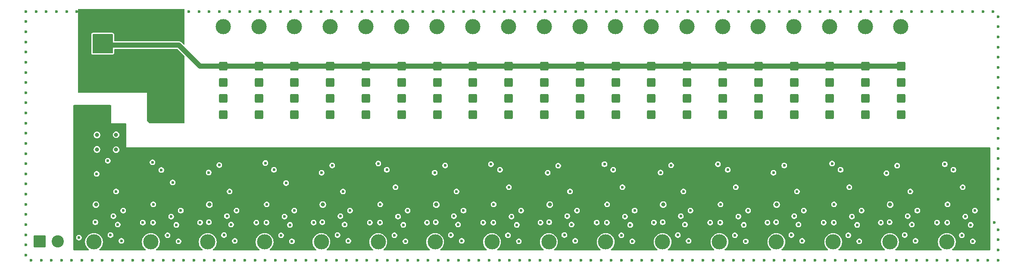
<source format=gbr>
%TF.GenerationSoftware,KiCad,Pcbnew,9.0.2*%
%TF.CreationDate,2025-05-23T14:58:00+03:00*%
%TF.ProjectId,control_unit_tester,636f6e74-726f-46c5-9f75-6e69745f7465,rev?*%
%TF.SameCoordinates,Original*%
%TF.FileFunction,Copper,L3,Inr*%
%TF.FilePolarity,Positive*%
%FSLAX46Y46*%
G04 Gerber Fmt 4.6, Leading zero omitted, Abs format (unit mm)*
G04 Created by KiCad (PCBNEW 9.0.2) date 2025-05-23 14:58:00*
%MOMM*%
%LPD*%
G01*
G04 APERTURE LIST*
G04 Aperture macros list*
%AMRoundRect*
0 Rectangle with rounded corners*
0 $1 Rounding radius*
0 $2 $3 $4 $5 $6 $7 $8 $9 X,Y pos of 4 corners*
0 Add a 4 corners polygon primitive as box body*
4,1,4,$2,$3,$4,$5,$6,$7,$8,$9,$2,$3,0*
0 Add four circle primitives for the rounded corners*
1,1,$1+$1,$2,$3*
1,1,$1+$1,$4,$5*
1,1,$1+$1,$6,$7*
1,1,$1+$1,$8,$9*
0 Add four rect primitives between the rounded corners*
20,1,$1+$1,$2,$3,$4,$5,0*
20,1,$1+$1,$4,$5,$6,$7,0*
20,1,$1+$1,$6,$7,$8,$9,0*
20,1,$1+$1,$8,$9,$2,$3,0*%
G04 Aperture macros list end*
%TA.AperFunction,ComponentPad*%
%ADD10C,3.000000*%
%TD*%
%TA.AperFunction,ComponentPad*%
%ADD11RoundRect,0.250001X-0.949999X-0.949999X0.949999X-0.949999X0.949999X0.949999X-0.949999X0.949999X0*%
%TD*%
%TA.AperFunction,ComponentPad*%
%ADD12C,2.400000*%
%TD*%
%TA.AperFunction,ComponentPad*%
%ADD13RoundRect,0.250000X-0.600000X0.600000X-0.600000X-0.600000X0.600000X-0.600000X0.600000X0.600000X0*%
%TD*%
%TA.AperFunction,ViaPad*%
%ADD14C,0.600000*%
%TD*%
%TA.AperFunction,ViaPad*%
%ADD15C,0.800000*%
%TD*%
%TA.AperFunction,Conductor*%
%ADD16C,1.000000*%
%TD*%
G04 APERTURE END LIST*
D10*
%TO.N,/OUT6*%
%TO.C,J7*%
X134789474Y-65950000D03*
%TD*%
%TO.N,/OUT1*%
%TO.C,J2*%
X99750000Y-65950000D03*
%TD*%
%TO.N,/IN1*%
%TO.C,J22*%
X74375000Y-108425000D03*
%TD*%
%TO.N,/OUT14*%
%TO.C,J15*%
X190852632Y-65950000D03*
%TD*%
%TO.N,/IN12*%
%TO.C,J25*%
X107885000Y-108425000D03*
%TD*%
%TO.N,/OUT12*%
%TO.C,J13*%
X176836842Y-65950000D03*
%TD*%
%TO.N,/OUT20*%
%TO.C,J21*%
X232900000Y-65950000D03*
%TD*%
%TO.N,/OUT11*%
%TO.C,J12*%
X169828947Y-65950000D03*
%TD*%
%TO.N,/IN10*%
%TO.C,J33*%
X197245000Y-108425000D03*
%TD*%
%TO.N,/OUT18*%
%TO.C,J19*%
X218884211Y-65950000D03*
%TD*%
%TO.N,/IN4*%
%TO.C,J27*%
X130225000Y-108425000D03*
%TD*%
%TO.N,/IN14*%
%TO.C,J35*%
X219585000Y-108425000D03*
%TD*%
%TO.N,/IN7*%
%TO.C,J30*%
X163735000Y-108425000D03*
%TD*%
D11*
%TO.N,GND*%
%TO.C,J1*%
X63725000Y-108350000D03*
D12*
%TO.N,Net-(D52-A)*%
X67225000Y-108350000D03*
%TD*%
D10*
%TO.N,/IN13*%
%TO.C,J34*%
X208415000Y-108425000D03*
%TD*%
%TO.N,/IN9*%
%TO.C,J32*%
X186075000Y-108425000D03*
%TD*%
%TO.N,/OUT5*%
%TO.C,J6*%
X127781579Y-65950000D03*
%TD*%
%TO.N,/IN8*%
%TO.C,J31*%
X174905000Y-108425000D03*
%TD*%
%TO.N,/OUT17*%
%TO.C,J18*%
X211876316Y-65950000D03*
%TD*%
%TO.N,/OUT7*%
%TO.C,J8*%
X141797368Y-65950000D03*
%TD*%
%TO.N,/OUT13*%
%TO.C,J14*%
X183844737Y-65950000D03*
%TD*%
%TO.N,/OUT16*%
%TO.C,J17*%
X204868421Y-65950000D03*
%TD*%
%TO.N,/OUT9*%
%TO.C,J10*%
X155813158Y-65950000D03*
%TD*%
%TO.N,/IN2*%
%TO.C,J23*%
X85545000Y-108425000D03*
%TD*%
%TO.N,/IN5*%
%TO.C,J28*%
X141395000Y-108425000D03*
%TD*%
%TO.N,/OUT3*%
%TO.C,J4*%
X113765789Y-65950000D03*
%TD*%
%TO.N,/IN6*%
%TO.C,J29*%
X152565000Y-108425000D03*
%TD*%
%TO.N,/IN15*%
%TO.C,J36*%
X230755000Y-108425000D03*
%TD*%
%TO.N,/OUT4*%
%TO.C,J5*%
X120773684Y-65950000D03*
%TD*%
%TO.N,/OUT8*%
%TO.C,J9*%
X148805263Y-65950000D03*
%TD*%
%TO.N,/OUT15*%
%TO.C,J16*%
X197860526Y-65950000D03*
%TD*%
%TO.N,/IN11*%
%TO.C,J24*%
X96715000Y-108425000D03*
%TD*%
%TO.N,/OUT2*%
%TO.C,J3*%
X106757895Y-65950000D03*
%TD*%
%TO.N,/OUT19*%
%TO.C,J20*%
X225892105Y-65950000D03*
%TD*%
%TO.N,/IN16*%
%TO.C,J37*%
X241925000Y-108425000D03*
%TD*%
%TO.N,/IN3*%
%TO.C,J26*%
X119055000Y-108425000D03*
%TD*%
%TO.N,/OUT10*%
%TO.C,J11*%
X162821053Y-65950000D03*
%TD*%
D13*
%TO.N,+VIN*%
%TO.C,SW7*%
X141813158Y-73750000D03*
%TO.N,/OUT7*%
X141813158Y-76950000D03*
X141813158Y-80150000D03*
%TO.N,GND*%
X141813158Y-83350000D03*
%TD*%
%TO.N,+VIN*%
%TO.C,SW15*%
X197897368Y-73750000D03*
%TO.N,/OUT15*%
X197897368Y-76950000D03*
X197897368Y-80150000D03*
%TO.N,GND*%
X197897368Y-83350000D03*
%TD*%
%TO.N,+VIN*%
%TO.C,SW20*%
X232950000Y-73750000D03*
%TO.N,/OUT20*%
X232950000Y-76950000D03*
X232950000Y-80150000D03*
%TO.N,GND*%
X232950000Y-83350000D03*
%TD*%
%TO.N,+VIN*%
%TO.C,SW13*%
X183876316Y-73750000D03*
%TO.N,/OUT13*%
X183876316Y-76950000D03*
X183876316Y-80150000D03*
%TO.N,GND*%
X183876316Y-83350000D03*
%TD*%
%TO.N,+VIN*%
%TO.C,SW8*%
X148823684Y-73750000D03*
%TO.N,/OUT8*%
X148823684Y-76950000D03*
X148823684Y-80150000D03*
%TO.N,GND*%
X148823684Y-83350000D03*
%TD*%
%TO.N,+VIN*%
%TO.C,SW10*%
X162844737Y-73750000D03*
%TO.N,/OUT10*%
X162844737Y-76950000D03*
X162844737Y-80150000D03*
%TO.N,GND*%
X162844737Y-83350000D03*
%TD*%
%TO.N,+VIN*%
%TO.C,SW19*%
X225939474Y-73750000D03*
%TO.N,/OUT19*%
X225939474Y-76950000D03*
X225939474Y-80150000D03*
%TO.N,GND*%
X225939474Y-83350000D03*
%TD*%
%TO.N,+VIN*%
%TO.C,SW2*%
X106760526Y-73750000D03*
%TO.N,/OUT2*%
X106760526Y-76950000D03*
X106760526Y-80150000D03*
%TO.N,GND*%
X106760526Y-83350000D03*
%TD*%
%TO.N,+VIN*%
%TO.C,SW17*%
X211918421Y-73750000D03*
%TO.N,/OUT17*%
X211918421Y-76950000D03*
X211918421Y-80150000D03*
%TO.N,GND*%
X211918421Y-83350000D03*
%TD*%
%TO.N,+VIN*%
%TO.C,SW18*%
X218928947Y-73750000D03*
%TO.N,/OUT18*%
X218928947Y-76950000D03*
X218928947Y-80150000D03*
%TO.N,GND*%
X218928947Y-83350000D03*
%TD*%
%TO.N,+VIN*%
%TO.C,SW11*%
X169855263Y-73750000D03*
%TO.N,/OUT11*%
X169855263Y-76950000D03*
X169855263Y-80150000D03*
%TO.N,GND*%
X169855263Y-83350000D03*
%TD*%
%TO.N,+VIN*%
%TO.C,SW9*%
X155834211Y-73750000D03*
%TO.N,/OUT9*%
X155834211Y-76950000D03*
X155834211Y-80150000D03*
%TO.N,GND*%
X155834211Y-83350000D03*
%TD*%
%TO.N,+VIN*%
%TO.C,SW5*%
X127792105Y-73750000D03*
%TO.N,/OUT5*%
X127792105Y-76950000D03*
X127792105Y-80150000D03*
%TO.N,GND*%
X127792105Y-83350000D03*
%TD*%
%TO.N,+VIN*%
%TO.C,SW1*%
X99750000Y-73750000D03*
%TO.N,/OUT1*%
X99750000Y-76950000D03*
X99750000Y-80150000D03*
%TO.N,GND*%
X99750000Y-83350000D03*
%TD*%
%TO.N,+VIN*%
%TO.C,SW16*%
X204907895Y-73750000D03*
%TO.N,/OUT16*%
X204907895Y-76950000D03*
X204907895Y-80150000D03*
%TO.N,GND*%
X204907895Y-83350000D03*
%TD*%
%TO.N,+VIN*%
%TO.C,SW6*%
X134802632Y-73750000D03*
%TO.N,/OUT6*%
X134802632Y-76950000D03*
X134802632Y-80150000D03*
%TO.N,GND*%
X134802632Y-83350000D03*
%TD*%
%TO.N,+VIN*%
%TO.C,SW12*%
X176865789Y-73750000D03*
%TO.N,/OUT12*%
X176865789Y-76950000D03*
X176865789Y-80150000D03*
%TO.N,GND*%
X176865789Y-83350000D03*
%TD*%
%TO.N,+VIN*%
%TO.C,SW14*%
X190886842Y-73750000D03*
%TO.N,/OUT14*%
X190886842Y-76950000D03*
X190886842Y-80150000D03*
%TO.N,GND*%
X190886842Y-83350000D03*
%TD*%
%TO.N,+VIN*%
%TO.C,SW3*%
X113771053Y-73750000D03*
%TO.N,/OUT3*%
X113771053Y-76950000D03*
X113771053Y-80150000D03*
%TO.N,GND*%
X113771053Y-83350000D03*
%TD*%
%TO.N,+VIN*%
%TO.C,SW4*%
X120781579Y-73750000D03*
%TO.N,/OUT4*%
X120781579Y-76950000D03*
X120781579Y-80150000D03*
%TO.N,GND*%
X120781579Y-83350000D03*
%TD*%
D14*
%TO.N,GND*%
X160000000Y-112000000D03*
X183000000Y-63000000D03*
X88675000Y-65237500D03*
X198000000Y-112000000D03*
X193000000Y-63000000D03*
X197421429Y-104600000D03*
X141000000Y-63000000D03*
X182000000Y-112000000D03*
X242000000Y-104600000D03*
X61000000Y-105000000D03*
X137000000Y-63000000D03*
X151000000Y-63000000D03*
X175000000Y-63000000D03*
X81025000Y-65087500D03*
X61000000Y-71000000D03*
X119228571Y-104525000D03*
X145067857Y-103325000D03*
X167357143Y-103325000D03*
X145000000Y-63000000D03*
X244000000Y-112000000D03*
X187000000Y-63000000D03*
X135153571Y-105050000D03*
X163807143Y-104525000D03*
X99914286Y-107050000D03*
X252000000Y-80000000D03*
X194000000Y-112000000D03*
X156392857Y-103400000D03*
X192000000Y-112000000D03*
X85475000Y-73150000D03*
X61000000Y-89000000D03*
X252000000Y-84000000D03*
X77800000Y-74600000D03*
X111114286Y-107100000D03*
X70000000Y-112000000D03*
X61000000Y-79000000D03*
X106000000Y-112000000D03*
X77800000Y-73800000D03*
X61000000Y-99000000D03*
X235778571Y-108200000D03*
X252000000Y-106000000D03*
X100489286Y-103325000D03*
X94000000Y-112000000D03*
X251000000Y-63000000D03*
X252000000Y-68000000D03*
X178182143Y-97625000D03*
X219000000Y-63000000D03*
X123603571Y-105000000D03*
X77000000Y-63000000D03*
X204000000Y-112000000D03*
X95000000Y-63000000D03*
X252000000Y-86000000D03*
X71850000Y-71725000D03*
X249000000Y-63000000D03*
X152842857Y-104600000D03*
X228960714Y-104600000D03*
X252000000Y-96000000D03*
X85900000Y-65237500D03*
X61000000Y-85000000D03*
X238000000Y-112000000D03*
X83875000Y-65112500D03*
X133403571Y-107100000D03*
X152000000Y-112000000D03*
X117000000Y-63000000D03*
X252000000Y-90000000D03*
X80000000Y-112000000D03*
X79025000Y-105000000D03*
X69000000Y-63000000D03*
X230000000Y-112000000D03*
X223000000Y-63000000D03*
X184382143Y-104600000D03*
X124000000Y-112000000D03*
X196000000Y-112000000D03*
X201000000Y-63000000D03*
X189000000Y-63000000D03*
X190171429Y-98475000D03*
X155000000Y-63000000D03*
X82000000Y-112000000D03*
X61000000Y-75000000D03*
X112100000Y-96800000D03*
X191000000Y-63000000D03*
X61000000Y-107000000D03*
X175132143Y-104600000D03*
X79753571Y-108200000D03*
X209000000Y-63000000D03*
X202021429Y-105050000D03*
X252000000Y-70000000D03*
X141517857Y-104525000D03*
X217000000Y-63000000D03*
X213489285Y-108200000D03*
X88825000Y-107100000D03*
X200271429Y-107100000D03*
X85900000Y-66125000D03*
X252000000Y-100000000D03*
X103000000Y-63000000D03*
X61000000Y-93000000D03*
X158000000Y-112000000D03*
X252000000Y-82000000D03*
X83875000Y-64225000D03*
X132000000Y-112000000D03*
X134000000Y-112000000D03*
X162092857Y-104600000D03*
X178682143Y-103400000D03*
X169000000Y-63000000D03*
X252000000Y-76000000D03*
X90000000Y-112000000D03*
X199000000Y-63000000D03*
X212760714Y-105000000D03*
X91000000Y-63000000D03*
X122778571Y-103325000D03*
X74000000Y-112000000D03*
X155892857Y-97625000D03*
X252000000Y-88000000D03*
X110000000Y-112000000D03*
X243000000Y-63000000D03*
X168182143Y-105000000D03*
X71625000Y-65450000D03*
X79000000Y-63000000D03*
X244850000Y-107100000D03*
X62000000Y-112000000D03*
X133000000Y-63000000D03*
X208385714Y-104525000D03*
X122000000Y-112000000D03*
X252000000Y-78000000D03*
X128000000Y-112000000D03*
X68000000Y-112000000D03*
X250000000Y-112000000D03*
X207000000Y-63000000D03*
X210000000Y-112000000D03*
X235000000Y-63000000D03*
X101314286Y-105000000D03*
X136000000Y-112000000D03*
D15*
X78725000Y-87275000D03*
D14*
X206000000Y-112000000D03*
X184000000Y-112000000D03*
X78775000Y-75525000D03*
X241000000Y-63000000D03*
X173132143Y-104600000D03*
X156000000Y-112000000D03*
X166000000Y-112000000D03*
X61000000Y-95000000D03*
X140000000Y-112000000D03*
X150000000Y-112000000D03*
X223260714Y-103400000D03*
X135557142Y-108300000D03*
X117514286Y-104600000D03*
X205000000Y-63000000D03*
X125000000Y-63000000D03*
X154000000Y-112000000D03*
X147000000Y-63000000D03*
X86000000Y-112000000D03*
X248000000Y-112000000D03*
X162000000Y-112000000D03*
X179732143Y-105050000D03*
X105000000Y-63000000D03*
X124332142Y-108200000D03*
X222560714Y-107100000D03*
X153000000Y-63000000D03*
X88000000Y-112000000D03*
X84433333Y-72250000D03*
X88675000Y-64350000D03*
X77762500Y-76600000D03*
X89825000Y-96700000D03*
X92000000Y-112000000D03*
X134103571Y-103400000D03*
X130553571Y-104600000D03*
X195000000Y-63000000D03*
X61000000Y-111000000D03*
X91800000Y-65800000D03*
X186096429Y-104525000D03*
X75000000Y-63000000D03*
X63000000Y-63000000D03*
X84000000Y-112000000D03*
X145892857Y-105000000D03*
X76000000Y-112000000D03*
X96939286Y-104525000D03*
X189071429Y-107050000D03*
X177982143Y-107100000D03*
X219710714Y-104600000D03*
X252000000Y-74000000D03*
X237000000Y-63000000D03*
X81000000Y-63000000D03*
X242000000Y-112000000D03*
X226000000Y-112000000D03*
X177000000Y-63000000D03*
X161000000Y-63000000D03*
X170000000Y-112000000D03*
X150842857Y-104600000D03*
X171000000Y-63000000D03*
X97000000Y-63000000D03*
X78650000Y-76600000D03*
X108264286Y-104600000D03*
D15*
X78725000Y-90225000D03*
D14*
X123303571Y-98475000D03*
X200971429Y-103400000D03*
X106264286Y-104600000D03*
X240000000Y-104600000D03*
X167000000Y-63000000D03*
X89000000Y-63000000D03*
X252000000Y-98000000D03*
X139803571Y-104600000D03*
X246000000Y-112000000D03*
X61000000Y-77000000D03*
X102042857Y-108200000D03*
X234750000Y-98475000D03*
X119000000Y-63000000D03*
X101014286Y-98475000D03*
X212000000Y-112000000D03*
X127000000Y-63000000D03*
X109000000Y-63000000D03*
X118000000Y-112000000D03*
X73000000Y-63000000D03*
X85000000Y-63000000D03*
X104000000Y-112000000D03*
X129000000Y-63000000D03*
X111000000Y-63000000D03*
X173000000Y-63000000D03*
X203000000Y-63000000D03*
X157442857Y-105050000D03*
X185000000Y-63000000D03*
X222760714Y-97625000D03*
X71000000Y-63000000D03*
X61000000Y-103000000D03*
X61000000Y-91000000D03*
X233650000Y-107050000D03*
X75200000Y-76600000D03*
X251250000Y-104600000D03*
X61000000Y-63000000D03*
X157000000Y-63000000D03*
X181000000Y-63000000D03*
X164000000Y-112000000D03*
X167882143Y-98475000D03*
X61000000Y-83000000D03*
X126000000Y-112000000D03*
X246600000Y-105050000D03*
X74650000Y-104525000D03*
X189646429Y-103325000D03*
X115000000Y-63000000D03*
X252000000Y-66000000D03*
X90575000Y-105050000D03*
X229000000Y-63000000D03*
X190000000Y-112000000D03*
X202000000Y-112000000D03*
X102000000Y-112000000D03*
X144492857Y-107050000D03*
X71675000Y-77800000D03*
X240000000Y-112000000D03*
X128553571Y-104600000D03*
X77625000Y-107050000D03*
X111814286Y-103400000D03*
X65000000Y-63000000D03*
X81025000Y-64200000D03*
X245000000Y-63000000D03*
X149000000Y-63000000D03*
X88675000Y-66125000D03*
X66000000Y-112000000D03*
X252000000Y-94000000D03*
X252000000Y-92000000D03*
X74312500Y-76600000D03*
X131000000Y-63000000D03*
X61000000Y-65000000D03*
X247003571Y-108300000D03*
X91850000Y-74500000D03*
X121000000Y-63000000D03*
X113000000Y-63000000D03*
X143000000Y-63000000D03*
X91025000Y-81575000D03*
X91675000Y-84600000D03*
X107000000Y-63000000D03*
X148000000Y-112000000D03*
X232000000Y-112000000D03*
X138000000Y-112000000D03*
X228000000Y-112000000D03*
X206671429Y-104600000D03*
X146000000Y-112000000D03*
X101000000Y-63000000D03*
X234000000Y-112000000D03*
X76875000Y-76600000D03*
X188000000Y-112000000D03*
X186000000Y-112000000D03*
X120000000Y-112000000D03*
X73425000Y-76600000D03*
X116000000Y-112000000D03*
X100000000Y-112000000D03*
X227000000Y-63000000D03*
X208000000Y-112000000D03*
X235050000Y-105000000D03*
X217710714Y-104600000D03*
X89525000Y-103400000D03*
X61000000Y-67000000D03*
X172000000Y-112000000D03*
X90975000Y-80100000D03*
X239000000Y-63000000D03*
X236000000Y-112000000D03*
X72000000Y-112000000D03*
X197000000Y-63000000D03*
X122203571Y-107050000D03*
X90350000Y-84625000D03*
X83000000Y-63000000D03*
X221000000Y-63000000D03*
X112864286Y-105050000D03*
X81025000Y-65975000D03*
X78000000Y-112000000D03*
X233000000Y-63000000D03*
X176000000Y-112000000D03*
X247000000Y-63000000D03*
X139000000Y-63000000D03*
X113267857Y-108300000D03*
X71425000Y-107562500D03*
X218000000Y-112000000D03*
X98000000Y-112000000D03*
X96000000Y-112000000D03*
X168000000Y-112000000D03*
X211000000Y-63000000D03*
X224310714Y-105050000D03*
X202425000Y-108300000D03*
X135000000Y-63000000D03*
X67000000Y-63000000D03*
X93000000Y-63000000D03*
X99000000Y-63000000D03*
X78850000Y-73075000D03*
X252000000Y-112000000D03*
X157846428Y-108300000D03*
X78725000Y-98475000D03*
X252000000Y-64000000D03*
X252000000Y-72000000D03*
X190471429Y-105000000D03*
X200471429Y-97625000D03*
X90978571Y-108300000D03*
X212460714Y-98475000D03*
X224000000Y-112000000D03*
X71600000Y-67400000D03*
X133603571Y-97625000D03*
X159000000Y-63000000D03*
X85475000Y-74062500D03*
X87000000Y-63000000D03*
X112000000Y-112000000D03*
X61000000Y-73000000D03*
X142000000Y-112000000D03*
X245550000Y-103400000D03*
X191200000Y-108200000D03*
X224714285Y-108300000D03*
X146621428Y-108200000D03*
X245050000Y-97625000D03*
X216000000Y-112000000D03*
X230675000Y-104525000D03*
X114000000Y-112000000D03*
X220000000Y-112000000D03*
X222000000Y-112000000D03*
X61000000Y-87000000D03*
X178000000Y-112000000D03*
X180000000Y-112000000D03*
X215000000Y-63000000D03*
X145592857Y-98475000D03*
X85975000Y-104600000D03*
X168910714Y-108200000D03*
X71850000Y-73512500D03*
X83875000Y-66000000D03*
X225000000Y-63000000D03*
X91800000Y-67900000D03*
X180135714Y-108300000D03*
X83975000Y-104600000D03*
X91825000Y-75325000D03*
X61000000Y-109000000D03*
X85475000Y-74975000D03*
X71850000Y-75300000D03*
X130000000Y-112000000D03*
X213000000Y-63000000D03*
X231000000Y-63000000D03*
X211360714Y-107050000D03*
X144000000Y-112000000D03*
X108000000Y-112000000D03*
X252000000Y-108000000D03*
X165000000Y-63000000D03*
X61000000Y-69000000D03*
X155692857Y-107100000D03*
X179000000Y-63000000D03*
X87375000Y-79625000D03*
X174000000Y-112000000D03*
X163000000Y-63000000D03*
X61000000Y-81000000D03*
X61000000Y-101000000D03*
X61000000Y-97000000D03*
X214000000Y-112000000D03*
X95225000Y-104600000D03*
X123000000Y-63000000D03*
X252000000Y-110000000D03*
X195421429Y-104600000D03*
X166782143Y-107050000D03*
X234225000Y-103325000D03*
X200000000Y-112000000D03*
X64000000Y-112000000D03*
X85900000Y-64350000D03*
X78200000Y-103325000D03*
X211935714Y-103325000D03*
%TO.N,Net-(D4-K)*%
X74900000Y-95000000D03*
%TO.N,Net-(D5-K)*%
X77100000Y-92400000D03*
%TO.N,Net-(D6-K)*%
X85875000Y-92725000D03*
%TO.N,Net-(D7-K)*%
X87600000Y-94250000D03*
%TO.N,Net-(D10-K)*%
X119100000Y-94775000D03*
%TO.N,Net-(D11-K)*%
X121175000Y-93325000D03*
%TO.N,Net-(D12-K)*%
X130226786Y-92951786D03*
%TO.N,Net-(D13-K)*%
X131900000Y-94200000D03*
%TO.N,Net-(D16-K)*%
X141300000Y-94775000D03*
%TO.N,Net-(D17-K)*%
X143350000Y-93350000D03*
%TO.N,Net-(D18-K)*%
X152367857Y-93100000D03*
%TO.N,Net-(D19-K)*%
X154125000Y-94200000D03*
%TO.N,Net-(D22-K)*%
X163500000Y-94775000D03*
%TO.N,Net-(D23-K)*%
X165575000Y-93400000D03*
%TO.N,Net-(D24-K)*%
X174657143Y-93100000D03*
%TO.N,Net-(D25-K)*%
X176375000Y-94200000D03*
%TO.N,Net-(D28-K)*%
X185675000Y-94750000D03*
%TO.N,Net-(D29-K)*%
X187750000Y-93300000D03*
%TO.N,Net-(D30-K)*%
X196946429Y-93100000D03*
%TO.N,Net-(D31-K)*%
X198875000Y-94200000D03*
%TO.N,+5V*%
X230425000Y-99300000D03*
X182232143Y-98875000D03*
X71175000Y-100075000D03*
X74925000Y-99350000D03*
X85400000Y-99350000D03*
X73675000Y-82300000D03*
X152275000Y-99350000D03*
X249100000Y-98850000D03*
X239825000Y-97975000D03*
X163625000Y-99325000D03*
X78953571Y-108375000D03*
X179335714Y-108475000D03*
X123532142Y-108375000D03*
X112467857Y-108475000D03*
X104064286Y-98675000D03*
X212689285Y-108375000D03*
X90178571Y-108475000D03*
X234978571Y-108375000D03*
X74150000Y-99375000D03*
X71675000Y-82300000D03*
X148642857Y-98775000D03*
X168110714Y-108375000D03*
X185575000Y-99300000D03*
X157046428Y-108475000D03*
X174450000Y-99375000D03*
X193221429Y-98800000D03*
X246203571Y-108475000D03*
X159942857Y-98800000D03*
X145821428Y-108375000D03*
X101242857Y-108375000D03*
X170932143Y-98775000D03*
X76675000Y-82300000D03*
X201625000Y-108475000D03*
X134757142Y-108475000D03*
X96875000Y-99275000D03*
X93075000Y-98750000D03*
X74675000Y-82300000D03*
X249750000Y-97500000D03*
X226810714Y-98825000D03*
X141275000Y-99275000D03*
X75675000Y-82300000D03*
X195375000Y-98000000D03*
X215510714Y-98800000D03*
X237800000Y-98800000D03*
X126353571Y-98725000D03*
X72675000Y-82300000D03*
X129950000Y-99375000D03*
X204521429Y-98825000D03*
X81775000Y-98600000D03*
D15*
X71075000Y-87325000D03*
D14*
X107650000Y-99375000D03*
X223914285Y-108475000D03*
D15*
X71100000Y-90200000D03*
D14*
X115364286Y-98725000D03*
X208100000Y-99225000D03*
X190400000Y-108375000D03*
X119200000Y-99275000D03*
X217600000Y-97875000D03*
X137653571Y-98825000D03*
%TO.N,+VIN*%
X74600000Y-67900000D03*
X76925000Y-67900000D03*
X76150000Y-70825000D03*
X75375000Y-70825000D03*
X74600000Y-70825000D03*
X76150000Y-67900000D03*
X75375000Y-67900000D03*
X76925000Y-70825000D03*
%TO.N,Net-(D34-K)*%
X96925000Y-94725000D03*
%TO.N,Net-(D35-K)*%
X99000000Y-93275000D03*
%TO.N,Net-(D37-K)*%
X109725000Y-94200000D03*
%TO.N,Net-(D40-K)*%
X207850000Y-94775000D03*
%TO.N,Net-(D41-K)*%
X209975000Y-93350000D03*
%TO.N,Net-(D43-K)*%
X221050000Y-94200000D03*
%TO.N,Net-(D46-K)*%
X230050000Y-94875000D03*
%TO.N,Net-(D47-K)*%
X232150000Y-93375000D03*
%TO.N,Net-(D49-K)*%
X243225000Y-94200000D03*
D15*
%TO.N,/VREF_HIGH*%
X208485714Y-101050000D03*
D14*
X130603571Y-101025000D03*
D15*
X230775000Y-101050000D03*
D14*
X152892857Y-101025000D03*
X219760714Y-101025000D03*
X197471429Y-101025000D03*
D15*
X119328571Y-101050000D03*
X186196429Y-101050000D03*
D14*
X175182143Y-101025000D03*
X242050000Y-101025000D03*
X108314286Y-101025000D03*
D15*
X97039286Y-101050000D03*
X141617857Y-101050000D03*
X163907143Y-101050000D03*
X74950000Y-90175000D03*
X74750000Y-101050000D03*
D14*
X86025000Y-101025000D03*
%TO.N,/VREF_LOW*%
X124678571Y-102250000D03*
D15*
X74950000Y-87325000D03*
D14*
X191546429Y-102250000D03*
X102389286Y-102250000D03*
X236125000Y-102250000D03*
X169257143Y-102250000D03*
X146967857Y-102250000D03*
X91425000Y-102250000D03*
X136003571Y-102250000D03*
X113714286Y-102250000D03*
X180582143Y-102250000D03*
X80100000Y-102250000D03*
X213835714Y-102250000D03*
X225160714Y-102250000D03*
X247450000Y-102250000D03*
X202871429Y-102250000D03*
X158292857Y-102250000D03*
%TO.N,Net-(D36-K)*%
X108032143Y-92857143D03*
%TO.N,Net-(D42-K)*%
X219367857Y-92967857D03*
%TO.N,Net-(D48-K)*%
X241525000Y-93100000D03*
%TD*%
D16*
%TO.N,+VIN*%
X99750000Y-73750000D02*
X95175000Y-73750000D01*
X99750000Y-73750000D02*
X232950000Y-73750000D01*
X95175000Y-73750000D02*
X91050000Y-69625000D01*
X89700000Y-69625000D02*
X77125000Y-69625000D01*
X91050000Y-69625000D02*
X89700000Y-69625000D01*
%TD*%
%TA.AperFunction,Conductor*%
%TO.N,GND*%
G36*
X92118039Y-62520185D02*
G01*
X92163794Y-62572989D01*
X92175000Y-62624500D01*
X92175000Y-69389269D01*
X92155315Y-69456308D01*
X92102511Y-69502063D01*
X92033353Y-69512007D01*
X91969797Y-69482982D01*
X91963319Y-69476950D01*
X91528421Y-69042052D01*
X91528414Y-69042046D01*
X91454729Y-68992812D01*
X91454729Y-68992813D01*
X91405491Y-68959913D01*
X91268917Y-68903343D01*
X91268907Y-68903340D01*
X91123920Y-68874500D01*
X91123918Y-68874500D01*
X89773918Y-68874500D01*
X78479500Y-68874500D01*
X78412461Y-68854815D01*
X78366706Y-68802011D01*
X78355500Y-68750500D01*
X78355500Y-67574000D01*
X78349661Y-67519687D01*
X78338455Y-67468176D01*
X78331219Y-67441802D01*
X78327332Y-67434976D01*
X78281894Y-67355181D01*
X78281890Y-67355176D01*
X78281888Y-67355172D01*
X78246097Y-67313867D01*
X78236136Y-67302371D01*
X78203359Y-67270743D01*
X78115022Y-67224534D01*
X78115022Y-67224533D01*
X78047990Y-67204851D01*
X78047978Y-67204848D01*
X77976001Y-67194500D01*
X77976000Y-67194500D01*
X74199000Y-67194500D01*
X74198997Y-67194500D01*
X74144687Y-67200338D01*
X74093181Y-67211543D01*
X74093172Y-67211546D01*
X74066807Y-67218779D01*
X74066796Y-67218783D01*
X73980181Y-67268105D01*
X73980173Y-67268111D01*
X73927371Y-67313863D01*
X73895743Y-67346640D01*
X73849534Y-67434977D01*
X73849533Y-67434977D01*
X73829851Y-67502009D01*
X73829848Y-67502021D01*
X73819500Y-67573998D01*
X73819500Y-71126002D01*
X73825338Y-71180312D01*
X73836543Y-71231818D01*
X73836546Y-71231827D01*
X73843779Y-71258192D01*
X73843783Y-71258203D01*
X73893105Y-71344818D01*
X73893110Y-71344825D01*
X73893112Y-71344828D01*
X73919580Y-71375374D01*
X73938863Y-71397628D01*
X73938866Y-71397631D01*
X73938867Y-71397632D01*
X73971641Y-71429257D01*
X74059976Y-71475465D01*
X74059977Y-71475465D01*
X74059977Y-71475466D01*
X74104218Y-71488456D01*
X74127015Y-71495150D01*
X74127019Y-71495150D01*
X74127021Y-71495151D01*
X74138652Y-71496823D01*
X74199000Y-71505500D01*
X74199001Y-71505500D01*
X77976000Y-71505500D01*
X78030313Y-71499661D01*
X78081824Y-71488455D01*
X78108198Y-71481219D01*
X78137074Y-71464775D01*
X78194818Y-71431894D01*
X78194819Y-71431892D01*
X78194828Y-71431888D01*
X78247632Y-71386133D01*
X78279257Y-71353359D01*
X78325465Y-71265024D01*
X78327470Y-71258198D01*
X78335215Y-71231818D01*
X78345150Y-71197985D01*
X78355500Y-71126000D01*
X78355500Y-70499500D01*
X78375185Y-70432461D01*
X78427989Y-70386706D01*
X78479500Y-70375500D01*
X89626082Y-70375500D01*
X90687770Y-70375500D01*
X90754809Y-70395185D01*
X90775451Y-70411819D01*
X92138681Y-71775049D01*
X92172166Y-71836372D01*
X92175000Y-71862730D01*
X92175000Y-84898638D01*
X92166355Y-84928078D01*
X92159832Y-84958065D01*
X92156077Y-84963080D01*
X92155315Y-84965677D01*
X92138681Y-84986319D01*
X92136319Y-84988681D01*
X92074996Y-85022166D01*
X92048638Y-85025000D01*
X85401362Y-85025000D01*
X85334323Y-85005315D01*
X85313681Y-84988681D01*
X84811319Y-84486319D01*
X84777834Y-84424996D01*
X84775000Y-84398638D01*
X84775000Y-79050000D01*
X71324000Y-79050000D01*
X71256961Y-79030315D01*
X71211206Y-78977511D01*
X71200000Y-78926000D01*
X71200000Y-62624500D01*
X71219685Y-62557461D01*
X71272489Y-62511706D01*
X71324000Y-62500500D01*
X92051000Y-62500500D01*
X92118039Y-62520185D01*
G37*
%TD.AperFunction*%
%TD*%
%TA.AperFunction,Conductor*%
%TO.N,+VIN*%
G36*
X78043039Y-67469685D02*
G01*
X78088794Y-67522489D01*
X78100000Y-67574000D01*
X78100000Y-71126000D01*
X78080315Y-71193039D01*
X78027511Y-71238794D01*
X77976000Y-71250000D01*
X74199000Y-71250000D01*
X74131961Y-71230315D01*
X74086206Y-71177511D01*
X74075000Y-71126000D01*
X74075000Y-67574000D01*
X74094685Y-67506961D01*
X74147489Y-67461206D01*
X74199000Y-67450000D01*
X77976000Y-67450000D01*
X78043039Y-67469685D01*
G37*
%TD.AperFunction*%
%TD*%
%TA.AperFunction,Conductor*%
%TO.N,+5V*%
G36*
X77668039Y-81444685D02*
G01*
X77713794Y-81497489D01*
X77725000Y-81549000D01*
X77725000Y-85000000D01*
X80551000Y-85000000D01*
X80618039Y-85019685D01*
X80663794Y-85072489D01*
X80675000Y-85124000D01*
X80675000Y-89800000D01*
X250376000Y-89800000D01*
X250443039Y-89819685D01*
X250488794Y-89872489D01*
X250500000Y-89924000D01*
X250500000Y-109926000D01*
X250480315Y-109993039D01*
X250427511Y-110038794D01*
X250376000Y-110050000D01*
X243048061Y-110050000D01*
X242981022Y-110030315D01*
X242935267Y-109977511D01*
X242925323Y-109908353D01*
X242954348Y-109844797D01*
X242972574Y-109827625D01*
X242979525Y-109822291D01*
X243081661Y-109743919D01*
X243081665Y-109743914D01*
X243081670Y-109743911D01*
X243243911Y-109581670D01*
X243243914Y-109581665D01*
X243243919Y-109581661D01*
X243383611Y-109399612D01*
X243498344Y-109200888D01*
X243586158Y-108988887D01*
X243645548Y-108767238D01*
X243675500Y-108539734D01*
X243675500Y-108310266D01*
X243664607Y-108227525D01*
X246453071Y-108227525D01*
X246453071Y-108372475D01*
X246463792Y-108412485D01*
X246490588Y-108512488D01*
X246563059Y-108638011D01*
X246563061Y-108638013D01*
X246563062Y-108638015D01*
X246665556Y-108740509D01*
X246665557Y-108740510D01*
X246665559Y-108740511D01*
X246791082Y-108812982D01*
X246791083Y-108812982D01*
X246791086Y-108812984D01*
X246931096Y-108850500D01*
X246931099Y-108850500D01*
X247076043Y-108850500D01*
X247076046Y-108850500D01*
X247216056Y-108812984D01*
X247341586Y-108740509D01*
X247444080Y-108638015D01*
X247516555Y-108512485D01*
X247554071Y-108372475D01*
X247554071Y-108227525D01*
X247516555Y-108087515D01*
X247513815Y-108082770D01*
X247444082Y-107961988D01*
X247444077Y-107961982D01*
X247341588Y-107859493D01*
X247341582Y-107859488D01*
X247216059Y-107787017D01*
X247216060Y-107787017D01*
X247171167Y-107774988D01*
X247076046Y-107749500D01*
X246931096Y-107749500D01*
X246835975Y-107774988D01*
X246791082Y-107787017D01*
X246665559Y-107859488D01*
X246665553Y-107859493D01*
X246563064Y-107961982D01*
X246563059Y-107961988D01*
X246490588Y-108087511D01*
X246490587Y-108087515D01*
X246453071Y-108227525D01*
X243664607Y-108227525D01*
X243645548Y-108082762D01*
X243586158Y-107861113D01*
X243514045Y-107687017D01*
X243498349Y-107649123D01*
X243498346Y-107649117D01*
X243498344Y-107649112D01*
X243383611Y-107450388D01*
X243383608Y-107450385D01*
X243383607Y-107450382D01*
X243243918Y-107268338D01*
X243243911Y-107268330D01*
X243081670Y-107106089D01*
X243081661Y-107106081D01*
X242979286Y-107027525D01*
X244299500Y-107027525D01*
X244299500Y-107172475D01*
X244325185Y-107268330D01*
X244337017Y-107312488D01*
X244409488Y-107438011D01*
X244409490Y-107438013D01*
X244409491Y-107438015D01*
X244511985Y-107540509D01*
X244511986Y-107540510D01*
X244511988Y-107540511D01*
X244637511Y-107612982D01*
X244637512Y-107612982D01*
X244637515Y-107612984D01*
X244777525Y-107650500D01*
X244777528Y-107650500D01*
X244922472Y-107650500D01*
X244922475Y-107650500D01*
X245062485Y-107612984D01*
X245188015Y-107540509D01*
X245290509Y-107438015D01*
X245362984Y-107312485D01*
X245400500Y-107172475D01*
X245400500Y-107027525D01*
X245362984Y-106887515D01*
X245342281Y-106851657D01*
X245290511Y-106761988D01*
X245290506Y-106761982D01*
X245188017Y-106659493D01*
X245188011Y-106659488D01*
X245062488Y-106587017D01*
X245062489Y-106587017D01*
X245051006Y-106583940D01*
X244922475Y-106549500D01*
X244777525Y-106549500D01*
X244648993Y-106583940D01*
X244637511Y-106587017D01*
X244511988Y-106659488D01*
X244511982Y-106659493D01*
X244409493Y-106761982D01*
X244409488Y-106761988D01*
X244337017Y-106887511D01*
X244337016Y-106887515D01*
X244299500Y-107027525D01*
X242979286Y-107027525D01*
X242899617Y-106966392D01*
X242700890Y-106851657D01*
X242700876Y-106851650D01*
X242488887Y-106763842D01*
X242481968Y-106761988D01*
X242267238Y-106704452D01*
X242229215Y-106699446D01*
X242039741Y-106674500D01*
X242039734Y-106674500D01*
X241810266Y-106674500D01*
X241810258Y-106674500D01*
X241593715Y-106703009D01*
X241582762Y-106704452D01*
X241554637Y-106711988D01*
X241361112Y-106763842D01*
X241149123Y-106851650D01*
X241149109Y-106851657D01*
X240950382Y-106966392D01*
X240768338Y-107106081D01*
X240606081Y-107268338D01*
X240466392Y-107450382D01*
X240351657Y-107649109D01*
X240351650Y-107649123D01*
X240263842Y-107861112D01*
X240204453Y-108082759D01*
X240204451Y-108082770D01*
X240174500Y-108310258D01*
X240174500Y-108539741D01*
X240197309Y-108712982D01*
X240204452Y-108767238D01*
X240226762Y-108850500D01*
X240263842Y-108988887D01*
X240351650Y-109200876D01*
X240351657Y-109200890D01*
X240466392Y-109399617D01*
X240606081Y-109581661D01*
X240606089Y-109581670D01*
X240768330Y-109743911D01*
X240768338Y-109743918D01*
X240877426Y-109827625D01*
X240918628Y-109884053D01*
X240922783Y-109953799D01*
X240888570Y-110014719D01*
X240826853Y-110047471D01*
X240801939Y-110050000D01*
X231878061Y-110050000D01*
X231811022Y-110030315D01*
X231765267Y-109977511D01*
X231755323Y-109908353D01*
X231784348Y-109844797D01*
X231802574Y-109827625D01*
X231809525Y-109822291D01*
X231911661Y-109743919D01*
X231911665Y-109743914D01*
X231911670Y-109743911D01*
X232073911Y-109581670D01*
X232073914Y-109581665D01*
X232073919Y-109581661D01*
X232213611Y-109399612D01*
X232328344Y-109200888D01*
X232416158Y-108988887D01*
X232475548Y-108767238D01*
X232505500Y-108539734D01*
X232505500Y-108310266D01*
X232481441Y-108127525D01*
X235228071Y-108127525D01*
X235228071Y-108272475D01*
X235265587Y-108412485D01*
X235265588Y-108412488D01*
X235338059Y-108538011D01*
X235338061Y-108538013D01*
X235338062Y-108538015D01*
X235440556Y-108640509D01*
X235440557Y-108640510D01*
X235440559Y-108640511D01*
X235566082Y-108712982D01*
X235566083Y-108712982D01*
X235566086Y-108712984D01*
X235706096Y-108750500D01*
X235706099Y-108750500D01*
X235851043Y-108750500D01*
X235851046Y-108750500D01*
X235991056Y-108712984D01*
X236116586Y-108640509D01*
X236219080Y-108538015D01*
X236291555Y-108412485D01*
X236329071Y-108272475D01*
X236329071Y-108127525D01*
X236291555Y-107987515D01*
X236276815Y-107961985D01*
X236219082Y-107861988D01*
X236219077Y-107861982D01*
X236116588Y-107759493D01*
X236116582Y-107759488D01*
X235991059Y-107687017D01*
X235991060Y-107687017D01*
X235979577Y-107683940D01*
X235851046Y-107649500D01*
X235706096Y-107649500D01*
X235577564Y-107683940D01*
X235566082Y-107687017D01*
X235440559Y-107759488D01*
X235440553Y-107759493D01*
X235338064Y-107861982D01*
X235338059Y-107861988D01*
X235265588Y-107987511D01*
X235265587Y-107987515D01*
X235228071Y-108127525D01*
X232481441Y-108127525D01*
X232475548Y-108082762D01*
X232416158Y-107861113D01*
X232344045Y-107687017D01*
X232328349Y-107649123D01*
X232328346Y-107649117D01*
X232328344Y-107649112D01*
X232213611Y-107450388D01*
X232213608Y-107450385D01*
X232213607Y-107450382D01*
X232073918Y-107268338D01*
X232073911Y-107268330D01*
X231911670Y-107106089D01*
X231911665Y-107106085D01*
X231911661Y-107106081D01*
X231837945Y-107049516D01*
X231744126Y-106977525D01*
X233099500Y-106977525D01*
X233099500Y-107122475D01*
X233112897Y-107172472D01*
X233137017Y-107262488D01*
X233209488Y-107388011D01*
X233209490Y-107388013D01*
X233209491Y-107388015D01*
X233311985Y-107490509D01*
X233311986Y-107490510D01*
X233311988Y-107490511D01*
X233437511Y-107562982D01*
X233437512Y-107562982D01*
X233437515Y-107562984D01*
X233577525Y-107600500D01*
X233577528Y-107600500D01*
X233722472Y-107600500D01*
X233722475Y-107600500D01*
X233862485Y-107562984D01*
X233988015Y-107490509D01*
X234090509Y-107388015D01*
X234162984Y-107262485D01*
X234200500Y-107122475D01*
X234200500Y-106977525D01*
X234162984Y-106837515D01*
X234119378Y-106761988D01*
X234090511Y-106711988D01*
X234090506Y-106711982D01*
X233988017Y-106609493D01*
X233988011Y-106609488D01*
X233862488Y-106537017D01*
X233862489Y-106537017D01*
X233851006Y-106533940D01*
X233722475Y-106499500D01*
X233577525Y-106499500D01*
X233448993Y-106533940D01*
X233437511Y-106537017D01*
X233311988Y-106609488D01*
X233311982Y-106609493D01*
X233209493Y-106711982D01*
X233209488Y-106711988D01*
X233137017Y-106837511D01*
X233137016Y-106837515D01*
X233099500Y-106977525D01*
X231744126Y-106977525D01*
X231729617Y-106966392D01*
X231530890Y-106851657D01*
X231530876Y-106851650D01*
X231318887Y-106763842D01*
X231311968Y-106761988D01*
X231097238Y-106704452D01*
X231059215Y-106699446D01*
X230869741Y-106674500D01*
X230869734Y-106674500D01*
X230640266Y-106674500D01*
X230640258Y-106674500D01*
X230423715Y-106703009D01*
X230412762Y-106704452D01*
X230384637Y-106711988D01*
X230191112Y-106763842D01*
X229979123Y-106851650D01*
X229979109Y-106851657D01*
X229780382Y-106966392D01*
X229598338Y-107106081D01*
X229436081Y-107268338D01*
X229296392Y-107450382D01*
X229181657Y-107649109D01*
X229181650Y-107649123D01*
X229093842Y-107861112D01*
X229034453Y-108082759D01*
X229034451Y-108082770D01*
X229004500Y-108310258D01*
X229004500Y-108539741D01*
X229027309Y-108712982D01*
X229034452Y-108767238D01*
X229056762Y-108850500D01*
X229093842Y-108988887D01*
X229181650Y-109200876D01*
X229181657Y-109200890D01*
X229296392Y-109399617D01*
X229436081Y-109581661D01*
X229436089Y-109581670D01*
X229598330Y-109743911D01*
X229598338Y-109743918D01*
X229707426Y-109827625D01*
X229748628Y-109884053D01*
X229752783Y-109953799D01*
X229718570Y-110014719D01*
X229656853Y-110047471D01*
X229631939Y-110050000D01*
X220708061Y-110050000D01*
X220641022Y-110030315D01*
X220595267Y-109977511D01*
X220585323Y-109908353D01*
X220614348Y-109844797D01*
X220632574Y-109827625D01*
X220639525Y-109822291D01*
X220741661Y-109743919D01*
X220741665Y-109743914D01*
X220741670Y-109743911D01*
X220903911Y-109581670D01*
X220903914Y-109581665D01*
X220903919Y-109581661D01*
X221043611Y-109399612D01*
X221158344Y-109200888D01*
X221246158Y-108988887D01*
X221305548Y-108767238D01*
X221335500Y-108539734D01*
X221335500Y-108310266D01*
X221324607Y-108227525D01*
X224163785Y-108227525D01*
X224163785Y-108372475D01*
X224174506Y-108412485D01*
X224201302Y-108512488D01*
X224273773Y-108638011D01*
X224273775Y-108638013D01*
X224273776Y-108638015D01*
X224376270Y-108740509D01*
X224376271Y-108740510D01*
X224376273Y-108740511D01*
X224501796Y-108812982D01*
X224501797Y-108812982D01*
X224501800Y-108812984D01*
X224641810Y-108850500D01*
X224641813Y-108850500D01*
X224786757Y-108850500D01*
X224786760Y-108850500D01*
X224926770Y-108812984D01*
X225052300Y-108740509D01*
X225154794Y-108638015D01*
X225227269Y-108512485D01*
X225264785Y-108372475D01*
X225264785Y-108227525D01*
X225227269Y-108087515D01*
X225224529Y-108082770D01*
X225154796Y-107961988D01*
X225154791Y-107961982D01*
X225052302Y-107859493D01*
X225052296Y-107859488D01*
X224926773Y-107787017D01*
X224926774Y-107787017D01*
X224881881Y-107774988D01*
X224786760Y-107749500D01*
X224641810Y-107749500D01*
X224546689Y-107774988D01*
X224501796Y-107787017D01*
X224376273Y-107859488D01*
X224376267Y-107859493D01*
X224273778Y-107961982D01*
X224273773Y-107961988D01*
X224201302Y-108087511D01*
X224201301Y-108087515D01*
X224163785Y-108227525D01*
X221324607Y-108227525D01*
X221305548Y-108082762D01*
X221246158Y-107861113D01*
X221174045Y-107687017D01*
X221158349Y-107649123D01*
X221158346Y-107649117D01*
X221158344Y-107649112D01*
X221043611Y-107450388D01*
X221043608Y-107450385D01*
X221043607Y-107450382D01*
X220903918Y-107268338D01*
X220903911Y-107268330D01*
X220741670Y-107106089D01*
X220741661Y-107106081D01*
X220639286Y-107027525D01*
X222010214Y-107027525D01*
X222010214Y-107172475D01*
X222035899Y-107268330D01*
X222047731Y-107312488D01*
X222120202Y-107438011D01*
X222120204Y-107438013D01*
X222120205Y-107438015D01*
X222222699Y-107540509D01*
X222222700Y-107540510D01*
X222222702Y-107540511D01*
X222348225Y-107612982D01*
X222348226Y-107612982D01*
X222348229Y-107612984D01*
X222488239Y-107650500D01*
X222488242Y-107650500D01*
X222633186Y-107650500D01*
X222633189Y-107650500D01*
X222773199Y-107612984D01*
X222898729Y-107540509D01*
X223001223Y-107438015D01*
X223073698Y-107312485D01*
X223111214Y-107172475D01*
X223111214Y-107027525D01*
X223073698Y-106887515D01*
X223052995Y-106851657D01*
X223001225Y-106761988D01*
X223001220Y-106761982D01*
X222898731Y-106659493D01*
X222898725Y-106659488D01*
X222773202Y-106587017D01*
X222773203Y-106587017D01*
X222761720Y-106583940D01*
X222633189Y-106549500D01*
X222488239Y-106549500D01*
X222359707Y-106583940D01*
X222348225Y-106587017D01*
X222222702Y-106659488D01*
X222222696Y-106659493D01*
X222120207Y-106761982D01*
X222120202Y-106761988D01*
X222047731Y-106887511D01*
X222047730Y-106887515D01*
X222010214Y-107027525D01*
X220639286Y-107027525D01*
X220559617Y-106966392D01*
X220360890Y-106851657D01*
X220360876Y-106851650D01*
X220148887Y-106763842D01*
X220141968Y-106761988D01*
X219927238Y-106704452D01*
X219889215Y-106699446D01*
X219699741Y-106674500D01*
X219699734Y-106674500D01*
X219470266Y-106674500D01*
X219470258Y-106674500D01*
X219253715Y-106703009D01*
X219242762Y-106704452D01*
X219214637Y-106711988D01*
X219021112Y-106763842D01*
X218809123Y-106851650D01*
X218809109Y-106851657D01*
X218610382Y-106966392D01*
X218428338Y-107106081D01*
X218266081Y-107268338D01*
X218126392Y-107450382D01*
X218011657Y-107649109D01*
X218011650Y-107649123D01*
X217923842Y-107861112D01*
X217864453Y-108082759D01*
X217864451Y-108082770D01*
X217834500Y-108310258D01*
X217834500Y-108539741D01*
X217857309Y-108712982D01*
X217864452Y-108767238D01*
X217886762Y-108850500D01*
X217923842Y-108988887D01*
X218011650Y-109200876D01*
X218011657Y-109200890D01*
X218126392Y-109399617D01*
X218266081Y-109581661D01*
X218266089Y-109581670D01*
X218428330Y-109743911D01*
X218428338Y-109743918D01*
X218537426Y-109827625D01*
X218578628Y-109884053D01*
X218582783Y-109953799D01*
X218548570Y-110014719D01*
X218486853Y-110047471D01*
X218461939Y-110050000D01*
X209538061Y-110050000D01*
X209471022Y-110030315D01*
X209425267Y-109977511D01*
X209415323Y-109908353D01*
X209444348Y-109844797D01*
X209462574Y-109827625D01*
X209469525Y-109822291D01*
X209571661Y-109743919D01*
X209571665Y-109743914D01*
X209571670Y-109743911D01*
X209733911Y-109581670D01*
X209733914Y-109581665D01*
X209733919Y-109581661D01*
X209873611Y-109399612D01*
X209988344Y-109200888D01*
X210076158Y-108988887D01*
X210135548Y-108767238D01*
X210165500Y-108539734D01*
X210165500Y-108310266D01*
X210141441Y-108127525D01*
X212938785Y-108127525D01*
X212938785Y-108272475D01*
X212976301Y-108412485D01*
X212976302Y-108412488D01*
X213048773Y-108538011D01*
X213048775Y-108538013D01*
X213048776Y-108538015D01*
X213151270Y-108640509D01*
X213151271Y-108640510D01*
X213151273Y-108640511D01*
X213276796Y-108712982D01*
X213276797Y-108712982D01*
X213276800Y-108712984D01*
X213416810Y-108750500D01*
X213416813Y-108750500D01*
X213561757Y-108750500D01*
X213561760Y-108750500D01*
X213701770Y-108712984D01*
X213827300Y-108640509D01*
X213929794Y-108538015D01*
X214002269Y-108412485D01*
X214039785Y-108272475D01*
X214039785Y-108127525D01*
X214002269Y-107987515D01*
X213987529Y-107961985D01*
X213929796Y-107861988D01*
X213929791Y-107861982D01*
X213827302Y-107759493D01*
X213827296Y-107759488D01*
X213701773Y-107687017D01*
X213701774Y-107687017D01*
X213690291Y-107683940D01*
X213561760Y-107649500D01*
X213416810Y-107649500D01*
X213288278Y-107683940D01*
X213276796Y-107687017D01*
X213151273Y-107759488D01*
X213151267Y-107759493D01*
X213048778Y-107861982D01*
X213048773Y-107861988D01*
X212976302Y-107987511D01*
X212976301Y-107987515D01*
X212938785Y-108127525D01*
X210141441Y-108127525D01*
X210135548Y-108082762D01*
X210076158Y-107861113D01*
X210004045Y-107687017D01*
X209988349Y-107649123D01*
X209988346Y-107649117D01*
X209988344Y-107649112D01*
X209873611Y-107450388D01*
X209873608Y-107450385D01*
X209873607Y-107450382D01*
X209733918Y-107268338D01*
X209733911Y-107268330D01*
X209571670Y-107106089D01*
X209571665Y-107106085D01*
X209571661Y-107106081D01*
X209497945Y-107049516D01*
X209404126Y-106977525D01*
X210810214Y-106977525D01*
X210810214Y-107122475D01*
X210823611Y-107172472D01*
X210847731Y-107262488D01*
X210920202Y-107388011D01*
X210920204Y-107388013D01*
X210920205Y-107388015D01*
X211022699Y-107490509D01*
X211022700Y-107490510D01*
X211022702Y-107490511D01*
X211148225Y-107562982D01*
X211148226Y-107562982D01*
X211148229Y-107562984D01*
X211288239Y-107600500D01*
X211288242Y-107600500D01*
X211433186Y-107600500D01*
X211433189Y-107600500D01*
X211573199Y-107562984D01*
X211698729Y-107490509D01*
X211801223Y-107388015D01*
X211873698Y-107262485D01*
X211911214Y-107122475D01*
X211911214Y-106977525D01*
X211873698Y-106837515D01*
X211830092Y-106761988D01*
X211801225Y-106711988D01*
X211801220Y-106711982D01*
X211698731Y-106609493D01*
X211698725Y-106609488D01*
X211573202Y-106537017D01*
X211573203Y-106537017D01*
X211561720Y-106533940D01*
X211433189Y-106499500D01*
X211288239Y-106499500D01*
X211159707Y-106533940D01*
X211148225Y-106537017D01*
X211022702Y-106609488D01*
X211022696Y-106609493D01*
X210920207Y-106711982D01*
X210920202Y-106711988D01*
X210847731Y-106837511D01*
X210847730Y-106837515D01*
X210810214Y-106977525D01*
X209404126Y-106977525D01*
X209389617Y-106966392D01*
X209190890Y-106851657D01*
X209190876Y-106851650D01*
X208978887Y-106763842D01*
X208971968Y-106761988D01*
X208757238Y-106704452D01*
X208719215Y-106699446D01*
X208529741Y-106674500D01*
X208529734Y-106674500D01*
X208300266Y-106674500D01*
X208300258Y-106674500D01*
X208083715Y-106703009D01*
X208072762Y-106704452D01*
X208044637Y-106711988D01*
X207851112Y-106763842D01*
X207639123Y-106851650D01*
X207639109Y-106851657D01*
X207440382Y-106966392D01*
X207258338Y-107106081D01*
X207096081Y-107268338D01*
X206956392Y-107450382D01*
X206841657Y-107649109D01*
X206841650Y-107649123D01*
X206753842Y-107861112D01*
X206694453Y-108082759D01*
X206694451Y-108082770D01*
X206664500Y-108310258D01*
X206664500Y-108539741D01*
X206687309Y-108712982D01*
X206694452Y-108767238D01*
X206716762Y-108850500D01*
X206753842Y-108988887D01*
X206841650Y-109200876D01*
X206841657Y-109200890D01*
X206956392Y-109399617D01*
X207096081Y-109581661D01*
X207096089Y-109581670D01*
X207258330Y-109743911D01*
X207258338Y-109743918D01*
X207367426Y-109827625D01*
X207408628Y-109884053D01*
X207412783Y-109953799D01*
X207378570Y-110014719D01*
X207316853Y-110047471D01*
X207291939Y-110050000D01*
X198368061Y-110050000D01*
X198301022Y-110030315D01*
X198255267Y-109977511D01*
X198245323Y-109908353D01*
X198274348Y-109844797D01*
X198292574Y-109827625D01*
X198299525Y-109822291D01*
X198401661Y-109743919D01*
X198401665Y-109743914D01*
X198401670Y-109743911D01*
X198563911Y-109581670D01*
X198563914Y-109581665D01*
X198563919Y-109581661D01*
X198703611Y-109399612D01*
X198818344Y-109200888D01*
X198906158Y-108988887D01*
X198965548Y-108767238D01*
X198995500Y-108539734D01*
X198995500Y-108310266D01*
X198984607Y-108227525D01*
X201874500Y-108227525D01*
X201874500Y-108372475D01*
X201885221Y-108412485D01*
X201912017Y-108512488D01*
X201984488Y-108638011D01*
X201984490Y-108638013D01*
X201984491Y-108638015D01*
X202086985Y-108740509D01*
X202086986Y-108740510D01*
X202086988Y-108740511D01*
X202212511Y-108812982D01*
X202212512Y-108812982D01*
X202212515Y-108812984D01*
X202352525Y-108850500D01*
X202352528Y-108850500D01*
X202497472Y-108850500D01*
X202497475Y-108850500D01*
X202637485Y-108812984D01*
X202763015Y-108740509D01*
X202865509Y-108638015D01*
X202937984Y-108512485D01*
X202975500Y-108372475D01*
X202975500Y-108227525D01*
X202937984Y-108087515D01*
X202935244Y-108082770D01*
X202865511Y-107961988D01*
X202865506Y-107961982D01*
X202763017Y-107859493D01*
X202763011Y-107859488D01*
X202637488Y-107787017D01*
X202637489Y-107787017D01*
X202592596Y-107774988D01*
X202497475Y-107749500D01*
X202352525Y-107749500D01*
X202257404Y-107774988D01*
X202212511Y-107787017D01*
X202086988Y-107859488D01*
X202086982Y-107859493D01*
X201984493Y-107961982D01*
X201984488Y-107961988D01*
X201912017Y-108087511D01*
X201912016Y-108087515D01*
X201874500Y-108227525D01*
X198984607Y-108227525D01*
X198965548Y-108082762D01*
X198906158Y-107861113D01*
X198834045Y-107687017D01*
X198818349Y-107649123D01*
X198818346Y-107649117D01*
X198818344Y-107649112D01*
X198703611Y-107450388D01*
X198703608Y-107450385D01*
X198703607Y-107450382D01*
X198563918Y-107268338D01*
X198563911Y-107268330D01*
X198401670Y-107106089D01*
X198401661Y-107106081D01*
X198299286Y-107027525D01*
X199720929Y-107027525D01*
X199720929Y-107172475D01*
X199746614Y-107268330D01*
X199758446Y-107312488D01*
X199830917Y-107438011D01*
X199830919Y-107438013D01*
X199830920Y-107438015D01*
X199933414Y-107540509D01*
X199933415Y-107540510D01*
X199933417Y-107540511D01*
X200058940Y-107612982D01*
X200058941Y-107612982D01*
X200058944Y-107612984D01*
X200198954Y-107650500D01*
X200198957Y-107650500D01*
X200343901Y-107650500D01*
X200343904Y-107650500D01*
X200483914Y-107612984D01*
X200609444Y-107540509D01*
X200711938Y-107438015D01*
X200784413Y-107312485D01*
X200821929Y-107172475D01*
X200821929Y-107027525D01*
X200784413Y-106887515D01*
X200763710Y-106851657D01*
X200711940Y-106761988D01*
X200711935Y-106761982D01*
X200609446Y-106659493D01*
X200609440Y-106659488D01*
X200483917Y-106587017D01*
X200483918Y-106587017D01*
X200472435Y-106583940D01*
X200343904Y-106549500D01*
X200198954Y-106549500D01*
X200070422Y-106583940D01*
X200058940Y-106587017D01*
X199933417Y-106659488D01*
X199933411Y-106659493D01*
X199830922Y-106761982D01*
X199830917Y-106761988D01*
X199758446Y-106887511D01*
X199758445Y-106887515D01*
X199720929Y-107027525D01*
X198299286Y-107027525D01*
X198219617Y-106966392D01*
X198020890Y-106851657D01*
X198020876Y-106851650D01*
X197808887Y-106763842D01*
X197801968Y-106761988D01*
X197587238Y-106704452D01*
X197549215Y-106699446D01*
X197359741Y-106674500D01*
X197359734Y-106674500D01*
X197130266Y-106674500D01*
X197130258Y-106674500D01*
X196913715Y-106703009D01*
X196902762Y-106704452D01*
X196874637Y-106711988D01*
X196681112Y-106763842D01*
X196469123Y-106851650D01*
X196469109Y-106851657D01*
X196270382Y-106966392D01*
X196088338Y-107106081D01*
X195926081Y-107268338D01*
X195786392Y-107450382D01*
X195671657Y-107649109D01*
X195671650Y-107649123D01*
X195583842Y-107861112D01*
X195524453Y-108082759D01*
X195524451Y-108082770D01*
X195494500Y-108310258D01*
X195494500Y-108539741D01*
X195517309Y-108712982D01*
X195524452Y-108767238D01*
X195546762Y-108850500D01*
X195583842Y-108988887D01*
X195671650Y-109200876D01*
X195671657Y-109200890D01*
X195786392Y-109399617D01*
X195926081Y-109581661D01*
X195926089Y-109581670D01*
X196088330Y-109743911D01*
X196088338Y-109743918D01*
X196197426Y-109827625D01*
X196238628Y-109884053D01*
X196242783Y-109953799D01*
X196208570Y-110014719D01*
X196146853Y-110047471D01*
X196121939Y-110050000D01*
X187198061Y-110050000D01*
X187131022Y-110030315D01*
X187085267Y-109977511D01*
X187075323Y-109908353D01*
X187104348Y-109844797D01*
X187122574Y-109827625D01*
X187129525Y-109822291D01*
X187231661Y-109743919D01*
X187231665Y-109743914D01*
X187231670Y-109743911D01*
X187393911Y-109581670D01*
X187393914Y-109581665D01*
X187393919Y-109581661D01*
X187533611Y-109399612D01*
X187648344Y-109200888D01*
X187736158Y-108988887D01*
X187795548Y-108767238D01*
X187825500Y-108539734D01*
X187825500Y-108310266D01*
X187801441Y-108127525D01*
X190649500Y-108127525D01*
X190649500Y-108272475D01*
X190687016Y-108412485D01*
X190687017Y-108412488D01*
X190759488Y-108538011D01*
X190759490Y-108538013D01*
X190759491Y-108538015D01*
X190861985Y-108640509D01*
X190861986Y-108640510D01*
X190861988Y-108640511D01*
X190987511Y-108712982D01*
X190987512Y-108712982D01*
X190987515Y-108712984D01*
X191127525Y-108750500D01*
X191127528Y-108750500D01*
X191272472Y-108750500D01*
X191272475Y-108750500D01*
X191412485Y-108712984D01*
X191538015Y-108640509D01*
X191640509Y-108538015D01*
X191712984Y-108412485D01*
X191750500Y-108272475D01*
X191750500Y-108127525D01*
X191712984Y-107987515D01*
X191698244Y-107961985D01*
X191640511Y-107861988D01*
X191640506Y-107861982D01*
X191538017Y-107759493D01*
X191538011Y-107759488D01*
X191412488Y-107687017D01*
X191412489Y-107687017D01*
X191401006Y-107683940D01*
X191272475Y-107649500D01*
X191127525Y-107649500D01*
X190998993Y-107683940D01*
X190987511Y-107687017D01*
X190861988Y-107759488D01*
X190861982Y-107759493D01*
X190759493Y-107861982D01*
X190759488Y-107861988D01*
X190687017Y-107987511D01*
X190687016Y-107987515D01*
X190649500Y-108127525D01*
X187801441Y-108127525D01*
X187795548Y-108082762D01*
X187736158Y-107861113D01*
X187664045Y-107687017D01*
X187648349Y-107649123D01*
X187648346Y-107649117D01*
X187648344Y-107649112D01*
X187533611Y-107450388D01*
X187533608Y-107450385D01*
X187533607Y-107450382D01*
X187393918Y-107268338D01*
X187393911Y-107268330D01*
X187231670Y-107106089D01*
X187231665Y-107106085D01*
X187231661Y-107106081D01*
X187157945Y-107049516D01*
X187064126Y-106977525D01*
X188520929Y-106977525D01*
X188520929Y-107122475D01*
X188534326Y-107172472D01*
X188558446Y-107262488D01*
X188630917Y-107388011D01*
X188630919Y-107388013D01*
X188630920Y-107388015D01*
X188733414Y-107490509D01*
X188733415Y-107490510D01*
X188733417Y-107490511D01*
X188858940Y-107562982D01*
X188858941Y-107562982D01*
X188858944Y-107562984D01*
X188998954Y-107600500D01*
X188998957Y-107600500D01*
X189143901Y-107600500D01*
X189143904Y-107600500D01*
X189283914Y-107562984D01*
X189409444Y-107490509D01*
X189511938Y-107388015D01*
X189584413Y-107262485D01*
X189621929Y-107122475D01*
X189621929Y-106977525D01*
X189584413Y-106837515D01*
X189540807Y-106761988D01*
X189511940Y-106711988D01*
X189511935Y-106711982D01*
X189409446Y-106609493D01*
X189409440Y-106609488D01*
X189283917Y-106537017D01*
X189283918Y-106537017D01*
X189272435Y-106533940D01*
X189143904Y-106499500D01*
X188998954Y-106499500D01*
X188870422Y-106533940D01*
X188858940Y-106537017D01*
X188733417Y-106609488D01*
X188733411Y-106609493D01*
X188630922Y-106711982D01*
X188630917Y-106711988D01*
X188558446Y-106837511D01*
X188558445Y-106837515D01*
X188520929Y-106977525D01*
X187064126Y-106977525D01*
X187049617Y-106966392D01*
X186850890Y-106851657D01*
X186850876Y-106851650D01*
X186638887Y-106763842D01*
X186631968Y-106761988D01*
X186417238Y-106704452D01*
X186379215Y-106699446D01*
X186189741Y-106674500D01*
X186189734Y-106674500D01*
X185960266Y-106674500D01*
X185960258Y-106674500D01*
X185743715Y-106703009D01*
X185732762Y-106704452D01*
X185704637Y-106711988D01*
X185511112Y-106763842D01*
X185299123Y-106851650D01*
X185299109Y-106851657D01*
X185100382Y-106966392D01*
X184918338Y-107106081D01*
X184756081Y-107268338D01*
X184616392Y-107450382D01*
X184501657Y-107649109D01*
X184501650Y-107649123D01*
X184413842Y-107861112D01*
X184354453Y-108082759D01*
X184354451Y-108082770D01*
X184324500Y-108310258D01*
X184324500Y-108539741D01*
X184347309Y-108712982D01*
X184354452Y-108767238D01*
X184376762Y-108850500D01*
X184413842Y-108988887D01*
X184501650Y-109200876D01*
X184501657Y-109200890D01*
X184616392Y-109399617D01*
X184756081Y-109581661D01*
X184756089Y-109581670D01*
X184918330Y-109743911D01*
X184918338Y-109743918D01*
X185027426Y-109827625D01*
X185068628Y-109884053D01*
X185072783Y-109953799D01*
X185038570Y-110014719D01*
X184976853Y-110047471D01*
X184951939Y-110050000D01*
X176028061Y-110050000D01*
X175961022Y-110030315D01*
X175915267Y-109977511D01*
X175905323Y-109908353D01*
X175934348Y-109844797D01*
X175952574Y-109827625D01*
X175959525Y-109822291D01*
X176061661Y-109743919D01*
X176061665Y-109743914D01*
X176061670Y-109743911D01*
X176223911Y-109581670D01*
X176223914Y-109581665D01*
X176223919Y-109581661D01*
X176363611Y-109399612D01*
X176478344Y-109200888D01*
X176566158Y-108988887D01*
X176625548Y-108767238D01*
X176655500Y-108539734D01*
X176655500Y-108310266D01*
X176644607Y-108227525D01*
X179585214Y-108227525D01*
X179585214Y-108372475D01*
X179595935Y-108412485D01*
X179622731Y-108512488D01*
X179695202Y-108638011D01*
X179695204Y-108638013D01*
X179695205Y-108638015D01*
X179797699Y-108740509D01*
X179797700Y-108740510D01*
X179797702Y-108740511D01*
X179923225Y-108812982D01*
X179923226Y-108812982D01*
X179923229Y-108812984D01*
X180063239Y-108850500D01*
X180063242Y-108850500D01*
X180208186Y-108850500D01*
X180208189Y-108850500D01*
X180348199Y-108812984D01*
X180473729Y-108740509D01*
X180576223Y-108638015D01*
X180648698Y-108512485D01*
X180686214Y-108372475D01*
X180686214Y-108227525D01*
X180648698Y-108087515D01*
X180645958Y-108082770D01*
X180576225Y-107961988D01*
X180576220Y-107961982D01*
X180473731Y-107859493D01*
X180473725Y-107859488D01*
X180348202Y-107787017D01*
X180348203Y-107787017D01*
X180303310Y-107774988D01*
X180208189Y-107749500D01*
X180063239Y-107749500D01*
X179968118Y-107774988D01*
X179923225Y-107787017D01*
X179797702Y-107859488D01*
X179797696Y-107859493D01*
X179695207Y-107961982D01*
X179695202Y-107961988D01*
X179622731Y-108087511D01*
X179622730Y-108087515D01*
X179585214Y-108227525D01*
X176644607Y-108227525D01*
X176625548Y-108082762D01*
X176566158Y-107861113D01*
X176494045Y-107687017D01*
X176478349Y-107649123D01*
X176478346Y-107649117D01*
X176478344Y-107649112D01*
X176363611Y-107450388D01*
X176363608Y-107450385D01*
X176363607Y-107450382D01*
X176223918Y-107268338D01*
X176223911Y-107268330D01*
X176061670Y-107106089D01*
X176061661Y-107106081D01*
X175959286Y-107027525D01*
X177431643Y-107027525D01*
X177431643Y-107172475D01*
X177457328Y-107268330D01*
X177469160Y-107312488D01*
X177541631Y-107438011D01*
X177541633Y-107438013D01*
X177541634Y-107438015D01*
X177644128Y-107540509D01*
X177644129Y-107540510D01*
X177644131Y-107540511D01*
X177769654Y-107612982D01*
X177769655Y-107612982D01*
X177769658Y-107612984D01*
X177909668Y-107650500D01*
X177909671Y-107650500D01*
X178054615Y-107650500D01*
X178054618Y-107650500D01*
X178194628Y-107612984D01*
X178320158Y-107540509D01*
X178422652Y-107438015D01*
X178495127Y-107312485D01*
X178532643Y-107172475D01*
X178532643Y-107027525D01*
X178495127Y-106887515D01*
X178474424Y-106851657D01*
X178422654Y-106761988D01*
X178422649Y-106761982D01*
X178320160Y-106659493D01*
X178320154Y-106659488D01*
X178194631Y-106587017D01*
X178194632Y-106587017D01*
X178183149Y-106583940D01*
X178054618Y-106549500D01*
X177909668Y-106549500D01*
X177781136Y-106583940D01*
X177769654Y-106587017D01*
X177644131Y-106659488D01*
X177644125Y-106659493D01*
X177541636Y-106761982D01*
X177541631Y-106761988D01*
X177469160Y-106887511D01*
X177469159Y-106887515D01*
X177431643Y-107027525D01*
X175959286Y-107027525D01*
X175879617Y-106966392D01*
X175680890Y-106851657D01*
X175680876Y-106851650D01*
X175468887Y-106763842D01*
X175461968Y-106761988D01*
X175247238Y-106704452D01*
X175209215Y-106699446D01*
X175019741Y-106674500D01*
X175019734Y-106674500D01*
X174790266Y-106674500D01*
X174790258Y-106674500D01*
X174573715Y-106703009D01*
X174562762Y-106704452D01*
X174534637Y-106711988D01*
X174341112Y-106763842D01*
X174129123Y-106851650D01*
X174129109Y-106851657D01*
X173930382Y-106966392D01*
X173748338Y-107106081D01*
X173586081Y-107268338D01*
X173446392Y-107450382D01*
X173331657Y-107649109D01*
X173331650Y-107649123D01*
X173243842Y-107861112D01*
X173184453Y-108082759D01*
X173184451Y-108082770D01*
X173154500Y-108310258D01*
X173154500Y-108539741D01*
X173177309Y-108712982D01*
X173184452Y-108767238D01*
X173206762Y-108850500D01*
X173243842Y-108988887D01*
X173331650Y-109200876D01*
X173331657Y-109200890D01*
X173446392Y-109399617D01*
X173586081Y-109581661D01*
X173586089Y-109581670D01*
X173748330Y-109743911D01*
X173748338Y-109743918D01*
X173857426Y-109827625D01*
X173898628Y-109884053D01*
X173902783Y-109953799D01*
X173868570Y-110014719D01*
X173806853Y-110047471D01*
X173781939Y-110050000D01*
X164858061Y-110050000D01*
X164791022Y-110030315D01*
X164745267Y-109977511D01*
X164735323Y-109908353D01*
X164764348Y-109844797D01*
X164782574Y-109827625D01*
X164789525Y-109822291D01*
X164891661Y-109743919D01*
X164891665Y-109743914D01*
X164891670Y-109743911D01*
X165053911Y-109581670D01*
X165053914Y-109581665D01*
X165053919Y-109581661D01*
X165193611Y-109399612D01*
X165308344Y-109200888D01*
X165396158Y-108988887D01*
X165455548Y-108767238D01*
X165485500Y-108539734D01*
X165485500Y-108310266D01*
X165461441Y-108127525D01*
X168360214Y-108127525D01*
X168360214Y-108272475D01*
X168397730Y-108412485D01*
X168397731Y-108412488D01*
X168470202Y-108538011D01*
X168470204Y-108538013D01*
X168470205Y-108538015D01*
X168572699Y-108640509D01*
X168572700Y-108640510D01*
X168572702Y-108640511D01*
X168698225Y-108712982D01*
X168698226Y-108712982D01*
X168698229Y-108712984D01*
X168838239Y-108750500D01*
X168838242Y-108750500D01*
X168983186Y-108750500D01*
X168983189Y-108750500D01*
X169123199Y-108712984D01*
X169248729Y-108640509D01*
X169351223Y-108538015D01*
X169423698Y-108412485D01*
X169461214Y-108272475D01*
X169461214Y-108127525D01*
X169423698Y-107987515D01*
X169408958Y-107961985D01*
X169351225Y-107861988D01*
X169351220Y-107861982D01*
X169248731Y-107759493D01*
X169248725Y-107759488D01*
X169123202Y-107687017D01*
X169123203Y-107687017D01*
X169111720Y-107683940D01*
X168983189Y-107649500D01*
X168838239Y-107649500D01*
X168709707Y-107683940D01*
X168698225Y-107687017D01*
X168572702Y-107759488D01*
X168572696Y-107759493D01*
X168470207Y-107861982D01*
X168470202Y-107861988D01*
X168397731Y-107987511D01*
X168397730Y-107987515D01*
X168360214Y-108127525D01*
X165461441Y-108127525D01*
X165455548Y-108082762D01*
X165396158Y-107861113D01*
X165324045Y-107687017D01*
X165308349Y-107649123D01*
X165308346Y-107649117D01*
X165308344Y-107649112D01*
X165193611Y-107450388D01*
X165193608Y-107450385D01*
X165193607Y-107450382D01*
X165053918Y-107268338D01*
X165053911Y-107268330D01*
X164891670Y-107106089D01*
X164891665Y-107106085D01*
X164891661Y-107106081D01*
X164817945Y-107049516D01*
X164724126Y-106977525D01*
X166231643Y-106977525D01*
X166231643Y-107122475D01*
X166245040Y-107172472D01*
X166269160Y-107262488D01*
X166341631Y-107388011D01*
X166341633Y-107388013D01*
X166341634Y-107388015D01*
X166444128Y-107490509D01*
X166444129Y-107490510D01*
X166444131Y-107490511D01*
X166569654Y-107562982D01*
X166569655Y-107562982D01*
X166569658Y-107562984D01*
X166709668Y-107600500D01*
X166709671Y-107600500D01*
X166854615Y-107600500D01*
X166854618Y-107600500D01*
X166994628Y-107562984D01*
X167120158Y-107490509D01*
X167222652Y-107388015D01*
X167295127Y-107262485D01*
X167332643Y-107122475D01*
X167332643Y-106977525D01*
X167295127Y-106837515D01*
X167251521Y-106761988D01*
X167222654Y-106711988D01*
X167222649Y-106711982D01*
X167120160Y-106609493D01*
X167120154Y-106609488D01*
X166994631Y-106537017D01*
X166994632Y-106537017D01*
X166983149Y-106533940D01*
X166854618Y-106499500D01*
X166709668Y-106499500D01*
X166581136Y-106533940D01*
X166569654Y-106537017D01*
X166444131Y-106609488D01*
X166444125Y-106609493D01*
X166341636Y-106711982D01*
X166341631Y-106711988D01*
X166269160Y-106837511D01*
X166269159Y-106837515D01*
X166231643Y-106977525D01*
X164724126Y-106977525D01*
X164709617Y-106966392D01*
X164510890Y-106851657D01*
X164510876Y-106851650D01*
X164298887Y-106763842D01*
X164291968Y-106761988D01*
X164077238Y-106704452D01*
X164039215Y-106699446D01*
X163849741Y-106674500D01*
X163849734Y-106674500D01*
X163620266Y-106674500D01*
X163620258Y-106674500D01*
X163403715Y-106703009D01*
X163392762Y-106704452D01*
X163364637Y-106711988D01*
X163171112Y-106763842D01*
X162959123Y-106851650D01*
X162959109Y-106851657D01*
X162760382Y-106966392D01*
X162578338Y-107106081D01*
X162416081Y-107268338D01*
X162276392Y-107450382D01*
X162161657Y-107649109D01*
X162161650Y-107649123D01*
X162073842Y-107861112D01*
X162014453Y-108082759D01*
X162014451Y-108082770D01*
X161984500Y-108310258D01*
X161984500Y-108539741D01*
X162007309Y-108712982D01*
X162014452Y-108767238D01*
X162036762Y-108850500D01*
X162073842Y-108988887D01*
X162161650Y-109200876D01*
X162161657Y-109200890D01*
X162276392Y-109399617D01*
X162416081Y-109581661D01*
X162416089Y-109581670D01*
X162578330Y-109743911D01*
X162578338Y-109743918D01*
X162687426Y-109827625D01*
X162728628Y-109884053D01*
X162732783Y-109953799D01*
X162698570Y-110014719D01*
X162636853Y-110047471D01*
X162611939Y-110050000D01*
X153688061Y-110050000D01*
X153621022Y-110030315D01*
X153575267Y-109977511D01*
X153565323Y-109908353D01*
X153594348Y-109844797D01*
X153612574Y-109827625D01*
X153619525Y-109822291D01*
X153721661Y-109743919D01*
X153721665Y-109743914D01*
X153721670Y-109743911D01*
X153883911Y-109581670D01*
X153883914Y-109581665D01*
X153883919Y-109581661D01*
X154023611Y-109399612D01*
X154138344Y-109200888D01*
X154226158Y-108988887D01*
X154285548Y-108767238D01*
X154315500Y-108539734D01*
X154315500Y-108310266D01*
X154304607Y-108227525D01*
X157295928Y-108227525D01*
X157295928Y-108372475D01*
X157306649Y-108412485D01*
X157333445Y-108512488D01*
X157405916Y-108638011D01*
X157405918Y-108638013D01*
X157405919Y-108638015D01*
X157508413Y-108740509D01*
X157508414Y-108740510D01*
X157508416Y-108740511D01*
X157633939Y-108812982D01*
X157633940Y-108812982D01*
X157633943Y-108812984D01*
X157773953Y-108850500D01*
X157773956Y-108850500D01*
X157918900Y-108850500D01*
X157918903Y-108850500D01*
X158058913Y-108812984D01*
X158184443Y-108740509D01*
X158286937Y-108638015D01*
X158359412Y-108512485D01*
X158396928Y-108372475D01*
X158396928Y-108227525D01*
X158359412Y-108087515D01*
X158356672Y-108082770D01*
X158286939Y-107961988D01*
X158286934Y-107961982D01*
X158184445Y-107859493D01*
X158184439Y-107859488D01*
X158058916Y-107787017D01*
X158058917Y-107787017D01*
X158014024Y-107774988D01*
X157918903Y-107749500D01*
X157773953Y-107749500D01*
X157678832Y-107774988D01*
X157633939Y-107787017D01*
X157508416Y-107859488D01*
X157508410Y-107859493D01*
X157405921Y-107961982D01*
X157405916Y-107961988D01*
X157333445Y-108087511D01*
X157333444Y-108087515D01*
X157295928Y-108227525D01*
X154304607Y-108227525D01*
X154285548Y-108082762D01*
X154226158Y-107861113D01*
X154154045Y-107687017D01*
X154138349Y-107649123D01*
X154138346Y-107649117D01*
X154138344Y-107649112D01*
X154023611Y-107450388D01*
X154023608Y-107450385D01*
X154023607Y-107450382D01*
X153883918Y-107268338D01*
X153883911Y-107268330D01*
X153721670Y-107106089D01*
X153721661Y-107106081D01*
X153619286Y-107027525D01*
X155142357Y-107027525D01*
X155142357Y-107172475D01*
X155168042Y-107268330D01*
X155179874Y-107312488D01*
X155252345Y-107438011D01*
X155252347Y-107438013D01*
X155252348Y-107438015D01*
X155354842Y-107540509D01*
X155354843Y-107540510D01*
X155354845Y-107540511D01*
X155480368Y-107612982D01*
X155480369Y-107612982D01*
X155480372Y-107612984D01*
X155620382Y-107650500D01*
X155620385Y-107650500D01*
X155765329Y-107650500D01*
X155765332Y-107650500D01*
X155905342Y-107612984D01*
X156030872Y-107540509D01*
X156133366Y-107438015D01*
X156205841Y-107312485D01*
X156243357Y-107172475D01*
X156243357Y-107027525D01*
X156205841Y-106887515D01*
X156185138Y-106851657D01*
X156133368Y-106761988D01*
X156133363Y-106761982D01*
X156030874Y-106659493D01*
X156030868Y-106659488D01*
X155905345Y-106587017D01*
X155905346Y-106587017D01*
X155893863Y-106583940D01*
X155765332Y-106549500D01*
X155620382Y-106549500D01*
X155491850Y-106583940D01*
X155480368Y-106587017D01*
X155354845Y-106659488D01*
X155354839Y-106659493D01*
X155252350Y-106761982D01*
X155252345Y-106761988D01*
X155179874Y-106887511D01*
X155179873Y-106887515D01*
X155142357Y-107027525D01*
X153619286Y-107027525D01*
X153539617Y-106966392D01*
X153340890Y-106851657D01*
X153340876Y-106851650D01*
X153128887Y-106763842D01*
X153121968Y-106761988D01*
X152907238Y-106704452D01*
X152869215Y-106699446D01*
X152679741Y-106674500D01*
X152679734Y-106674500D01*
X152450266Y-106674500D01*
X152450258Y-106674500D01*
X152233715Y-106703009D01*
X152222762Y-106704452D01*
X152194637Y-106711988D01*
X152001112Y-106763842D01*
X151789123Y-106851650D01*
X151789109Y-106851657D01*
X151590382Y-106966392D01*
X151408338Y-107106081D01*
X151246081Y-107268338D01*
X151106392Y-107450382D01*
X150991657Y-107649109D01*
X150991650Y-107649123D01*
X150903842Y-107861112D01*
X150844453Y-108082759D01*
X150844451Y-108082770D01*
X150814500Y-108310258D01*
X150814500Y-108539741D01*
X150837309Y-108712982D01*
X150844452Y-108767238D01*
X150866762Y-108850500D01*
X150903842Y-108988887D01*
X150991650Y-109200876D01*
X150991657Y-109200890D01*
X151106392Y-109399617D01*
X151246081Y-109581661D01*
X151246089Y-109581670D01*
X151408330Y-109743911D01*
X151408338Y-109743918D01*
X151517426Y-109827625D01*
X151558628Y-109884053D01*
X151562783Y-109953799D01*
X151528570Y-110014719D01*
X151466853Y-110047471D01*
X151441939Y-110050000D01*
X142518061Y-110050000D01*
X142451022Y-110030315D01*
X142405267Y-109977511D01*
X142395323Y-109908353D01*
X142424348Y-109844797D01*
X142442574Y-109827625D01*
X142449525Y-109822291D01*
X142551661Y-109743919D01*
X142551665Y-109743914D01*
X142551670Y-109743911D01*
X142713911Y-109581670D01*
X142713914Y-109581665D01*
X142713919Y-109581661D01*
X142853611Y-109399612D01*
X142968344Y-109200888D01*
X143056158Y-108988887D01*
X143115548Y-108767238D01*
X143145500Y-108539734D01*
X143145500Y-108310266D01*
X143121441Y-108127525D01*
X146070928Y-108127525D01*
X146070928Y-108272475D01*
X146108444Y-108412485D01*
X146108445Y-108412488D01*
X146180916Y-108538011D01*
X146180918Y-108538013D01*
X146180919Y-108538015D01*
X146283413Y-108640509D01*
X146283414Y-108640510D01*
X146283416Y-108640511D01*
X146408939Y-108712982D01*
X146408940Y-108712982D01*
X146408943Y-108712984D01*
X146548953Y-108750500D01*
X146548956Y-108750500D01*
X146693900Y-108750500D01*
X146693903Y-108750500D01*
X146833913Y-108712984D01*
X146959443Y-108640509D01*
X147061937Y-108538015D01*
X147134412Y-108412485D01*
X147171928Y-108272475D01*
X147171928Y-108127525D01*
X147134412Y-107987515D01*
X147119672Y-107961985D01*
X147061939Y-107861988D01*
X147061934Y-107861982D01*
X146959445Y-107759493D01*
X146959439Y-107759488D01*
X146833916Y-107687017D01*
X146833917Y-107687017D01*
X146822434Y-107683940D01*
X146693903Y-107649500D01*
X146548953Y-107649500D01*
X146420421Y-107683940D01*
X146408939Y-107687017D01*
X146283416Y-107759488D01*
X146283410Y-107759493D01*
X146180921Y-107861982D01*
X146180916Y-107861988D01*
X146108445Y-107987511D01*
X146108444Y-107987515D01*
X146070928Y-108127525D01*
X143121441Y-108127525D01*
X143115548Y-108082762D01*
X143056158Y-107861113D01*
X142984045Y-107687017D01*
X142968349Y-107649123D01*
X142968346Y-107649117D01*
X142968344Y-107649112D01*
X142853611Y-107450388D01*
X142853608Y-107450385D01*
X142853607Y-107450382D01*
X142713918Y-107268338D01*
X142713911Y-107268330D01*
X142551670Y-107106089D01*
X142551665Y-107106085D01*
X142551661Y-107106081D01*
X142477945Y-107049516D01*
X142384126Y-106977525D01*
X143942357Y-106977525D01*
X143942357Y-107122475D01*
X143955754Y-107172472D01*
X143979874Y-107262488D01*
X144052345Y-107388011D01*
X144052347Y-107388013D01*
X144052348Y-107388015D01*
X144154842Y-107490509D01*
X144154843Y-107490510D01*
X144154845Y-107490511D01*
X144280368Y-107562982D01*
X144280369Y-107562982D01*
X144280372Y-107562984D01*
X144420382Y-107600500D01*
X144420385Y-107600500D01*
X144565329Y-107600500D01*
X144565332Y-107600500D01*
X144705342Y-107562984D01*
X144830872Y-107490509D01*
X144933366Y-107388015D01*
X145005841Y-107262485D01*
X145043357Y-107122475D01*
X145043357Y-106977525D01*
X145005841Y-106837515D01*
X144962235Y-106761988D01*
X144933368Y-106711988D01*
X144933363Y-106711982D01*
X144830874Y-106609493D01*
X144830868Y-106609488D01*
X144705345Y-106537017D01*
X144705346Y-106537017D01*
X144693863Y-106533940D01*
X144565332Y-106499500D01*
X144420382Y-106499500D01*
X144291850Y-106533940D01*
X144280368Y-106537017D01*
X144154845Y-106609488D01*
X144154839Y-106609493D01*
X144052350Y-106711982D01*
X144052345Y-106711988D01*
X143979874Y-106837511D01*
X143979873Y-106837515D01*
X143942357Y-106977525D01*
X142384126Y-106977525D01*
X142369617Y-106966392D01*
X142170890Y-106851657D01*
X142170876Y-106851650D01*
X141958887Y-106763842D01*
X141951968Y-106761988D01*
X141737238Y-106704452D01*
X141699215Y-106699446D01*
X141509741Y-106674500D01*
X141509734Y-106674500D01*
X141280266Y-106674500D01*
X141280258Y-106674500D01*
X141063715Y-106703009D01*
X141052762Y-106704452D01*
X141024637Y-106711988D01*
X140831112Y-106763842D01*
X140619123Y-106851650D01*
X140619109Y-106851657D01*
X140420382Y-106966392D01*
X140238338Y-107106081D01*
X140076081Y-107268338D01*
X139936392Y-107450382D01*
X139821657Y-107649109D01*
X139821650Y-107649123D01*
X139733842Y-107861112D01*
X139674453Y-108082759D01*
X139674451Y-108082770D01*
X139644500Y-108310258D01*
X139644500Y-108539741D01*
X139667309Y-108712982D01*
X139674452Y-108767238D01*
X139696762Y-108850500D01*
X139733842Y-108988887D01*
X139821650Y-109200876D01*
X139821657Y-109200890D01*
X139936392Y-109399617D01*
X140076081Y-109581661D01*
X140076089Y-109581670D01*
X140238330Y-109743911D01*
X140238338Y-109743918D01*
X140347426Y-109827625D01*
X140388628Y-109884053D01*
X140392783Y-109953799D01*
X140358570Y-110014719D01*
X140296853Y-110047471D01*
X140271939Y-110050000D01*
X131348061Y-110050000D01*
X131281022Y-110030315D01*
X131235267Y-109977511D01*
X131225323Y-109908353D01*
X131254348Y-109844797D01*
X131272574Y-109827625D01*
X131279525Y-109822291D01*
X131381661Y-109743919D01*
X131381665Y-109743914D01*
X131381670Y-109743911D01*
X131543911Y-109581670D01*
X131543914Y-109581665D01*
X131543919Y-109581661D01*
X131683611Y-109399612D01*
X131798344Y-109200888D01*
X131886158Y-108988887D01*
X131945548Y-108767238D01*
X131975500Y-108539734D01*
X131975500Y-108310266D01*
X131964607Y-108227525D01*
X135006642Y-108227525D01*
X135006642Y-108372475D01*
X135017363Y-108412485D01*
X135044159Y-108512488D01*
X135116630Y-108638011D01*
X135116632Y-108638013D01*
X135116633Y-108638015D01*
X135219127Y-108740509D01*
X135219128Y-108740510D01*
X135219130Y-108740511D01*
X135344653Y-108812982D01*
X135344654Y-108812982D01*
X135344657Y-108812984D01*
X135484667Y-108850500D01*
X135484670Y-108850500D01*
X135629614Y-108850500D01*
X135629617Y-108850500D01*
X135769627Y-108812984D01*
X135895157Y-108740509D01*
X135997651Y-108638015D01*
X136070126Y-108512485D01*
X136107642Y-108372475D01*
X136107642Y-108227525D01*
X136070126Y-108087515D01*
X136067386Y-108082770D01*
X135997653Y-107961988D01*
X135997648Y-107961982D01*
X135895159Y-107859493D01*
X135895153Y-107859488D01*
X135769630Y-107787017D01*
X135769631Y-107787017D01*
X135724738Y-107774988D01*
X135629617Y-107749500D01*
X135484667Y-107749500D01*
X135389546Y-107774988D01*
X135344653Y-107787017D01*
X135219130Y-107859488D01*
X135219124Y-107859493D01*
X135116635Y-107961982D01*
X135116630Y-107961988D01*
X135044159Y-108087511D01*
X135044158Y-108087515D01*
X135006642Y-108227525D01*
X131964607Y-108227525D01*
X131945548Y-108082762D01*
X131886158Y-107861113D01*
X131814045Y-107687017D01*
X131798349Y-107649123D01*
X131798346Y-107649117D01*
X131798344Y-107649112D01*
X131683611Y-107450388D01*
X131683608Y-107450385D01*
X131683607Y-107450382D01*
X131543918Y-107268338D01*
X131543911Y-107268330D01*
X131381670Y-107106089D01*
X131381661Y-107106081D01*
X131279286Y-107027525D01*
X132853071Y-107027525D01*
X132853071Y-107172475D01*
X132878756Y-107268330D01*
X132890588Y-107312488D01*
X132963059Y-107438011D01*
X132963061Y-107438013D01*
X132963062Y-107438015D01*
X133065556Y-107540509D01*
X133065557Y-107540510D01*
X133065559Y-107540511D01*
X133191082Y-107612982D01*
X133191083Y-107612982D01*
X133191086Y-107612984D01*
X133331096Y-107650500D01*
X133331099Y-107650500D01*
X133476043Y-107650500D01*
X133476046Y-107650500D01*
X133616056Y-107612984D01*
X133741586Y-107540509D01*
X133844080Y-107438015D01*
X133916555Y-107312485D01*
X133954071Y-107172475D01*
X133954071Y-107027525D01*
X133916555Y-106887515D01*
X133895852Y-106851657D01*
X133844082Y-106761988D01*
X133844077Y-106761982D01*
X133741588Y-106659493D01*
X133741582Y-106659488D01*
X133616059Y-106587017D01*
X133616060Y-106587017D01*
X133604577Y-106583940D01*
X133476046Y-106549500D01*
X133331096Y-106549500D01*
X133202564Y-106583940D01*
X133191082Y-106587017D01*
X133065559Y-106659488D01*
X133065553Y-106659493D01*
X132963064Y-106761982D01*
X132963059Y-106761988D01*
X132890588Y-106887511D01*
X132890587Y-106887515D01*
X132853071Y-107027525D01*
X131279286Y-107027525D01*
X131199617Y-106966392D01*
X131000890Y-106851657D01*
X131000876Y-106851650D01*
X130788887Y-106763842D01*
X130781968Y-106761988D01*
X130567238Y-106704452D01*
X130529215Y-106699446D01*
X130339741Y-106674500D01*
X130339734Y-106674500D01*
X130110266Y-106674500D01*
X130110258Y-106674500D01*
X129893715Y-106703009D01*
X129882762Y-106704452D01*
X129854637Y-106711988D01*
X129661112Y-106763842D01*
X129449123Y-106851650D01*
X129449109Y-106851657D01*
X129250382Y-106966392D01*
X129068338Y-107106081D01*
X128906081Y-107268338D01*
X128766392Y-107450382D01*
X128651657Y-107649109D01*
X128651650Y-107649123D01*
X128563842Y-107861112D01*
X128504453Y-108082759D01*
X128504451Y-108082770D01*
X128474500Y-108310258D01*
X128474500Y-108539741D01*
X128497309Y-108712982D01*
X128504452Y-108767238D01*
X128526762Y-108850500D01*
X128563842Y-108988887D01*
X128651650Y-109200876D01*
X128651657Y-109200890D01*
X128766392Y-109399617D01*
X128906081Y-109581661D01*
X128906089Y-109581670D01*
X129068330Y-109743911D01*
X129068338Y-109743918D01*
X129177426Y-109827625D01*
X129218628Y-109884053D01*
X129222783Y-109953799D01*
X129188570Y-110014719D01*
X129126853Y-110047471D01*
X129101939Y-110050000D01*
X120178061Y-110050000D01*
X120111022Y-110030315D01*
X120065267Y-109977511D01*
X120055323Y-109908353D01*
X120084348Y-109844797D01*
X120102574Y-109827625D01*
X120109525Y-109822291D01*
X120211661Y-109743919D01*
X120211665Y-109743914D01*
X120211670Y-109743911D01*
X120373911Y-109581670D01*
X120373914Y-109581665D01*
X120373919Y-109581661D01*
X120513611Y-109399612D01*
X120628344Y-109200888D01*
X120716158Y-108988887D01*
X120775548Y-108767238D01*
X120805500Y-108539734D01*
X120805500Y-108310266D01*
X120781441Y-108127525D01*
X123781642Y-108127525D01*
X123781642Y-108272475D01*
X123819158Y-108412485D01*
X123819159Y-108412488D01*
X123891630Y-108538011D01*
X123891632Y-108538013D01*
X123891633Y-108538015D01*
X123994127Y-108640509D01*
X123994128Y-108640510D01*
X123994130Y-108640511D01*
X124119653Y-108712982D01*
X124119654Y-108712982D01*
X124119657Y-108712984D01*
X124259667Y-108750500D01*
X124259670Y-108750500D01*
X124404614Y-108750500D01*
X124404617Y-108750500D01*
X124544627Y-108712984D01*
X124670157Y-108640509D01*
X124772651Y-108538015D01*
X124845126Y-108412485D01*
X124882642Y-108272475D01*
X124882642Y-108127525D01*
X124845126Y-107987515D01*
X124830386Y-107961985D01*
X124772653Y-107861988D01*
X124772648Y-107861982D01*
X124670159Y-107759493D01*
X124670153Y-107759488D01*
X124544630Y-107687017D01*
X124544631Y-107687017D01*
X124533148Y-107683940D01*
X124404617Y-107649500D01*
X124259667Y-107649500D01*
X124131135Y-107683940D01*
X124119653Y-107687017D01*
X123994130Y-107759488D01*
X123994124Y-107759493D01*
X123891635Y-107861982D01*
X123891630Y-107861988D01*
X123819159Y-107987511D01*
X123819158Y-107987515D01*
X123781642Y-108127525D01*
X120781441Y-108127525D01*
X120775548Y-108082762D01*
X120716158Y-107861113D01*
X120644045Y-107687017D01*
X120628349Y-107649123D01*
X120628346Y-107649117D01*
X120628344Y-107649112D01*
X120513611Y-107450388D01*
X120513608Y-107450385D01*
X120513607Y-107450382D01*
X120373918Y-107268338D01*
X120373911Y-107268330D01*
X120211670Y-107106089D01*
X120211665Y-107106085D01*
X120211661Y-107106081D01*
X120137945Y-107049516D01*
X120044126Y-106977525D01*
X121653071Y-106977525D01*
X121653071Y-107122475D01*
X121666468Y-107172472D01*
X121690588Y-107262488D01*
X121763059Y-107388011D01*
X121763061Y-107388013D01*
X121763062Y-107388015D01*
X121865556Y-107490509D01*
X121865557Y-107490510D01*
X121865559Y-107490511D01*
X121991082Y-107562982D01*
X121991083Y-107562982D01*
X121991086Y-107562984D01*
X122131096Y-107600500D01*
X122131099Y-107600500D01*
X122276043Y-107600500D01*
X122276046Y-107600500D01*
X122416056Y-107562984D01*
X122541586Y-107490509D01*
X122644080Y-107388015D01*
X122716555Y-107262485D01*
X122754071Y-107122475D01*
X122754071Y-106977525D01*
X122716555Y-106837515D01*
X122672949Y-106761988D01*
X122644082Y-106711988D01*
X122644077Y-106711982D01*
X122541588Y-106609493D01*
X122541582Y-106609488D01*
X122416059Y-106537017D01*
X122416060Y-106537017D01*
X122404577Y-106533940D01*
X122276046Y-106499500D01*
X122131096Y-106499500D01*
X122002564Y-106533940D01*
X121991082Y-106537017D01*
X121865559Y-106609488D01*
X121865553Y-106609493D01*
X121763064Y-106711982D01*
X121763059Y-106711988D01*
X121690588Y-106837511D01*
X121690587Y-106837515D01*
X121653071Y-106977525D01*
X120044126Y-106977525D01*
X120029617Y-106966392D01*
X119830890Y-106851657D01*
X119830876Y-106851650D01*
X119618887Y-106763842D01*
X119611968Y-106761988D01*
X119397238Y-106704452D01*
X119359215Y-106699446D01*
X119169741Y-106674500D01*
X119169734Y-106674500D01*
X118940266Y-106674500D01*
X118940258Y-106674500D01*
X118723715Y-106703009D01*
X118712762Y-106704452D01*
X118684637Y-106711988D01*
X118491112Y-106763842D01*
X118279123Y-106851650D01*
X118279109Y-106851657D01*
X118080382Y-106966392D01*
X117898338Y-107106081D01*
X117736081Y-107268338D01*
X117596392Y-107450382D01*
X117481657Y-107649109D01*
X117481650Y-107649123D01*
X117393842Y-107861112D01*
X117334453Y-108082759D01*
X117334451Y-108082770D01*
X117304500Y-108310258D01*
X117304500Y-108539741D01*
X117327309Y-108712982D01*
X117334452Y-108767238D01*
X117356762Y-108850500D01*
X117393842Y-108988887D01*
X117481650Y-109200876D01*
X117481657Y-109200890D01*
X117596392Y-109399617D01*
X117736081Y-109581661D01*
X117736089Y-109581670D01*
X117898330Y-109743911D01*
X117898338Y-109743918D01*
X118007426Y-109827625D01*
X118048628Y-109884053D01*
X118052783Y-109953799D01*
X118018570Y-110014719D01*
X117956853Y-110047471D01*
X117931939Y-110050000D01*
X109008061Y-110050000D01*
X108941022Y-110030315D01*
X108895267Y-109977511D01*
X108885323Y-109908353D01*
X108914348Y-109844797D01*
X108932574Y-109827625D01*
X108939525Y-109822291D01*
X109041661Y-109743919D01*
X109041665Y-109743914D01*
X109041670Y-109743911D01*
X109203911Y-109581670D01*
X109203914Y-109581665D01*
X109203919Y-109581661D01*
X109343611Y-109399612D01*
X109458344Y-109200888D01*
X109546158Y-108988887D01*
X109605548Y-108767238D01*
X109635500Y-108539734D01*
X109635500Y-108310266D01*
X109624607Y-108227525D01*
X112717357Y-108227525D01*
X112717357Y-108372475D01*
X112728078Y-108412485D01*
X112754874Y-108512488D01*
X112827345Y-108638011D01*
X112827347Y-108638013D01*
X112827348Y-108638015D01*
X112929842Y-108740509D01*
X112929843Y-108740510D01*
X112929845Y-108740511D01*
X113055368Y-108812982D01*
X113055369Y-108812982D01*
X113055372Y-108812984D01*
X113195382Y-108850500D01*
X113195385Y-108850500D01*
X113340329Y-108850500D01*
X113340332Y-108850500D01*
X113480342Y-108812984D01*
X113605872Y-108740509D01*
X113708366Y-108638015D01*
X113780841Y-108512485D01*
X113818357Y-108372475D01*
X113818357Y-108227525D01*
X113780841Y-108087515D01*
X113778101Y-108082770D01*
X113708368Y-107961988D01*
X113708363Y-107961982D01*
X113605874Y-107859493D01*
X113605868Y-107859488D01*
X113480345Y-107787017D01*
X113480346Y-107787017D01*
X113435453Y-107774988D01*
X113340332Y-107749500D01*
X113195382Y-107749500D01*
X113100261Y-107774988D01*
X113055368Y-107787017D01*
X112929845Y-107859488D01*
X112929839Y-107859493D01*
X112827350Y-107961982D01*
X112827345Y-107961988D01*
X112754874Y-108087511D01*
X112754873Y-108087515D01*
X112717357Y-108227525D01*
X109624607Y-108227525D01*
X109605548Y-108082762D01*
X109546158Y-107861113D01*
X109474045Y-107687017D01*
X109458349Y-107649123D01*
X109458346Y-107649117D01*
X109458344Y-107649112D01*
X109343611Y-107450388D01*
X109343608Y-107450385D01*
X109343607Y-107450382D01*
X109203918Y-107268338D01*
X109203911Y-107268330D01*
X109041670Y-107106089D01*
X109041661Y-107106081D01*
X108939286Y-107027525D01*
X110563786Y-107027525D01*
X110563786Y-107172475D01*
X110589471Y-107268330D01*
X110601303Y-107312488D01*
X110673774Y-107438011D01*
X110673776Y-107438013D01*
X110673777Y-107438015D01*
X110776271Y-107540509D01*
X110776272Y-107540510D01*
X110776274Y-107540511D01*
X110901797Y-107612982D01*
X110901798Y-107612982D01*
X110901801Y-107612984D01*
X111041811Y-107650500D01*
X111041814Y-107650500D01*
X111186758Y-107650500D01*
X111186761Y-107650500D01*
X111326771Y-107612984D01*
X111452301Y-107540509D01*
X111554795Y-107438015D01*
X111627270Y-107312485D01*
X111664786Y-107172475D01*
X111664786Y-107027525D01*
X111627270Y-106887515D01*
X111606567Y-106851657D01*
X111554797Y-106761988D01*
X111554792Y-106761982D01*
X111452303Y-106659493D01*
X111452297Y-106659488D01*
X111326774Y-106587017D01*
X111326775Y-106587017D01*
X111315292Y-106583940D01*
X111186761Y-106549500D01*
X111041811Y-106549500D01*
X110913279Y-106583940D01*
X110901797Y-106587017D01*
X110776274Y-106659488D01*
X110776268Y-106659493D01*
X110673779Y-106761982D01*
X110673774Y-106761988D01*
X110601303Y-106887511D01*
X110601302Y-106887515D01*
X110563786Y-107027525D01*
X108939286Y-107027525D01*
X108859617Y-106966392D01*
X108660890Y-106851657D01*
X108660876Y-106851650D01*
X108448887Y-106763842D01*
X108441968Y-106761988D01*
X108227238Y-106704452D01*
X108189215Y-106699446D01*
X107999741Y-106674500D01*
X107999734Y-106674500D01*
X107770266Y-106674500D01*
X107770258Y-106674500D01*
X107553715Y-106703009D01*
X107542762Y-106704452D01*
X107514637Y-106711988D01*
X107321112Y-106763842D01*
X107109123Y-106851650D01*
X107109109Y-106851657D01*
X106910382Y-106966392D01*
X106728338Y-107106081D01*
X106566081Y-107268338D01*
X106426392Y-107450382D01*
X106311657Y-107649109D01*
X106311650Y-107649123D01*
X106223842Y-107861112D01*
X106164453Y-108082759D01*
X106164451Y-108082770D01*
X106134500Y-108310258D01*
X106134500Y-108539741D01*
X106157309Y-108712982D01*
X106164452Y-108767238D01*
X106186762Y-108850500D01*
X106223842Y-108988887D01*
X106311650Y-109200876D01*
X106311657Y-109200890D01*
X106426392Y-109399617D01*
X106566081Y-109581661D01*
X106566089Y-109581670D01*
X106728330Y-109743911D01*
X106728338Y-109743918D01*
X106837426Y-109827625D01*
X106878628Y-109884053D01*
X106882783Y-109953799D01*
X106848570Y-110014719D01*
X106786853Y-110047471D01*
X106761939Y-110050000D01*
X97838061Y-110050000D01*
X97771022Y-110030315D01*
X97725267Y-109977511D01*
X97715323Y-109908353D01*
X97744348Y-109844797D01*
X97762574Y-109827625D01*
X97769525Y-109822291D01*
X97871661Y-109743919D01*
X97871665Y-109743914D01*
X97871670Y-109743911D01*
X98033911Y-109581670D01*
X98033914Y-109581665D01*
X98033919Y-109581661D01*
X98173611Y-109399612D01*
X98288344Y-109200888D01*
X98376158Y-108988887D01*
X98435548Y-108767238D01*
X98465500Y-108539734D01*
X98465500Y-108310266D01*
X98441441Y-108127525D01*
X101492357Y-108127525D01*
X101492357Y-108272475D01*
X101529873Y-108412485D01*
X101529874Y-108412488D01*
X101602345Y-108538011D01*
X101602347Y-108538013D01*
X101602348Y-108538015D01*
X101704842Y-108640509D01*
X101704843Y-108640510D01*
X101704845Y-108640511D01*
X101830368Y-108712982D01*
X101830369Y-108712982D01*
X101830372Y-108712984D01*
X101970382Y-108750500D01*
X101970385Y-108750500D01*
X102115329Y-108750500D01*
X102115332Y-108750500D01*
X102255342Y-108712984D01*
X102380872Y-108640509D01*
X102483366Y-108538015D01*
X102555841Y-108412485D01*
X102593357Y-108272475D01*
X102593357Y-108127525D01*
X102555841Y-107987515D01*
X102541101Y-107961985D01*
X102483368Y-107861988D01*
X102483363Y-107861982D01*
X102380874Y-107759493D01*
X102380868Y-107759488D01*
X102255345Y-107687017D01*
X102255346Y-107687017D01*
X102243863Y-107683940D01*
X102115332Y-107649500D01*
X101970382Y-107649500D01*
X101841850Y-107683940D01*
X101830368Y-107687017D01*
X101704845Y-107759488D01*
X101704839Y-107759493D01*
X101602350Y-107861982D01*
X101602345Y-107861988D01*
X101529874Y-107987511D01*
X101529873Y-107987515D01*
X101492357Y-108127525D01*
X98441441Y-108127525D01*
X98435548Y-108082762D01*
X98376158Y-107861113D01*
X98304045Y-107687017D01*
X98288349Y-107649123D01*
X98288346Y-107649117D01*
X98288344Y-107649112D01*
X98173611Y-107450388D01*
X98173608Y-107450385D01*
X98173607Y-107450382D01*
X98033918Y-107268338D01*
X98033911Y-107268330D01*
X97871670Y-107106089D01*
X97871665Y-107106085D01*
X97871661Y-107106081D01*
X97797945Y-107049516D01*
X97704126Y-106977525D01*
X99363786Y-106977525D01*
X99363786Y-107122475D01*
X99377183Y-107172472D01*
X99401303Y-107262488D01*
X99473774Y-107388011D01*
X99473776Y-107388013D01*
X99473777Y-107388015D01*
X99576271Y-107490509D01*
X99576272Y-107490510D01*
X99576274Y-107490511D01*
X99701797Y-107562982D01*
X99701798Y-107562982D01*
X99701801Y-107562984D01*
X99841811Y-107600500D01*
X99841814Y-107600500D01*
X99986758Y-107600500D01*
X99986761Y-107600500D01*
X100126771Y-107562984D01*
X100252301Y-107490509D01*
X100354795Y-107388015D01*
X100427270Y-107262485D01*
X100464786Y-107122475D01*
X100464786Y-106977525D01*
X100427270Y-106837515D01*
X100383664Y-106761988D01*
X100354797Y-106711988D01*
X100354792Y-106711982D01*
X100252303Y-106609493D01*
X100252297Y-106609488D01*
X100126774Y-106537017D01*
X100126775Y-106537017D01*
X100115292Y-106533940D01*
X99986761Y-106499500D01*
X99841811Y-106499500D01*
X99713279Y-106533940D01*
X99701797Y-106537017D01*
X99576274Y-106609488D01*
X99576268Y-106609493D01*
X99473779Y-106711982D01*
X99473774Y-106711988D01*
X99401303Y-106837511D01*
X99401302Y-106837515D01*
X99363786Y-106977525D01*
X97704126Y-106977525D01*
X97689617Y-106966392D01*
X97490890Y-106851657D01*
X97490876Y-106851650D01*
X97278887Y-106763842D01*
X97271968Y-106761988D01*
X97057238Y-106704452D01*
X97019215Y-106699446D01*
X96829741Y-106674500D01*
X96829734Y-106674500D01*
X96600266Y-106674500D01*
X96600258Y-106674500D01*
X96383715Y-106703009D01*
X96372762Y-106704452D01*
X96344637Y-106711988D01*
X96151112Y-106763842D01*
X95939123Y-106851650D01*
X95939109Y-106851657D01*
X95740382Y-106966392D01*
X95558338Y-107106081D01*
X95396081Y-107268338D01*
X95256392Y-107450382D01*
X95141657Y-107649109D01*
X95141650Y-107649123D01*
X95053842Y-107861112D01*
X94994453Y-108082759D01*
X94994451Y-108082770D01*
X94964500Y-108310258D01*
X94964500Y-108539741D01*
X94987309Y-108712982D01*
X94994452Y-108767238D01*
X95016762Y-108850500D01*
X95053842Y-108988887D01*
X95141650Y-109200876D01*
X95141657Y-109200890D01*
X95256392Y-109399617D01*
X95396081Y-109581661D01*
X95396089Y-109581670D01*
X95558330Y-109743911D01*
X95558338Y-109743918D01*
X95667426Y-109827625D01*
X95708628Y-109884053D01*
X95712783Y-109953799D01*
X95678570Y-110014719D01*
X95616853Y-110047471D01*
X95591939Y-110050000D01*
X86668061Y-110050000D01*
X86601022Y-110030315D01*
X86555267Y-109977511D01*
X86545323Y-109908353D01*
X86574348Y-109844797D01*
X86592574Y-109827625D01*
X86599525Y-109822291D01*
X86701661Y-109743919D01*
X86701665Y-109743914D01*
X86701670Y-109743911D01*
X86863911Y-109581670D01*
X86863914Y-109581665D01*
X86863919Y-109581661D01*
X87003611Y-109399612D01*
X87118344Y-109200888D01*
X87206158Y-108988887D01*
X87265548Y-108767238D01*
X87295500Y-108539734D01*
X87295500Y-108310266D01*
X87284607Y-108227525D01*
X90428071Y-108227525D01*
X90428071Y-108372475D01*
X90438792Y-108412485D01*
X90465588Y-108512488D01*
X90538059Y-108638011D01*
X90538061Y-108638013D01*
X90538062Y-108638015D01*
X90640556Y-108740509D01*
X90640557Y-108740510D01*
X90640559Y-108740511D01*
X90766082Y-108812982D01*
X90766083Y-108812982D01*
X90766086Y-108812984D01*
X90906096Y-108850500D01*
X90906099Y-108850500D01*
X91051043Y-108850500D01*
X91051046Y-108850500D01*
X91191056Y-108812984D01*
X91316586Y-108740509D01*
X91419080Y-108638015D01*
X91491555Y-108512485D01*
X91529071Y-108372475D01*
X91529071Y-108227525D01*
X91491555Y-108087515D01*
X91488815Y-108082770D01*
X91419082Y-107961988D01*
X91419077Y-107961982D01*
X91316588Y-107859493D01*
X91316582Y-107859488D01*
X91191059Y-107787017D01*
X91191060Y-107787017D01*
X91146167Y-107774988D01*
X91051046Y-107749500D01*
X90906096Y-107749500D01*
X90810975Y-107774988D01*
X90766082Y-107787017D01*
X90640559Y-107859488D01*
X90640553Y-107859493D01*
X90538064Y-107961982D01*
X90538059Y-107961988D01*
X90465588Y-108087511D01*
X90465587Y-108087515D01*
X90428071Y-108227525D01*
X87284607Y-108227525D01*
X87265548Y-108082762D01*
X87206158Y-107861113D01*
X87134045Y-107687017D01*
X87118349Y-107649123D01*
X87118346Y-107649117D01*
X87118344Y-107649112D01*
X87003611Y-107450388D01*
X87003608Y-107450385D01*
X87003607Y-107450382D01*
X86863918Y-107268338D01*
X86863911Y-107268330D01*
X86701670Y-107106089D01*
X86701661Y-107106081D01*
X86599286Y-107027525D01*
X88274500Y-107027525D01*
X88274500Y-107172475D01*
X88300185Y-107268330D01*
X88312017Y-107312488D01*
X88384488Y-107438011D01*
X88384490Y-107438013D01*
X88384491Y-107438015D01*
X88486985Y-107540509D01*
X88486986Y-107540510D01*
X88486988Y-107540511D01*
X88612511Y-107612982D01*
X88612512Y-107612982D01*
X88612515Y-107612984D01*
X88752525Y-107650500D01*
X88752528Y-107650500D01*
X88897472Y-107650500D01*
X88897475Y-107650500D01*
X89037485Y-107612984D01*
X89163015Y-107540509D01*
X89265509Y-107438015D01*
X89337984Y-107312485D01*
X89375500Y-107172475D01*
X89375500Y-107027525D01*
X89337984Y-106887515D01*
X89317281Y-106851657D01*
X89265511Y-106761988D01*
X89265506Y-106761982D01*
X89163017Y-106659493D01*
X89163011Y-106659488D01*
X89037488Y-106587017D01*
X89037489Y-106587017D01*
X89026006Y-106583940D01*
X88897475Y-106549500D01*
X88752525Y-106549500D01*
X88623993Y-106583940D01*
X88612511Y-106587017D01*
X88486988Y-106659488D01*
X88486982Y-106659493D01*
X88384493Y-106761982D01*
X88384488Y-106761988D01*
X88312017Y-106887511D01*
X88312016Y-106887515D01*
X88274500Y-107027525D01*
X86599286Y-107027525D01*
X86519617Y-106966392D01*
X86320890Y-106851657D01*
X86320876Y-106851650D01*
X86108887Y-106763842D01*
X86101968Y-106761988D01*
X85887238Y-106704452D01*
X85849215Y-106699446D01*
X85659741Y-106674500D01*
X85659734Y-106674500D01*
X85430266Y-106674500D01*
X85430258Y-106674500D01*
X85213715Y-106703009D01*
X85202762Y-106704452D01*
X85174637Y-106711988D01*
X84981112Y-106763842D01*
X84769123Y-106851650D01*
X84769109Y-106851657D01*
X84570382Y-106966392D01*
X84388338Y-107106081D01*
X84226081Y-107268338D01*
X84086392Y-107450382D01*
X83971657Y-107649109D01*
X83971650Y-107649123D01*
X83883842Y-107861112D01*
X83824453Y-108082759D01*
X83824451Y-108082770D01*
X83794500Y-108310258D01*
X83794500Y-108539741D01*
X83817309Y-108712982D01*
X83824452Y-108767238D01*
X83846762Y-108850500D01*
X83883842Y-108988887D01*
X83971650Y-109200876D01*
X83971657Y-109200890D01*
X84086392Y-109399617D01*
X84226081Y-109581661D01*
X84226089Y-109581670D01*
X84388330Y-109743911D01*
X84388338Y-109743918D01*
X84497426Y-109827625D01*
X84538628Y-109884053D01*
X84542783Y-109953799D01*
X84508570Y-110014719D01*
X84446853Y-110047471D01*
X84421939Y-110050000D01*
X75498061Y-110050000D01*
X75431022Y-110030315D01*
X75385267Y-109977511D01*
X75375323Y-109908353D01*
X75404348Y-109844797D01*
X75422574Y-109827625D01*
X75429525Y-109822291D01*
X75531661Y-109743919D01*
X75531665Y-109743914D01*
X75531670Y-109743911D01*
X75693911Y-109581670D01*
X75693914Y-109581665D01*
X75693919Y-109581661D01*
X75833611Y-109399612D01*
X75948344Y-109200888D01*
X76036158Y-108988887D01*
X76095548Y-108767238D01*
X76125500Y-108539734D01*
X76125500Y-108310266D01*
X76101441Y-108127525D01*
X79203071Y-108127525D01*
X79203071Y-108272475D01*
X79240587Y-108412485D01*
X79240588Y-108412488D01*
X79313059Y-108538011D01*
X79313061Y-108538013D01*
X79313062Y-108538015D01*
X79415556Y-108640509D01*
X79415557Y-108640510D01*
X79415559Y-108640511D01*
X79541082Y-108712982D01*
X79541083Y-108712982D01*
X79541086Y-108712984D01*
X79681096Y-108750500D01*
X79681099Y-108750500D01*
X79826043Y-108750500D01*
X79826046Y-108750500D01*
X79966056Y-108712984D01*
X80091586Y-108640509D01*
X80194080Y-108538015D01*
X80266555Y-108412485D01*
X80304071Y-108272475D01*
X80304071Y-108127525D01*
X80266555Y-107987515D01*
X80251815Y-107961985D01*
X80194082Y-107861988D01*
X80194077Y-107861982D01*
X80091588Y-107759493D01*
X80091582Y-107759488D01*
X79966059Y-107687017D01*
X79966060Y-107687017D01*
X79954577Y-107683940D01*
X79826046Y-107649500D01*
X79681096Y-107649500D01*
X79552564Y-107683940D01*
X79541082Y-107687017D01*
X79415559Y-107759488D01*
X79415553Y-107759493D01*
X79313064Y-107861982D01*
X79313059Y-107861988D01*
X79240588Y-107987511D01*
X79240587Y-107987515D01*
X79203071Y-108127525D01*
X76101441Y-108127525D01*
X76095548Y-108082762D01*
X76036158Y-107861113D01*
X75964045Y-107687017D01*
X75948349Y-107649123D01*
X75948346Y-107649117D01*
X75948344Y-107649112D01*
X75833611Y-107450388D01*
X75833608Y-107450385D01*
X75833607Y-107450382D01*
X75693918Y-107268338D01*
X75693911Y-107268330D01*
X75531670Y-107106089D01*
X75531665Y-107106085D01*
X75531661Y-107106081D01*
X75457945Y-107049516D01*
X75364126Y-106977525D01*
X77074500Y-106977525D01*
X77074500Y-107122475D01*
X77087897Y-107172472D01*
X77112017Y-107262488D01*
X77184488Y-107388011D01*
X77184490Y-107388013D01*
X77184491Y-107388015D01*
X77286985Y-107490509D01*
X77286986Y-107490510D01*
X77286988Y-107490511D01*
X77412511Y-107562982D01*
X77412512Y-107562982D01*
X77412515Y-107562984D01*
X77552525Y-107600500D01*
X77552528Y-107600500D01*
X77697472Y-107600500D01*
X77697475Y-107600500D01*
X77837485Y-107562984D01*
X77963015Y-107490509D01*
X78065509Y-107388015D01*
X78137984Y-107262485D01*
X78175500Y-107122475D01*
X78175500Y-106977525D01*
X78137984Y-106837515D01*
X78094378Y-106761988D01*
X78065511Y-106711988D01*
X78065506Y-106711982D01*
X77963017Y-106609493D01*
X77963011Y-106609488D01*
X77837488Y-106537017D01*
X77837489Y-106537017D01*
X77826006Y-106533940D01*
X77697475Y-106499500D01*
X77552525Y-106499500D01*
X77423993Y-106533940D01*
X77412511Y-106537017D01*
X77286988Y-106609488D01*
X77286982Y-106609493D01*
X77184493Y-106711982D01*
X77184488Y-106711988D01*
X77112017Y-106837511D01*
X77112016Y-106837515D01*
X77074500Y-106977525D01*
X75364126Y-106977525D01*
X75349617Y-106966392D01*
X75150890Y-106851657D01*
X75150876Y-106851650D01*
X74938887Y-106763842D01*
X74931968Y-106761988D01*
X74717238Y-106704452D01*
X74679215Y-106699446D01*
X74489741Y-106674500D01*
X74489734Y-106674500D01*
X74260266Y-106674500D01*
X74260258Y-106674500D01*
X74043715Y-106703009D01*
X74032762Y-106704452D01*
X74004637Y-106711988D01*
X73811112Y-106763842D01*
X73599123Y-106851650D01*
X73599109Y-106851657D01*
X73400382Y-106966392D01*
X73218338Y-107106081D01*
X73056081Y-107268338D01*
X72916392Y-107450382D01*
X72801657Y-107649109D01*
X72801650Y-107649123D01*
X72713842Y-107861112D01*
X72654453Y-108082759D01*
X72654451Y-108082770D01*
X72624500Y-108310258D01*
X72624500Y-108539741D01*
X72647309Y-108712982D01*
X72654452Y-108767238D01*
X72676762Y-108850500D01*
X72713842Y-108988887D01*
X72801650Y-109200876D01*
X72801657Y-109200890D01*
X72916392Y-109399617D01*
X73056081Y-109581661D01*
X73056089Y-109581670D01*
X73218330Y-109743911D01*
X73218338Y-109743918D01*
X73327426Y-109827625D01*
X73368628Y-109884053D01*
X73372783Y-109953799D01*
X73338570Y-110014719D01*
X73276853Y-110047471D01*
X73251939Y-110050000D01*
X70449000Y-110050000D01*
X70381961Y-110030315D01*
X70336206Y-109977511D01*
X70325000Y-109926000D01*
X70325000Y-107490025D01*
X70874500Y-107490025D01*
X70874500Y-107634975D01*
X70907865Y-107759493D01*
X70912017Y-107774988D01*
X70984488Y-107900511D01*
X70984490Y-107900513D01*
X70984491Y-107900515D01*
X71086985Y-108003009D01*
X71086986Y-108003010D01*
X71086988Y-108003011D01*
X71212511Y-108075482D01*
X71212512Y-108075482D01*
X71212515Y-108075484D01*
X71352525Y-108113000D01*
X71352528Y-108113000D01*
X71497472Y-108113000D01*
X71497475Y-108113000D01*
X71637485Y-108075484D01*
X71763015Y-108003009D01*
X71865509Y-107900515D01*
X71937984Y-107774985D01*
X71975500Y-107634975D01*
X71975500Y-107490025D01*
X71937984Y-107350015D01*
X71887448Y-107262485D01*
X71865511Y-107224488D01*
X71865506Y-107224482D01*
X71763017Y-107121993D01*
X71763011Y-107121988D01*
X71637488Y-107049517D01*
X71637489Y-107049517D01*
X71626006Y-107046440D01*
X71497475Y-107012000D01*
X71352525Y-107012000D01*
X71223993Y-107046440D01*
X71212511Y-107049517D01*
X71086988Y-107121988D01*
X71086982Y-107121993D01*
X70984493Y-107224482D01*
X70984488Y-107224488D01*
X70912017Y-107350011D01*
X70912016Y-107350015D01*
X70874500Y-107490025D01*
X70325000Y-107490025D01*
X70325000Y-104452525D01*
X74099500Y-104452525D01*
X74099500Y-104597475D01*
X74130184Y-104711988D01*
X74137017Y-104737488D01*
X74209488Y-104863011D01*
X74209490Y-104863013D01*
X74209491Y-104863015D01*
X74311985Y-104965509D01*
X74311986Y-104965510D01*
X74311988Y-104965511D01*
X74437511Y-105037982D01*
X74437512Y-105037982D01*
X74437515Y-105037984D01*
X74577525Y-105075500D01*
X74577528Y-105075500D01*
X74722472Y-105075500D01*
X74722475Y-105075500D01*
X74862485Y-105037984D01*
X74988015Y-104965509D01*
X75025999Y-104927525D01*
X78474500Y-104927525D01*
X78474500Y-105072475D01*
X78487897Y-105122472D01*
X78512017Y-105212488D01*
X78584488Y-105338011D01*
X78584490Y-105338013D01*
X78584491Y-105338015D01*
X78686985Y-105440509D01*
X78686986Y-105440510D01*
X78686988Y-105440511D01*
X78812511Y-105512982D01*
X78812512Y-105512982D01*
X78812515Y-105512984D01*
X78952525Y-105550500D01*
X78952528Y-105550500D01*
X79097472Y-105550500D01*
X79097475Y-105550500D01*
X79237485Y-105512984D01*
X79363015Y-105440509D01*
X79465509Y-105338015D01*
X79537984Y-105212485D01*
X79575500Y-105072475D01*
X79575500Y-104927525D01*
X79537984Y-104787515D01*
X79494378Y-104711988D01*
X79465511Y-104661988D01*
X79465506Y-104661982D01*
X79363017Y-104559493D01*
X79363011Y-104559488D01*
X79307650Y-104527525D01*
X83424500Y-104527525D01*
X83424500Y-104672475D01*
X83462016Y-104812485D01*
X83462017Y-104812488D01*
X83534488Y-104938011D01*
X83534490Y-104938013D01*
X83534491Y-104938015D01*
X83636985Y-105040509D01*
X83636986Y-105040510D01*
X83636988Y-105040511D01*
X83762511Y-105112982D01*
X83762512Y-105112982D01*
X83762515Y-105112984D01*
X83902525Y-105150500D01*
X83902528Y-105150500D01*
X84047472Y-105150500D01*
X84047475Y-105150500D01*
X84187485Y-105112984D01*
X84313015Y-105040509D01*
X84415509Y-104938015D01*
X84487984Y-104812485D01*
X84525500Y-104672475D01*
X84525500Y-104527525D01*
X85424500Y-104527525D01*
X85424500Y-104672475D01*
X85462016Y-104812485D01*
X85462017Y-104812488D01*
X85534488Y-104938011D01*
X85534490Y-104938013D01*
X85534491Y-104938015D01*
X85636985Y-105040509D01*
X85636986Y-105040510D01*
X85636988Y-105040511D01*
X85762511Y-105112982D01*
X85762512Y-105112982D01*
X85762515Y-105112984D01*
X85902525Y-105150500D01*
X85902528Y-105150500D01*
X86047472Y-105150500D01*
X86047475Y-105150500D01*
X86187485Y-105112984D01*
X86313015Y-105040509D01*
X86375999Y-104977525D01*
X90024500Y-104977525D01*
X90024500Y-105122475D01*
X90062016Y-105262485D01*
X90062017Y-105262488D01*
X90134488Y-105388011D01*
X90134490Y-105388013D01*
X90134491Y-105388015D01*
X90236985Y-105490509D01*
X90236986Y-105490510D01*
X90236988Y-105490511D01*
X90362511Y-105562982D01*
X90362512Y-105562982D01*
X90362515Y-105562984D01*
X90502525Y-105600500D01*
X90502528Y-105600500D01*
X90647472Y-105600500D01*
X90647475Y-105600500D01*
X90787485Y-105562984D01*
X90913015Y-105490509D01*
X91015509Y-105388015D01*
X91087984Y-105262485D01*
X91125500Y-105122475D01*
X91125500Y-104977525D01*
X91087984Y-104837515D01*
X91059116Y-104787515D01*
X91015511Y-104711988D01*
X91015506Y-104711982D01*
X90913017Y-104609493D01*
X90913011Y-104609488D01*
X90787488Y-104537017D01*
X90787489Y-104537017D01*
X90776006Y-104533940D01*
X90752065Y-104527525D01*
X94674500Y-104527525D01*
X94674500Y-104672475D01*
X94712016Y-104812485D01*
X94712017Y-104812488D01*
X94784488Y-104938011D01*
X94784490Y-104938013D01*
X94784491Y-104938015D01*
X94886985Y-105040509D01*
X94886986Y-105040510D01*
X94886988Y-105040511D01*
X95012511Y-105112982D01*
X95012512Y-105112982D01*
X95012515Y-105112984D01*
X95152525Y-105150500D01*
X95152528Y-105150500D01*
X95297472Y-105150500D01*
X95297475Y-105150500D01*
X95437485Y-105112984D01*
X95563015Y-105040509D01*
X95665509Y-104938015D01*
X95737984Y-104812485D01*
X95775500Y-104672475D01*
X95775500Y-104527525D01*
X95755404Y-104452525D01*
X96388786Y-104452525D01*
X96388786Y-104597475D01*
X96419470Y-104711988D01*
X96426303Y-104737488D01*
X96498774Y-104863011D01*
X96498776Y-104863013D01*
X96498777Y-104863015D01*
X96601271Y-104965509D01*
X96601272Y-104965510D01*
X96601274Y-104965511D01*
X96726797Y-105037982D01*
X96726798Y-105037982D01*
X96726801Y-105037984D01*
X96866811Y-105075500D01*
X96866814Y-105075500D01*
X97011758Y-105075500D01*
X97011761Y-105075500D01*
X97151771Y-105037984D01*
X97277301Y-104965509D01*
X97315285Y-104927525D01*
X100763786Y-104927525D01*
X100763786Y-105072475D01*
X100777183Y-105122472D01*
X100801303Y-105212488D01*
X100873774Y-105338011D01*
X100873776Y-105338013D01*
X100873777Y-105338015D01*
X100976271Y-105440509D01*
X100976272Y-105440510D01*
X100976274Y-105440511D01*
X101101797Y-105512982D01*
X101101798Y-105512982D01*
X101101801Y-105512984D01*
X101241811Y-105550500D01*
X101241814Y-105550500D01*
X101386758Y-105550500D01*
X101386761Y-105550500D01*
X101526771Y-105512984D01*
X101652301Y-105440509D01*
X101754795Y-105338015D01*
X101827270Y-105212485D01*
X101864786Y-105072475D01*
X101864786Y-104927525D01*
X101827270Y-104787515D01*
X101783664Y-104711988D01*
X101754797Y-104661988D01*
X101754792Y-104661982D01*
X101652303Y-104559493D01*
X101652297Y-104559488D01*
X101596936Y-104527525D01*
X105713786Y-104527525D01*
X105713786Y-104672475D01*
X105751302Y-104812485D01*
X105751303Y-104812488D01*
X105823774Y-104938011D01*
X105823776Y-104938013D01*
X105823777Y-104938015D01*
X105926271Y-105040509D01*
X105926272Y-105040510D01*
X105926274Y-105040511D01*
X106051797Y-105112982D01*
X106051798Y-105112982D01*
X106051801Y-105112984D01*
X106191811Y-105150500D01*
X106191814Y-105150500D01*
X106336758Y-105150500D01*
X106336761Y-105150500D01*
X106476771Y-105112984D01*
X106602301Y-105040509D01*
X106704795Y-104938015D01*
X106777270Y-104812485D01*
X106814786Y-104672475D01*
X106814786Y-104527525D01*
X107713786Y-104527525D01*
X107713786Y-104672475D01*
X107751302Y-104812485D01*
X107751303Y-104812488D01*
X107823774Y-104938011D01*
X107823776Y-104938013D01*
X107823777Y-104938015D01*
X107926271Y-105040509D01*
X107926272Y-105040510D01*
X107926274Y-105040511D01*
X108051797Y-105112982D01*
X108051798Y-105112982D01*
X108051801Y-105112984D01*
X108191811Y-105150500D01*
X108191814Y-105150500D01*
X108336758Y-105150500D01*
X108336761Y-105150500D01*
X108476771Y-105112984D01*
X108602301Y-105040509D01*
X108665285Y-104977525D01*
X112313786Y-104977525D01*
X112313786Y-105122475D01*
X112351302Y-105262485D01*
X112351303Y-105262488D01*
X112423774Y-105388011D01*
X112423776Y-105388013D01*
X112423777Y-105388015D01*
X112526271Y-105490509D01*
X112526272Y-105490510D01*
X112526274Y-105490511D01*
X112651797Y-105562982D01*
X112651798Y-105562982D01*
X112651801Y-105562984D01*
X112791811Y-105600500D01*
X112791814Y-105600500D01*
X112936758Y-105600500D01*
X112936761Y-105600500D01*
X113076771Y-105562984D01*
X113202301Y-105490509D01*
X113304795Y-105388015D01*
X113377270Y-105262485D01*
X113414786Y-105122475D01*
X113414786Y-104977525D01*
X113377270Y-104837515D01*
X113348402Y-104787515D01*
X113304797Y-104711988D01*
X113304792Y-104711982D01*
X113202303Y-104609493D01*
X113202297Y-104609488D01*
X113076774Y-104537017D01*
X113076775Y-104537017D01*
X113065292Y-104533940D01*
X113041351Y-104527525D01*
X116963786Y-104527525D01*
X116963786Y-104672475D01*
X117001302Y-104812485D01*
X117001303Y-104812488D01*
X117073774Y-104938011D01*
X117073776Y-104938013D01*
X117073777Y-104938015D01*
X117176271Y-105040509D01*
X117176272Y-105040510D01*
X117176274Y-105040511D01*
X117301797Y-105112982D01*
X117301798Y-105112982D01*
X117301801Y-105112984D01*
X117441811Y-105150500D01*
X117441814Y-105150500D01*
X117586758Y-105150500D01*
X117586761Y-105150500D01*
X117726771Y-105112984D01*
X117852301Y-105040509D01*
X117954795Y-104938015D01*
X118027270Y-104812485D01*
X118064786Y-104672475D01*
X118064786Y-104527525D01*
X118044690Y-104452525D01*
X118678071Y-104452525D01*
X118678071Y-104597475D01*
X118708755Y-104711988D01*
X118715588Y-104737488D01*
X118788059Y-104863011D01*
X118788061Y-104863013D01*
X118788062Y-104863015D01*
X118890556Y-104965509D01*
X118890557Y-104965510D01*
X118890559Y-104965511D01*
X119016082Y-105037982D01*
X119016083Y-105037982D01*
X119016086Y-105037984D01*
X119156096Y-105075500D01*
X119156099Y-105075500D01*
X119301043Y-105075500D01*
X119301046Y-105075500D01*
X119441056Y-105037984D01*
X119566586Y-104965509D01*
X119604570Y-104927525D01*
X123053071Y-104927525D01*
X123053071Y-105072475D01*
X123066468Y-105122472D01*
X123090588Y-105212488D01*
X123163059Y-105338011D01*
X123163061Y-105338013D01*
X123163062Y-105338015D01*
X123265556Y-105440509D01*
X123265557Y-105440510D01*
X123265559Y-105440511D01*
X123391082Y-105512982D01*
X123391083Y-105512982D01*
X123391086Y-105512984D01*
X123531096Y-105550500D01*
X123531099Y-105550500D01*
X123676043Y-105550500D01*
X123676046Y-105550500D01*
X123816056Y-105512984D01*
X123941586Y-105440509D01*
X124044080Y-105338015D01*
X124116555Y-105212485D01*
X124154071Y-105072475D01*
X124154071Y-104927525D01*
X124116555Y-104787515D01*
X124072949Y-104711988D01*
X124044082Y-104661988D01*
X124044077Y-104661982D01*
X123941588Y-104559493D01*
X123941582Y-104559488D01*
X123886221Y-104527525D01*
X128003071Y-104527525D01*
X128003071Y-104672475D01*
X128040587Y-104812485D01*
X128040588Y-104812488D01*
X128113059Y-104938011D01*
X128113061Y-104938013D01*
X128113062Y-104938015D01*
X128215556Y-105040509D01*
X128215557Y-105040510D01*
X128215559Y-105040511D01*
X128341082Y-105112982D01*
X128341083Y-105112982D01*
X128341086Y-105112984D01*
X128481096Y-105150500D01*
X128481099Y-105150500D01*
X128626043Y-105150500D01*
X128626046Y-105150500D01*
X128766056Y-105112984D01*
X128891586Y-105040509D01*
X128994080Y-104938015D01*
X129066555Y-104812485D01*
X129104071Y-104672475D01*
X129104071Y-104527525D01*
X130003071Y-104527525D01*
X130003071Y-104672475D01*
X130040587Y-104812485D01*
X130040588Y-104812488D01*
X130113059Y-104938011D01*
X130113061Y-104938013D01*
X130113062Y-104938015D01*
X130215556Y-105040509D01*
X130215557Y-105040510D01*
X130215559Y-105040511D01*
X130341082Y-105112982D01*
X130341083Y-105112982D01*
X130341086Y-105112984D01*
X130481096Y-105150500D01*
X130481099Y-105150500D01*
X130626043Y-105150500D01*
X130626046Y-105150500D01*
X130766056Y-105112984D01*
X130891586Y-105040509D01*
X130954570Y-104977525D01*
X134603071Y-104977525D01*
X134603071Y-105122475D01*
X134640587Y-105262485D01*
X134640588Y-105262488D01*
X134713059Y-105388011D01*
X134713061Y-105388013D01*
X134713062Y-105388015D01*
X134815556Y-105490509D01*
X134815557Y-105490510D01*
X134815559Y-105490511D01*
X134941082Y-105562982D01*
X134941083Y-105562982D01*
X134941086Y-105562984D01*
X135081096Y-105600500D01*
X135081099Y-105600500D01*
X135226043Y-105600500D01*
X135226046Y-105600500D01*
X135366056Y-105562984D01*
X135491586Y-105490509D01*
X135594080Y-105388015D01*
X135666555Y-105262485D01*
X135704071Y-105122475D01*
X135704071Y-104977525D01*
X135666555Y-104837515D01*
X135637687Y-104787515D01*
X135594082Y-104711988D01*
X135594077Y-104711982D01*
X135491588Y-104609493D01*
X135491582Y-104609488D01*
X135366059Y-104537017D01*
X135366060Y-104537017D01*
X135354577Y-104533940D01*
X135330636Y-104527525D01*
X139253071Y-104527525D01*
X139253071Y-104672475D01*
X139290587Y-104812485D01*
X139290588Y-104812488D01*
X139363059Y-104938011D01*
X139363061Y-104938013D01*
X139363062Y-104938015D01*
X139465556Y-105040509D01*
X139465557Y-105040510D01*
X139465559Y-105040511D01*
X139591082Y-105112982D01*
X139591083Y-105112982D01*
X139591086Y-105112984D01*
X139731096Y-105150500D01*
X139731099Y-105150500D01*
X139876043Y-105150500D01*
X139876046Y-105150500D01*
X140016056Y-105112984D01*
X140141586Y-105040509D01*
X140244080Y-104938015D01*
X140316555Y-104812485D01*
X140354071Y-104672475D01*
X140354071Y-104527525D01*
X140333975Y-104452525D01*
X140967357Y-104452525D01*
X140967357Y-104597475D01*
X140998041Y-104711988D01*
X141004874Y-104737488D01*
X141077345Y-104863011D01*
X141077347Y-104863013D01*
X141077348Y-104863015D01*
X141179842Y-104965509D01*
X141179843Y-104965510D01*
X141179845Y-104965511D01*
X141305368Y-105037982D01*
X141305369Y-105037982D01*
X141305372Y-105037984D01*
X141445382Y-105075500D01*
X141445385Y-105075500D01*
X141590329Y-105075500D01*
X141590332Y-105075500D01*
X141730342Y-105037984D01*
X141855872Y-104965509D01*
X141893856Y-104927525D01*
X145342357Y-104927525D01*
X145342357Y-105072475D01*
X145355754Y-105122472D01*
X145379874Y-105212488D01*
X145452345Y-105338011D01*
X145452347Y-105338013D01*
X145452348Y-105338015D01*
X145554842Y-105440509D01*
X145554843Y-105440510D01*
X145554845Y-105440511D01*
X145680368Y-105512982D01*
X145680369Y-105512982D01*
X145680372Y-105512984D01*
X145820382Y-105550500D01*
X145820385Y-105550500D01*
X145965329Y-105550500D01*
X145965332Y-105550500D01*
X146105342Y-105512984D01*
X146230872Y-105440509D01*
X146333366Y-105338015D01*
X146405841Y-105212485D01*
X146443357Y-105072475D01*
X146443357Y-104927525D01*
X146405841Y-104787515D01*
X146362235Y-104711988D01*
X146333368Y-104661988D01*
X146333363Y-104661982D01*
X146230874Y-104559493D01*
X146230868Y-104559488D01*
X146175507Y-104527525D01*
X150292357Y-104527525D01*
X150292357Y-104672475D01*
X150329873Y-104812485D01*
X150329874Y-104812488D01*
X150402345Y-104938011D01*
X150402347Y-104938013D01*
X150402348Y-104938015D01*
X150504842Y-105040509D01*
X150504843Y-105040510D01*
X150504845Y-105040511D01*
X150630368Y-105112982D01*
X150630369Y-105112982D01*
X150630372Y-105112984D01*
X150770382Y-105150500D01*
X150770385Y-105150500D01*
X150915329Y-105150500D01*
X150915332Y-105150500D01*
X151055342Y-105112984D01*
X151180872Y-105040509D01*
X151283366Y-104938015D01*
X151355841Y-104812485D01*
X151393357Y-104672475D01*
X151393357Y-104527525D01*
X152292357Y-104527525D01*
X152292357Y-104672475D01*
X152329873Y-104812485D01*
X152329874Y-104812488D01*
X152402345Y-104938011D01*
X152402347Y-104938013D01*
X152402348Y-104938015D01*
X152504842Y-105040509D01*
X152504843Y-105040510D01*
X152504845Y-105040511D01*
X152630368Y-105112982D01*
X152630369Y-105112982D01*
X152630372Y-105112984D01*
X152770382Y-105150500D01*
X152770385Y-105150500D01*
X152915329Y-105150500D01*
X152915332Y-105150500D01*
X153055342Y-105112984D01*
X153180872Y-105040509D01*
X153243856Y-104977525D01*
X156892357Y-104977525D01*
X156892357Y-105122475D01*
X156929873Y-105262485D01*
X156929874Y-105262488D01*
X157002345Y-105388011D01*
X157002347Y-105388013D01*
X157002348Y-105388015D01*
X157104842Y-105490509D01*
X157104843Y-105490510D01*
X157104845Y-105490511D01*
X157230368Y-105562982D01*
X157230369Y-105562982D01*
X157230372Y-105562984D01*
X157370382Y-105600500D01*
X157370385Y-105600500D01*
X157515329Y-105600500D01*
X157515332Y-105600500D01*
X157655342Y-105562984D01*
X157780872Y-105490509D01*
X157883366Y-105388015D01*
X157955841Y-105262485D01*
X157993357Y-105122475D01*
X157993357Y-104977525D01*
X157955841Y-104837515D01*
X157926973Y-104787515D01*
X157883368Y-104711988D01*
X157883363Y-104711982D01*
X157780874Y-104609493D01*
X157780868Y-104609488D01*
X157655345Y-104537017D01*
X157655346Y-104537017D01*
X157643863Y-104533940D01*
X157619922Y-104527525D01*
X161542357Y-104527525D01*
X161542357Y-104672475D01*
X161579873Y-104812485D01*
X161579874Y-104812488D01*
X161652345Y-104938011D01*
X161652347Y-104938013D01*
X161652348Y-104938015D01*
X161754842Y-105040509D01*
X161754843Y-105040510D01*
X161754845Y-105040511D01*
X161880368Y-105112982D01*
X161880369Y-105112982D01*
X161880372Y-105112984D01*
X162020382Y-105150500D01*
X162020385Y-105150500D01*
X162165329Y-105150500D01*
X162165332Y-105150500D01*
X162305342Y-105112984D01*
X162430872Y-105040509D01*
X162533366Y-104938015D01*
X162605841Y-104812485D01*
X162643357Y-104672475D01*
X162643357Y-104527525D01*
X162623261Y-104452525D01*
X163256643Y-104452525D01*
X163256643Y-104597475D01*
X163287327Y-104711988D01*
X163294160Y-104737488D01*
X163366631Y-104863011D01*
X163366633Y-104863013D01*
X163366634Y-104863015D01*
X163469128Y-104965509D01*
X163469129Y-104965510D01*
X163469131Y-104965511D01*
X163594654Y-105037982D01*
X163594655Y-105037982D01*
X163594658Y-105037984D01*
X163734668Y-105075500D01*
X163734671Y-105075500D01*
X163879615Y-105075500D01*
X163879618Y-105075500D01*
X164019628Y-105037984D01*
X164145158Y-104965509D01*
X164183142Y-104927525D01*
X167631643Y-104927525D01*
X167631643Y-105072475D01*
X167645040Y-105122472D01*
X167669160Y-105212488D01*
X167741631Y-105338011D01*
X167741633Y-105338013D01*
X167741634Y-105338015D01*
X167844128Y-105440509D01*
X167844129Y-105440510D01*
X167844131Y-105440511D01*
X167969654Y-105512982D01*
X167969655Y-105512982D01*
X167969658Y-105512984D01*
X168109668Y-105550500D01*
X168109671Y-105550500D01*
X168254615Y-105550500D01*
X168254618Y-105550500D01*
X168394628Y-105512984D01*
X168520158Y-105440509D01*
X168622652Y-105338015D01*
X168695127Y-105212485D01*
X168732643Y-105072475D01*
X168732643Y-104927525D01*
X168695127Y-104787515D01*
X168651521Y-104711988D01*
X168622654Y-104661988D01*
X168622649Y-104661982D01*
X168520160Y-104559493D01*
X168520154Y-104559488D01*
X168464793Y-104527525D01*
X172581643Y-104527525D01*
X172581643Y-104672475D01*
X172619159Y-104812485D01*
X172619160Y-104812488D01*
X172691631Y-104938011D01*
X172691633Y-104938013D01*
X172691634Y-104938015D01*
X172794128Y-105040509D01*
X172794129Y-105040510D01*
X172794131Y-105040511D01*
X172919654Y-105112982D01*
X172919655Y-105112982D01*
X172919658Y-105112984D01*
X173059668Y-105150500D01*
X173059671Y-105150500D01*
X173204615Y-105150500D01*
X173204618Y-105150500D01*
X173344628Y-105112984D01*
X173470158Y-105040509D01*
X173572652Y-104938015D01*
X173645127Y-104812485D01*
X173682643Y-104672475D01*
X173682643Y-104527525D01*
X174581643Y-104527525D01*
X174581643Y-104672475D01*
X174619159Y-104812485D01*
X174619160Y-104812488D01*
X174691631Y-104938011D01*
X174691633Y-104938013D01*
X174691634Y-104938015D01*
X174794128Y-105040509D01*
X174794129Y-105040510D01*
X174794131Y-105040511D01*
X174919654Y-105112982D01*
X174919655Y-105112982D01*
X174919658Y-105112984D01*
X175059668Y-105150500D01*
X175059671Y-105150500D01*
X175204615Y-105150500D01*
X175204618Y-105150500D01*
X175344628Y-105112984D01*
X175470158Y-105040509D01*
X175533142Y-104977525D01*
X179181643Y-104977525D01*
X179181643Y-105122475D01*
X179219159Y-105262485D01*
X179219160Y-105262488D01*
X179291631Y-105388011D01*
X179291633Y-105388013D01*
X179291634Y-105388015D01*
X179394128Y-105490509D01*
X179394129Y-105490510D01*
X179394131Y-105490511D01*
X179519654Y-105562982D01*
X179519655Y-105562982D01*
X179519658Y-105562984D01*
X179659668Y-105600500D01*
X179659671Y-105600500D01*
X179804615Y-105600500D01*
X179804618Y-105600500D01*
X179944628Y-105562984D01*
X180070158Y-105490509D01*
X180172652Y-105388015D01*
X180245127Y-105262485D01*
X180282643Y-105122475D01*
X180282643Y-104977525D01*
X180245127Y-104837515D01*
X180216259Y-104787515D01*
X180172654Y-104711988D01*
X180172649Y-104711982D01*
X180070160Y-104609493D01*
X180070154Y-104609488D01*
X179944631Y-104537017D01*
X179944632Y-104537017D01*
X179933149Y-104533940D01*
X179909208Y-104527525D01*
X183831643Y-104527525D01*
X183831643Y-104672475D01*
X183869159Y-104812485D01*
X183869160Y-104812488D01*
X183941631Y-104938011D01*
X183941633Y-104938013D01*
X183941634Y-104938015D01*
X184044128Y-105040509D01*
X184044129Y-105040510D01*
X184044131Y-105040511D01*
X184169654Y-105112982D01*
X184169655Y-105112982D01*
X184169658Y-105112984D01*
X184309668Y-105150500D01*
X184309671Y-105150500D01*
X184454615Y-105150500D01*
X184454618Y-105150500D01*
X184594628Y-105112984D01*
X184720158Y-105040509D01*
X184822652Y-104938015D01*
X184895127Y-104812485D01*
X184932643Y-104672475D01*
X184932643Y-104527525D01*
X184912547Y-104452525D01*
X185545929Y-104452525D01*
X185545929Y-104597475D01*
X185576613Y-104711988D01*
X185583446Y-104737488D01*
X185655917Y-104863011D01*
X185655919Y-104863013D01*
X185655920Y-104863015D01*
X185758414Y-104965509D01*
X185758415Y-104965510D01*
X185758417Y-104965511D01*
X185883940Y-105037982D01*
X185883941Y-105037982D01*
X185883944Y-105037984D01*
X186023954Y-105075500D01*
X186023957Y-105075500D01*
X186168901Y-105075500D01*
X186168904Y-105075500D01*
X186308914Y-105037984D01*
X186434444Y-104965509D01*
X186472428Y-104927525D01*
X189920929Y-104927525D01*
X189920929Y-105072475D01*
X189934326Y-105122472D01*
X189958446Y-105212488D01*
X190030917Y-105338011D01*
X190030919Y-105338013D01*
X190030920Y-105338015D01*
X190133414Y-105440509D01*
X190133415Y-105440510D01*
X190133417Y-105440511D01*
X190258940Y-105512982D01*
X190258941Y-105512982D01*
X190258944Y-105512984D01*
X190398954Y-105550500D01*
X190398957Y-105550500D01*
X190543901Y-105550500D01*
X190543904Y-105550500D01*
X190683914Y-105512984D01*
X190809444Y-105440509D01*
X190911938Y-105338015D01*
X190984413Y-105212485D01*
X191021929Y-105072475D01*
X191021929Y-104927525D01*
X190984413Y-104787515D01*
X190940807Y-104711988D01*
X190911940Y-104661988D01*
X190911935Y-104661982D01*
X190809446Y-104559493D01*
X190809440Y-104559488D01*
X190754079Y-104527525D01*
X194870929Y-104527525D01*
X194870929Y-104672475D01*
X194908445Y-104812485D01*
X194908446Y-104812488D01*
X194980917Y-104938011D01*
X194980919Y-104938013D01*
X194980920Y-104938015D01*
X195083414Y-105040509D01*
X195083415Y-105040510D01*
X195083417Y-105040511D01*
X195208940Y-105112982D01*
X195208941Y-105112982D01*
X195208944Y-105112984D01*
X195348954Y-105150500D01*
X195348957Y-105150500D01*
X195493901Y-105150500D01*
X195493904Y-105150500D01*
X195633914Y-105112984D01*
X195759444Y-105040509D01*
X195861938Y-104938015D01*
X195934413Y-104812485D01*
X195971929Y-104672475D01*
X195971929Y-104527525D01*
X196870929Y-104527525D01*
X196870929Y-104672475D01*
X196908445Y-104812485D01*
X196908446Y-104812488D01*
X196980917Y-104938011D01*
X196980919Y-104938013D01*
X196980920Y-104938015D01*
X197083414Y-105040509D01*
X197083415Y-105040510D01*
X197083417Y-105040511D01*
X197208940Y-105112982D01*
X197208941Y-105112982D01*
X197208944Y-105112984D01*
X197348954Y-105150500D01*
X197348957Y-105150500D01*
X197493901Y-105150500D01*
X197493904Y-105150500D01*
X197633914Y-105112984D01*
X197759444Y-105040509D01*
X197822428Y-104977525D01*
X201470929Y-104977525D01*
X201470929Y-105122475D01*
X201508445Y-105262485D01*
X201508446Y-105262488D01*
X201580917Y-105388011D01*
X201580919Y-105388013D01*
X201580920Y-105388015D01*
X201683414Y-105490509D01*
X201683415Y-105490510D01*
X201683417Y-105490511D01*
X201808940Y-105562982D01*
X201808941Y-105562982D01*
X201808944Y-105562984D01*
X201948954Y-105600500D01*
X201948957Y-105600500D01*
X202093901Y-105600500D01*
X202093904Y-105600500D01*
X202233914Y-105562984D01*
X202359444Y-105490509D01*
X202461938Y-105388015D01*
X202534413Y-105262485D01*
X202571929Y-105122475D01*
X202571929Y-104977525D01*
X202534413Y-104837515D01*
X202505545Y-104787515D01*
X202461940Y-104711988D01*
X202461935Y-104711982D01*
X202359446Y-104609493D01*
X202359440Y-104609488D01*
X202233917Y-104537017D01*
X202233918Y-104537017D01*
X202222435Y-104533940D01*
X202198494Y-104527525D01*
X206120929Y-104527525D01*
X206120929Y-104672475D01*
X206158445Y-104812485D01*
X206158446Y-104812488D01*
X206230917Y-104938011D01*
X206230919Y-104938013D01*
X206230920Y-104938015D01*
X206333414Y-105040509D01*
X206333415Y-105040510D01*
X206333417Y-105040511D01*
X206458940Y-105112982D01*
X206458941Y-105112982D01*
X206458944Y-105112984D01*
X206598954Y-105150500D01*
X206598957Y-105150500D01*
X206743901Y-105150500D01*
X206743904Y-105150500D01*
X206883914Y-105112984D01*
X207009444Y-105040509D01*
X207111938Y-104938015D01*
X207184413Y-104812485D01*
X207221929Y-104672475D01*
X207221929Y-104527525D01*
X207201833Y-104452525D01*
X207835214Y-104452525D01*
X207835214Y-104597475D01*
X207865898Y-104711988D01*
X207872731Y-104737488D01*
X207945202Y-104863011D01*
X207945204Y-104863013D01*
X207945205Y-104863015D01*
X208047699Y-104965509D01*
X208047700Y-104965510D01*
X208047702Y-104965511D01*
X208173225Y-105037982D01*
X208173226Y-105037982D01*
X208173229Y-105037984D01*
X208313239Y-105075500D01*
X208313242Y-105075500D01*
X208458186Y-105075500D01*
X208458189Y-105075500D01*
X208598199Y-105037984D01*
X208723729Y-104965509D01*
X208761713Y-104927525D01*
X212210214Y-104927525D01*
X212210214Y-105072475D01*
X212223611Y-105122472D01*
X212247731Y-105212488D01*
X212320202Y-105338011D01*
X212320204Y-105338013D01*
X212320205Y-105338015D01*
X212422699Y-105440509D01*
X212422700Y-105440510D01*
X212422702Y-105440511D01*
X212548225Y-105512982D01*
X212548226Y-105512982D01*
X212548229Y-105512984D01*
X212688239Y-105550500D01*
X212688242Y-105550500D01*
X212833186Y-105550500D01*
X212833189Y-105550500D01*
X212973199Y-105512984D01*
X213098729Y-105440509D01*
X213201223Y-105338015D01*
X213273698Y-105212485D01*
X213311214Y-105072475D01*
X213311214Y-104927525D01*
X213273698Y-104787515D01*
X213230092Y-104711988D01*
X213201225Y-104661988D01*
X213201220Y-104661982D01*
X213098731Y-104559493D01*
X213098725Y-104559488D01*
X213043364Y-104527525D01*
X217160214Y-104527525D01*
X217160214Y-104672475D01*
X217197730Y-104812485D01*
X217197731Y-104812488D01*
X217270202Y-104938011D01*
X217270204Y-104938013D01*
X217270205Y-104938015D01*
X217372699Y-105040509D01*
X217372700Y-105040510D01*
X217372702Y-105040511D01*
X217498225Y-105112982D01*
X217498226Y-105112982D01*
X217498229Y-105112984D01*
X217638239Y-105150500D01*
X217638242Y-105150500D01*
X217783186Y-105150500D01*
X217783189Y-105150500D01*
X217923199Y-105112984D01*
X218048729Y-105040509D01*
X218151223Y-104938015D01*
X218223698Y-104812485D01*
X218261214Y-104672475D01*
X218261214Y-104527525D01*
X219160214Y-104527525D01*
X219160214Y-104672475D01*
X219197730Y-104812485D01*
X219197731Y-104812488D01*
X219270202Y-104938011D01*
X219270204Y-104938013D01*
X219270205Y-104938015D01*
X219372699Y-105040509D01*
X219372700Y-105040510D01*
X219372702Y-105040511D01*
X219498225Y-105112982D01*
X219498226Y-105112982D01*
X219498229Y-105112984D01*
X219638239Y-105150500D01*
X219638242Y-105150500D01*
X219783186Y-105150500D01*
X219783189Y-105150500D01*
X219923199Y-105112984D01*
X220048729Y-105040509D01*
X220111713Y-104977525D01*
X223760214Y-104977525D01*
X223760214Y-105122475D01*
X223797730Y-105262485D01*
X223797731Y-105262488D01*
X223870202Y-105388011D01*
X223870204Y-105388013D01*
X223870205Y-105388015D01*
X223972699Y-105490509D01*
X223972700Y-105490510D01*
X223972702Y-105490511D01*
X224098225Y-105562982D01*
X224098226Y-105562982D01*
X224098229Y-105562984D01*
X224238239Y-105600500D01*
X224238242Y-105600500D01*
X224383186Y-105600500D01*
X224383189Y-105600500D01*
X224523199Y-105562984D01*
X224648729Y-105490509D01*
X224751223Y-105388015D01*
X224823698Y-105262485D01*
X224861214Y-105122475D01*
X224861214Y-104977525D01*
X224823698Y-104837515D01*
X224794830Y-104787515D01*
X224751225Y-104711988D01*
X224751220Y-104711982D01*
X224648731Y-104609493D01*
X224648725Y-104609488D01*
X224523202Y-104537017D01*
X224523203Y-104537017D01*
X224511720Y-104533940D01*
X224487779Y-104527525D01*
X228410214Y-104527525D01*
X228410214Y-104672475D01*
X228447730Y-104812485D01*
X228447731Y-104812488D01*
X228520202Y-104938011D01*
X228520204Y-104938013D01*
X228520205Y-104938015D01*
X228622699Y-105040509D01*
X228622700Y-105040510D01*
X228622702Y-105040511D01*
X228748225Y-105112982D01*
X228748226Y-105112982D01*
X228748229Y-105112984D01*
X228888239Y-105150500D01*
X228888242Y-105150500D01*
X229033186Y-105150500D01*
X229033189Y-105150500D01*
X229173199Y-105112984D01*
X229298729Y-105040509D01*
X229401223Y-104938015D01*
X229473698Y-104812485D01*
X229511214Y-104672475D01*
X229511214Y-104527525D01*
X229491118Y-104452525D01*
X230124500Y-104452525D01*
X230124500Y-104597475D01*
X230155184Y-104711988D01*
X230162017Y-104737488D01*
X230234488Y-104863011D01*
X230234490Y-104863013D01*
X230234491Y-104863015D01*
X230336985Y-104965509D01*
X230336986Y-104965510D01*
X230336988Y-104965511D01*
X230462511Y-105037982D01*
X230462512Y-105037982D01*
X230462515Y-105037984D01*
X230602525Y-105075500D01*
X230602528Y-105075500D01*
X230747472Y-105075500D01*
X230747475Y-105075500D01*
X230887485Y-105037984D01*
X231013015Y-104965509D01*
X231050999Y-104927525D01*
X234499500Y-104927525D01*
X234499500Y-105072475D01*
X234512897Y-105122472D01*
X234537017Y-105212488D01*
X234609488Y-105338011D01*
X234609490Y-105338013D01*
X234609491Y-105338015D01*
X234711985Y-105440509D01*
X234711986Y-105440510D01*
X234711988Y-105440511D01*
X234837511Y-105512982D01*
X234837512Y-105512982D01*
X234837515Y-105512984D01*
X234977525Y-105550500D01*
X234977528Y-105550500D01*
X235122472Y-105550500D01*
X235122475Y-105550500D01*
X235262485Y-105512984D01*
X235388015Y-105440509D01*
X235490509Y-105338015D01*
X235562984Y-105212485D01*
X235600500Y-105072475D01*
X235600500Y-104927525D01*
X235562984Y-104787515D01*
X235519378Y-104711988D01*
X235490511Y-104661988D01*
X235490506Y-104661982D01*
X235388017Y-104559493D01*
X235388011Y-104559488D01*
X235332650Y-104527525D01*
X239449500Y-104527525D01*
X239449500Y-104672475D01*
X239487016Y-104812485D01*
X239487017Y-104812488D01*
X239559488Y-104938011D01*
X239559490Y-104938013D01*
X239559491Y-104938015D01*
X239661985Y-105040509D01*
X239661986Y-105040510D01*
X239661988Y-105040511D01*
X239787511Y-105112982D01*
X239787512Y-105112982D01*
X239787515Y-105112984D01*
X239927525Y-105150500D01*
X239927528Y-105150500D01*
X240072472Y-105150500D01*
X240072475Y-105150500D01*
X240212485Y-105112984D01*
X240338015Y-105040509D01*
X240440509Y-104938015D01*
X240512984Y-104812485D01*
X240550500Y-104672475D01*
X240550500Y-104527525D01*
X241449500Y-104527525D01*
X241449500Y-104672475D01*
X241487016Y-104812485D01*
X241487017Y-104812488D01*
X241559488Y-104938011D01*
X241559490Y-104938013D01*
X241559491Y-104938015D01*
X241661985Y-105040509D01*
X241661986Y-105040510D01*
X241661988Y-105040511D01*
X241787511Y-105112982D01*
X241787512Y-105112982D01*
X241787515Y-105112984D01*
X241927525Y-105150500D01*
X241927528Y-105150500D01*
X242072472Y-105150500D01*
X242072475Y-105150500D01*
X242212485Y-105112984D01*
X242338015Y-105040509D01*
X242400999Y-104977525D01*
X246049500Y-104977525D01*
X246049500Y-105122475D01*
X246087016Y-105262485D01*
X246087017Y-105262488D01*
X246159488Y-105388011D01*
X246159490Y-105388013D01*
X246159491Y-105388015D01*
X246261985Y-105490509D01*
X246261986Y-105490510D01*
X246261988Y-105490511D01*
X246387511Y-105562982D01*
X246387512Y-105562982D01*
X246387515Y-105562984D01*
X246527525Y-105600500D01*
X246527528Y-105600500D01*
X246672472Y-105600500D01*
X246672475Y-105600500D01*
X246812485Y-105562984D01*
X246938015Y-105490509D01*
X247040509Y-105388015D01*
X247112984Y-105262485D01*
X247150500Y-105122475D01*
X247150500Y-104977525D01*
X247112984Y-104837515D01*
X247084116Y-104787515D01*
X247040511Y-104711988D01*
X247040506Y-104711982D01*
X246938017Y-104609493D01*
X246938011Y-104609488D01*
X246812488Y-104537017D01*
X246812489Y-104537017D01*
X246801006Y-104533940D01*
X246672475Y-104499500D01*
X246527525Y-104499500D01*
X246398993Y-104533940D01*
X246387511Y-104537017D01*
X246261988Y-104609488D01*
X246261982Y-104609493D01*
X246159493Y-104711982D01*
X246159488Y-104711988D01*
X246087017Y-104837511D01*
X246087016Y-104837515D01*
X246049500Y-104977525D01*
X242400999Y-104977525D01*
X242440509Y-104938015D01*
X242512984Y-104812485D01*
X242550500Y-104672475D01*
X242550500Y-104527525D01*
X242512984Y-104387515D01*
X242469680Y-104312511D01*
X242440511Y-104261988D01*
X242440506Y-104261982D01*
X242338017Y-104159493D01*
X242338011Y-104159488D01*
X242212488Y-104087017D01*
X242212489Y-104087017D01*
X242201006Y-104083940D01*
X242072475Y-104049500D01*
X241927525Y-104049500D01*
X241798993Y-104083940D01*
X241787511Y-104087017D01*
X241661988Y-104159488D01*
X241661982Y-104159493D01*
X241559493Y-104261982D01*
X241559488Y-104261988D01*
X241487017Y-104387511D01*
X241487016Y-104387515D01*
X241449500Y-104527525D01*
X240550500Y-104527525D01*
X240512984Y-104387515D01*
X240469680Y-104312511D01*
X240440511Y-104261988D01*
X240440506Y-104261982D01*
X240338017Y-104159493D01*
X240338011Y-104159488D01*
X240212488Y-104087017D01*
X240212489Y-104087017D01*
X240201006Y-104083940D01*
X240072475Y-104049500D01*
X239927525Y-104049500D01*
X239798993Y-104083940D01*
X239787511Y-104087017D01*
X239661988Y-104159488D01*
X239661982Y-104159493D01*
X239559493Y-104261982D01*
X239559488Y-104261988D01*
X239487017Y-104387511D01*
X239487016Y-104387515D01*
X239449500Y-104527525D01*
X235332650Y-104527525D01*
X235262488Y-104487017D01*
X235262489Y-104487017D01*
X235223209Y-104476492D01*
X235122475Y-104449500D01*
X234977525Y-104449500D01*
X234876791Y-104476492D01*
X234837511Y-104487017D01*
X234711988Y-104559488D01*
X234711982Y-104559493D01*
X234609493Y-104661982D01*
X234609488Y-104661988D01*
X234537017Y-104787511D01*
X234537016Y-104787515D01*
X234499500Y-104927525D01*
X231050999Y-104927525D01*
X231115509Y-104863015D01*
X231187984Y-104737485D01*
X231225500Y-104597475D01*
X231225500Y-104452525D01*
X231187984Y-104312515D01*
X231158810Y-104261985D01*
X231115511Y-104186988D01*
X231115506Y-104186982D01*
X231013017Y-104084493D01*
X231013011Y-104084488D01*
X230887488Y-104012017D01*
X230887489Y-104012017D01*
X230876006Y-104008940D01*
X230747475Y-103974500D01*
X230602525Y-103974500D01*
X230473993Y-104008940D01*
X230462511Y-104012017D01*
X230336988Y-104084488D01*
X230336982Y-104084493D01*
X230234493Y-104186982D01*
X230234488Y-104186988D01*
X230162017Y-104312511D01*
X230162016Y-104312515D01*
X230124500Y-104452525D01*
X229491118Y-104452525D01*
X229473698Y-104387515D01*
X229430394Y-104312511D01*
X229401225Y-104261988D01*
X229401220Y-104261982D01*
X229298731Y-104159493D01*
X229298725Y-104159488D01*
X229173202Y-104087017D01*
X229173203Y-104087017D01*
X229161720Y-104083940D01*
X229033189Y-104049500D01*
X228888239Y-104049500D01*
X228759707Y-104083940D01*
X228748225Y-104087017D01*
X228622702Y-104159488D01*
X228622696Y-104159493D01*
X228520207Y-104261982D01*
X228520202Y-104261988D01*
X228447731Y-104387511D01*
X228447730Y-104387515D01*
X228410214Y-104527525D01*
X224487779Y-104527525D01*
X224383189Y-104499500D01*
X224238239Y-104499500D01*
X224109707Y-104533940D01*
X224098225Y-104537017D01*
X223972702Y-104609488D01*
X223972696Y-104609493D01*
X223870207Y-104711982D01*
X223870202Y-104711988D01*
X223797731Y-104837511D01*
X223797730Y-104837515D01*
X223760214Y-104977525D01*
X220111713Y-104977525D01*
X220151223Y-104938015D01*
X220223698Y-104812485D01*
X220261214Y-104672475D01*
X220261214Y-104527525D01*
X220223698Y-104387515D01*
X220180394Y-104312511D01*
X220151225Y-104261988D01*
X220151220Y-104261982D01*
X220048731Y-104159493D01*
X220048725Y-104159488D01*
X219923202Y-104087017D01*
X219923203Y-104087017D01*
X219911720Y-104083940D01*
X219783189Y-104049500D01*
X219638239Y-104049500D01*
X219509707Y-104083940D01*
X219498225Y-104087017D01*
X219372702Y-104159488D01*
X219372696Y-104159493D01*
X219270207Y-104261982D01*
X219270202Y-104261988D01*
X219197731Y-104387511D01*
X219197730Y-104387515D01*
X219160214Y-104527525D01*
X218261214Y-104527525D01*
X218223698Y-104387515D01*
X218180394Y-104312511D01*
X218151225Y-104261988D01*
X218151220Y-104261982D01*
X218048731Y-104159493D01*
X218048725Y-104159488D01*
X217923202Y-104087017D01*
X217923203Y-104087017D01*
X217911720Y-104083940D01*
X217783189Y-104049500D01*
X217638239Y-104049500D01*
X217509707Y-104083940D01*
X217498225Y-104087017D01*
X217372702Y-104159488D01*
X217372696Y-104159493D01*
X217270207Y-104261982D01*
X217270202Y-104261988D01*
X217197731Y-104387511D01*
X217197730Y-104387515D01*
X217160214Y-104527525D01*
X213043364Y-104527525D01*
X212973202Y-104487017D01*
X212973203Y-104487017D01*
X212933923Y-104476492D01*
X212833189Y-104449500D01*
X212688239Y-104449500D01*
X212587505Y-104476492D01*
X212548225Y-104487017D01*
X212422702Y-104559488D01*
X212422696Y-104559493D01*
X212320207Y-104661982D01*
X212320202Y-104661988D01*
X212247731Y-104787511D01*
X212247730Y-104787515D01*
X212210214Y-104927525D01*
X208761713Y-104927525D01*
X208826223Y-104863015D01*
X208898698Y-104737485D01*
X208936214Y-104597475D01*
X208936214Y-104452525D01*
X208898698Y-104312515D01*
X208869524Y-104261985D01*
X208826225Y-104186988D01*
X208826220Y-104186982D01*
X208723731Y-104084493D01*
X208723725Y-104084488D01*
X208598202Y-104012017D01*
X208598203Y-104012017D01*
X208586720Y-104008940D01*
X208458189Y-103974500D01*
X208313239Y-103974500D01*
X208184707Y-104008940D01*
X208173225Y-104012017D01*
X208047702Y-104084488D01*
X208047696Y-104084493D01*
X207945207Y-104186982D01*
X207945202Y-104186988D01*
X207872731Y-104312511D01*
X207872730Y-104312515D01*
X207835214Y-104452525D01*
X207201833Y-104452525D01*
X207184413Y-104387515D01*
X207141109Y-104312511D01*
X207111940Y-104261988D01*
X207111935Y-104261982D01*
X207009446Y-104159493D01*
X207009440Y-104159488D01*
X206883917Y-104087017D01*
X206883918Y-104087017D01*
X206872435Y-104083940D01*
X206743904Y-104049500D01*
X206598954Y-104049500D01*
X206470422Y-104083940D01*
X206458940Y-104087017D01*
X206333417Y-104159488D01*
X206333411Y-104159493D01*
X206230922Y-104261982D01*
X206230917Y-104261988D01*
X206158446Y-104387511D01*
X206158445Y-104387515D01*
X206120929Y-104527525D01*
X202198494Y-104527525D01*
X202093904Y-104499500D01*
X201948954Y-104499500D01*
X201820422Y-104533940D01*
X201808940Y-104537017D01*
X201683417Y-104609488D01*
X201683411Y-104609493D01*
X201580922Y-104711982D01*
X201580917Y-104711988D01*
X201508446Y-104837511D01*
X201508445Y-104837515D01*
X201470929Y-104977525D01*
X197822428Y-104977525D01*
X197861938Y-104938015D01*
X197934413Y-104812485D01*
X197971929Y-104672475D01*
X197971929Y-104527525D01*
X197934413Y-104387515D01*
X197891109Y-104312511D01*
X197861940Y-104261988D01*
X197861935Y-104261982D01*
X197759446Y-104159493D01*
X197759440Y-104159488D01*
X197633917Y-104087017D01*
X197633918Y-104087017D01*
X197622435Y-104083940D01*
X197493904Y-104049500D01*
X197348954Y-104049500D01*
X197220422Y-104083940D01*
X197208940Y-104087017D01*
X197083417Y-104159488D01*
X197083411Y-104159493D01*
X196980922Y-104261982D01*
X196980917Y-104261988D01*
X196908446Y-104387511D01*
X196908445Y-104387515D01*
X196870929Y-104527525D01*
X195971929Y-104527525D01*
X195934413Y-104387515D01*
X195891109Y-104312511D01*
X195861940Y-104261988D01*
X195861935Y-104261982D01*
X195759446Y-104159493D01*
X195759440Y-104159488D01*
X195633917Y-104087017D01*
X195633918Y-104087017D01*
X195622435Y-104083940D01*
X195493904Y-104049500D01*
X195348954Y-104049500D01*
X195220422Y-104083940D01*
X195208940Y-104087017D01*
X195083417Y-104159488D01*
X195083411Y-104159493D01*
X194980922Y-104261982D01*
X194980917Y-104261988D01*
X194908446Y-104387511D01*
X194908445Y-104387515D01*
X194870929Y-104527525D01*
X190754079Y-104527525D01*
X190683917Y-104487017D01*
X190683918Y-104487017D01*
X190644638Y-104476492D01*
X190543904Y-104449500D01*
X190398954Y-104449500D01*
X190298220Y-104476492D01*
X190258940Y-104487017D01*
X190133417Y-104559488D01*
X190133411Y-104559493D01*
X190030922Y-104661982D01*
X190030917Y-104661988D01*
X189958446Y-104787511D01*
X189958445Y-104787515D01*
X189920929Y-104927525D01*
X186472428Y-104927525D01*
X186536938Y-104863015D01*
X186609413Y-104737485D01*
X186646929Y-104597475D01*
X186646929Y-104452525D01*
X186609413Y-104312515D01*
X186580239Y-104261985D01*
X186536940Y-104186988D01*
X186536935Y-104186982D01*
X186434446Y-104084493D01*
X186434440Y-104084488D01*
X186308917Y-104012017D01*
X186308918Y-104012017D01*
X186297435Y-104008940D01*
X186168904Y-103974500D01*
X186023954Y-103974500D01*
X185895422Y-104008940D01*
X185883940Y-104012017D01*
X185758417Y-104084488D01*
X185758411Y-104084493D01*
X185655922Y-104186982D01*
X185655917Y-104186988D01*
X185583446Y-104312511D01*
X185583445Y-104312515D01*
X185545929Y-104452525D01*
X184912547Y-104452525D01*
X184895127Y-104387515D01*
X184851823Y-104312511D01*
X184822654Y-104261988D01*
X184822649Y-104261982D01*
X184720160Y-104159493D01*
X184720154Y-104159488D01*
X184594631Y-104087017D01*
X184594632Y-104087017D01*
X184583149Y-104083940D01*
X184454618Y-104049500D01*
X184309668Y-104049500D01*
X184181136Y-104083940D01*
X184169654Y-104087017D01*
X184044131Y-104159488D01*
X184044125Y-104159493D01*
X183941636Y-104261982D01*
X183941631Y-104261988D01*
X183869160Y-104387511D01*
X183869159Y-104387515D01*
X183831643Y-104527525D01*
X179909208Y-104527525D01*
X179804618Y-104499500D01*
X179659668Y-104499500D01*
X179531136Y-104533940D01*
X179519654Y-104537017D01*
X179394131Y-104609488D01*
X179394125Y-104609493D01*
X179291636Y-104711982D01*
X179291631Y-104711988D01*
X179219160Y-104837511D01*
X179219159Y-104837515D01*
X179181643Y-104977525D01*
X175533142Y-104977525D01*
X175572652Y-104938015D01*
X175645127Y-104812485D01*
X175682643Y-104672475D01*
X175682643Y-104527525D01*
X175645127Y-104387515D01*
X175601823Y-104312511D01*
X175572654Y-104261988D01*
X175572649Y-104261982D01*
X175470160Y-104159493D01*
X175470154Y-104159488D01*
X175344631Y-104087017D01*
X175344632Y-104087017D01*
X175333149Y-104083940D01*
X175204618Y-104049500D01*
X175059668Y-104049500D01*
X174931136Y-104083940D01*
X174919654Y-104087017D01*
X174794131Y-104159488D01*
X174794125Y-104159493D01*
X174691636Y-104261982D01*
X174691631Y-104261988D01*
X174619160Y-104387511D01*
X174619159Y-104387515D01*
X174581643Y-104527525D01*
X173682643Y-104527525D01*
X173645127Y-104387515D01*
X173601823Y-104312511D01*
X173572654Y-104261988D01*
X173572649Y-104261982D01*
X173470160Y-104159493D01*
X173470154Y-104159488D01*
X173344631Y-104087017D01*
X173344632Y-104087017D01*
X173333149Y-104083940D01*
X173204618Y-104049500D01*
X173059668Y-104049500D01*
X172931136Y-104083940D01*
X172919654Y-104087017D01*
X172794131Y-104159488D01*
X172794125Y-104159493D01*
X172691636Y-104261982D01*
X172691631Y-104261988D01*
X172619160Y-104387511D01*
X172619159Y-104387515D01*
X172581643Y-104527525D01*
X168464793Y-104527525D01*
X168394631Y-104487017D01*
X168394632Y-104487017D01*
X168355352Y-104476492D01*
X168254618Y-104449500D01*
X168109668Y-104449500D01*
X168008934Y-104476492D01*
X167969654Y-104487017D01*
X167844131Y-104559488D01*
X167844125Y-104559493D01*
X167741636Y-104661982D01*
X167741631Y-104661988D01*
X167669160Y-104787511D01*
X167669159Y-104787515D01*
X167631643Y-104927525D01*
X164183142Y-104927525D01*
X164247652Y-104863015D01*
X164320127Y-104737485D01*
X164357643Y-104597475D01*
X164357643Y-104452525D01*
X164320127Y-104312515D01*
X164290953Y-104261985D01*
X164247654Y-104186988D01*
X164247649Y-104186982D01*
X164145160Y-104084493D01*
X164145154Y-104084488D01*
X164019631Y-104012017D01*
X164019632Y-104012017D01*
X164008149Y-104008940D01*
X163879618Y-103974500D01*
X163734668Y-103974500D01*
X163606136Y-104008940D01*
X163594654Y-104012017D01*
X163469131Y-104084488D01*
X163469125Y-104084493D01*
X163366636Y-104186982D01*
X163366631Y-104186988D01*
X163294160Y-104312511D01*
X163294159Y-104312515D01*
X163256643Y-104452525D01*
X162623261Y-104452525D01*
X162605841Y-104387515D01*
X162562537Y-104312511D01*
X162533368Y-104261988D01*
X162533363Y-104261982D01*
X162430874Y-104159493D01*
X162430868Y-104159488D01*
X162305345Y-104087017D01*
X162305346Y-104087017D01*
X162293863Y-104083940D01*
X162165332Y-104049500D01*
X162020382Y-104049500D01*
X161891850Y-104083940D01*
X161880368Y-104087017D01*
X161754845Y-104159488D01*
X161754839Y-104159493D01*
X161652350Y-104261982D01*
X161652345Y-104261988D01*
X161579874Y-104387511D01*
X161579873Y-104387515D01*
X161542357Y-104527525D01*
X157619922Y-104527525D01*
X157515332Y-104499500D01*
X157370382Y-104499500D01*
X157241850Y-104533940D01*
X157230368Y-104537017D01*
X157104845Y-104609488D01*
X157104839Y-104609493D01*
X157002350Y-104711982D01*
X157002345Y-104711988D01*
X156929874Y-104837511D01*
X156929873Y-104837515D01*
X156892357Y-104977525D01*
X153243856Y-104977525D01*
X153283366Y-104938015D01*
X153355841Y-104812485D01*
X153393357Y-104672475D01*
X153393357Y-104527525D01*
X153355841Y-104387515D01*
X153312537Y-104312511D01*
X153283368Y-104261988D01*
X153283363Y-104261982D01*
X153180874Y-104159493D01*
X153180868Y-104159488D01*
X153055345Y-104087017D01*
X153055346Y-104087017D01*
X153043863Y-104083940D01*
X152915332Y-104049500D01*
X152770382Y-104049500D01*
X152641850Y-104083940D01*
X152630368Y-104087017D01*
X152504845Y-104159488D01*
X152504839Y-104159493D01*
X152402350Y-104261982D01*
X152402345Y-104261988D01*
X152329874Y-104387511D01*
X152329873Y-104387515D01*
X152292357Y-104527525D01*
X151393357Y-104527525D01*
X151355841Y-104387515D01*
X151312537Y-104312511D01*
X151283368Y-104261988D01*
X151283363Y-104261982D01*
X151180874Y-104159493D01*
X151180868Y-104159488D01*
X151055345Y-104087017D01*
X151055346Y-104087017D01*
X151043863Y-104083940D01*
X150915332Y-104049500D01*
X150770382Y-104049500D01*
X150641850Y-104083940D01*
X150630368Y-104087017D01*
X150504845Y-104159488D01*
X150504839Y-104159493D01*
X150402350Y-104261982D01*
X150402345Y-104261988D01*
X150329874Y-104387511D01*
X150329873Y-104387515D01*
X150292357Y-104527525D01*
X146175507Y-104527525D01*
X146105345Y-104487017D01*
X146105346Y-104487017D01*
X146066066Y-104476492D01*
X145965332Y-104449500D01*
X145820382Y-104449500D01*
X145719648Y-104476492D01*
X145680368Y-104487017D01*
X145554845Y-104559488D01*
X145554839Y-104559493D01*
X145452350Y-104661982D01*
X145452345Y-104661988D01*
X145379874Y-104787511D01*
X145379873Y-104787515D01*
X145342357Y-104927525D01*
X141893856Y-104927525D01*
X141958366Y-104863015D01*
X142030841Y-104737485D01*
X142068357Y-104597475D01*
X142068357Y-104452525D01*
X142030841Y-104312515D01*
X142001667Y-104261985D01*
X141958368Y-104186988D01*
X141958363Y-104186982D01*
X141855874Y-104084493D01*
X141855868Y-104084488D01*
X141730345Y-104012017D01*
X141730346Y-104012017D01*
X141718863Y-104008940D01*
X141590332Y-103974500D01*
X141445382Y-103974500D01*
X141316850Y-104008940D01*
X141305368Y-104012017D01*
X141179845Y-104084488D01*
X141179839Y-104084493D01*
X141077350Y-104186982D01*
X141077345Y-104186988D01*
X141004874Y-104312511D01*
X141004873Y-104312515D01*
X140967357Y-104452525D01*
X140333975Y-104452525D01*
X140316555Y-104387515D01*
X140273251Y-104312511D01*
X140244082Y-104261988D01*
X140244077Y-104261982D01*
X140141588Y-104159493D01*
X140141582Y-104159488D01*
X140016059Y-104087017D01*
X140016060Y-104087017D01*
X140004577Y-104083940D01*
X139876046Y-104049500D01*
X139731096Y-104049500D01*
X139602564Y-104083940D01*
X139591082Y-104087017D01*
X139465559Y-104159488D01*
X139465553Y-104159493D01*
X139363064Y-104261982D01*
X139363059Y-104261988D01*
X139290588Y-104387511D01*
X139290587Y-104387515D01*
X139253071Y-104527525D01*
X135330636Y-104527525D01*
X135226046Y-104499500D01*
X135081096Y-104499500D01*
X134952564Y-104533940D01*
X134941082Y-104537017D01*
X134815559Y-104609488D01*
X134815553Y-104609493D01*
X134713064Y-104711982D01*
X134713059Y-104711988D01*
X134640588Y-104837511D01*
X134640587Y-104837515D01*
X134603071Y-104977525D01*
X130954570Y-104977525D01*
X130994080Y-104938015D01*
X131066555Y-104812485D01*
X131104071Y-104672475D01*
X131104071Y-104527525D01*
X131066555Y-104387515D01*
X131023251Y-104312511D01*
X130994082Y-104261988D01*
X130994077Y-104261982D01*
X130891588Y-104159493D01*
X130891582Y-104159488D01*
X130766059Y-104087017D01*
X130766060Y-104087017D01*
X130754577Y-104083940D01*
X130626046Y-104049500D01*
X130481096Y-104049500D01*
X130352564Y-104083940D01*
X130341082Y-104087017D01*
X130215559Y-104159488D01*
X130215553Y-104159493D01*
X130113064Y-104261982D01*
X130113059Y-104261988D01*
X130040588Y-104387511D01*
X130040587Y-104387515D01*
X130003071Y-104527525D01*
X129104071Y-104527525D01*
X129066555Y-104387515D01*
X129023251Y-104312511D01*
X128994082Y-104261988D01*
X128994077Y-104261982D01*
X128891588Y-104159493D01*
X128891582Y-104159488D01*
X128766059Y-104087017D01*
X128766060Y-104087017D01*
X128754577Y-104083940D01*
X128626046Y-104049500D01*
X128481096Y-104049500D01*
X128352564Y-104083940D01*
X128341082Y-104087017D01*
X128215559Y-104159488D01*
X128215553Y-104159493D01*
X128113064Y-104261982D01*
X128113059Y-104261988D01*
X128040588Y-104387511D01*
X128040587Y-104387515D01*
X128003071Y-104527525D01*
X123886221Y-104527525D01*
X123816059Y-104487017D01*
X123816060Y-104487017D01*
X123776780Y-104476492D01*
X123676046Y-104449500D01*
X123531096Y-104449500D01*
X123430362Y-104476492D01*
X123391082Y-104487017D01*
X123265559Y-104559488D01*
X123265553Y-104559493D01*
X123163064Y-104661982D01*
X123163059Y-104661988D01*
X123090588Y-104787511D01*
X123090587Y-104787515D01*
X123053071Y-104927525D01*
X119604570Y-104927525D01*
X119669080Y-104863015D01*
X119741555Y-104737485D01*
X119779071Y-104597475D01*
X119779071Y-104452525D01*
X119741555Y-104312515D01*
X119712381Y-104261985D01*
X119669082Y-104186988D01*
X119669077Y-104186982D01*
X119566588Y-104084493D01*
X119566582Y-104084488D01*
X119441059Y-104012017D01*
X119441060Y-104012017D01*
X119429577Y-104008940D01*
X119301046Y-103974500D01*
X119156096Y-103974500D01*
X119027564Y-104008940D01*
X119016082Y-104012017D01*
X118890559Y-104084488D01*
X118890553Y-104084493D01*
X118788064Y-104186982D01*
X118788059Y-104186988D01*
X118715588Y-104312511D01*
X118715587Y-104312515D01*
X118678071Y-104452525D01*
X118044690Y-104452525D01*
X118027270Y-104387515D01*
X117983966Y-104312511D01*
X117954797Y-104261988D01*
X117954792Y-104261982D01*
X117852303Y-104159493D01*
X117852297Y-104159488D01*
X117726774Y-104087017D01*
X117726775Y-104087017D01*
X117715292Y-104083940D01*
X117586761Y-104049500D01*
X117441811Y-104049500D01*
X117313279Y-104083940D01*
X117301797Y-104087017D01*
X117176274Y-104159488D01*
X117176268Y-104159493D01*
X117073779Y-104261982D01*
X117073774Y-104261988D01*
X117001303Y-104387511D01*
X117001302Y-104387515D01*
X116963786Y-104527525D01*
X113041351Y-104527525D01*
X112936761Y-104499500D01*
X112791811Y-104499500D01*
X112663279Y-104533940D01*
X112651797Y-104537017D01*
X112526274Y-104609488D01*
X112526268Y-104609493D01*
X112423779Y-104711982D01*
X112423774Y-104711988D01*
X112351303Y-104837511D01*
X112351302Y-104837515D01*
X112313786Y-104977525D01*
X108665285Y-104977525D01*
X108704795Y-104938015D01*
X108777270Y-104812485D01*
X108814786Y-104672475D01*
X108814786Y-104527525D01*
X108777270Y-104387515D01*
X108733966Y-104312511D01*
X108704797Y-104261988D01*
X108704792Y-104261982D01*
X108602303Y-104159493D01*
X108602297Y-104159488D01*
X108476774Y-104087017D01*
X108476775Y-104087017D01*
X108465292Y-104083940D01*
X108336761Y-104049500D01*
X108191811Y-104049500D01*
X108063279Y-104083940D01*
X108051797Y-104087017D01*
X107926274Y-104159488D01*
X107926268Y-104159493D01*
X107823779Y-104261982D01*
X107823774Y-104261988D01*
X107751303Y-104387511D01*
X107751302Y-104387515D01*
X107713786Y-104527525D01*
X106814786Y-104527525D01*
X106777270Y-104387515D01*
X106733966Y-104312511D01*
X106704797Y-104261988D01*
X106704792Y-104261982D01*
X106602303Y-104159493D01*
X106602297Y-104159488D01*
X106476774Y-104087017D01*
X106476775Y-104087017D01*
X106465292Y-104083940D01*
X106336761Y-104049500D01*
X106191811Y-104049500D01*
X106063279Y-104083940D01*
X106051797Y-104087017D01*
X105926274Y-104159488D01*
X105926268Y-104159493D01*
X105823779Y-104261982D01*
X105823774Y-104261988D01*
X105751303Y-104387511D01*
X105751302Y-104387515D01*
X105713786Y-104527525D01*
X101596936Y-104527525D01*
X101526774Y-104487017D01*
X101526775Y-104487017D01*
X101487495Y-104476492D01*
X101386761Y-104449500D01*
X101241811Y-104449500D01*
X101141077Y-104476492D01*
X101101797Y-104487017D01*
X100976274Y-104559488D01*
X100976268Y-104559493D01*
X100873779Y-104661982D01*
X100873774Y-104661988D01*
X100801303Y-104787511D01*
X100801302Y-104787515D01*
X100763786Y-104927525D01*
X97315285Y-104927525D01*
X97379795Y-104863015D01*
X97452270Y-104737485D01*
X97489786Y-104597475D01*
X97489786Y-104452525D01*
X97452270Y-104312515D01*
X97423096Y-104261985D01*
X97379797Y-104186988D01*
X97379792Y-104186982D01*
X97277303Y-104084493D01*
X97277297Y-104084488D01*
X97151774Y-104012017D01*
X97151775Y-104012017D01*
X97140292Y-104008940D01*
X97011761Y-103974500D01*
X96866811Y-103974500D01*
X96738279Y-104008940D01*
X96726797Y-104012017D01*
X96601274Y-104084488D01*
X96601268Y-104084493D01*
X96498779Y-104186982D01*
X96498774Y-104186988D01*
X96426303Y-104312511D01*
X96426302Y-104312515D01*
X96388786Y-104452525D01*
X95755404Y-104452525D01*
X95737984Y-104387515D01*
X95694680Y-104312511D01*
X95665511Y-104261988D01*
X95665506Y-104261982D01*
X95563017Y-104159493D01*
X95563011Y-104159488D01*
X95437488Y-104087017D01*
X95437489Y-104087017D01*
X95426006Y-104083940D01*
X95297475Y-104049500D01*
X95152525Y-104049500D01*
X95023993Y-104083940D01*
X95012511Y-104087017D01*
X94886988Y-104159488D01*
X94886982Y-104159493D01*
X94784493Y-104261982D01*
X94784488Y-104261988D01*
X94712017Y-104387511D01*
X94712016Y-104387515D01*
X94674500Y-104527525D01*
X90752065Y-104527525D01*
X90647475Y-104499500D01*
X90502525Y-104499500D01*
X90373993Y-104533940D01*
X90362511Y-104537017D01*
X90236988Y-104609488D01*
X90236982Y-104609493D01*
X90134493Y-104711982D01*
X90134488Y-104711988D01*
X90062017Y-104837511D01*
X90062016Y-104837515D01*
X90024500Y-104977525D01*
X86375999Y-104977525D01*
X86415509Y-104938015D01*
X86487984Y-104812485D01*
X86525500Y-104672475D01*
X86525500Y-104527525D01*
X86487984Y-104387515D01*
X86444680Y-104312511D01*
X86415511Y-104261988D01*
X86415506Y-104261982D01*
X86313017Y-104159493D01*
X86313011Y-104159488D01*
X86187488Y-104087017D01*
X86187489Y-104087017D01*
X86176006Y-104083940D01*
X86047475Y-104049500D01*
X85902525Y-104049500D01*
X85773993Y-104083940D01*
X85762511Y-104087017D01*
X85636988Y-104159488D01*
X85636982Y-104159493D01*
X85534493Y-104261982D01*
X85534488Y-104261988D01*
X85462017Y-104387511D01*
X85462016Y-104387515D01*
X85424500Y-104527525D01*
X84525500Y-104527525D01*
X84487984Y-104387515D01*
X84444680Y-104312511D01*
X84415511Y-104261988D01*
X84415506Y-104261982D01*
X84313017Y-104159493D01*
X84313011Y-104159488D01*
X84187488Y-104087017D01*
X84187489Y-104087017D01*
X84176006Y-104083940D01*
X84047475Y-104049500D01*
X83902525Y-104049500D01*
X83773993Y-104083940D01*
X83762511Y-104087017D01*
X83636988Y-104159488D01*
X83636982Y-104159493D01*
X83534493Y-104261982D01*
X83534488Y-104261988D01*
X83462017Y-104387511D01*
X83462016Y-104387515D01*
X83424500Y-104527525D01*
X79307650Y-104527525D01*
X79237488Y-104487017D01*
X79237489Y-104487017D01*
X79198209Y-104476492D01*
X79097475Y-104449500D01*
X78952525Y-104449500D01*
X78851791Y-104476492D01*
X78812511Y-104487017D01*
X78686988Y-104559488D01*
X78686982Y-104559493D01*
X78584493Y-104661982D01*
X78584488Y-104661988D01*
X78512017Y-104787511D01*
X78512016Y-104787515D01*
X78474500Y-104927525D01*
X75025999Y-104927525D01*
X75090509Y-104863015D01*
X75162984Y-104737485D01*
X75200500Y-104597475D01*
X75200500Y-104452525D01*
X75162984Y-104312515D01*
X75133810Y-104261985D01*
X75090511Y-104186988D01*
X75090506Y-104186982D01*
X74988017Y-104084493D01*
X74988011Y-104084488D01*
X74862488Y-104012017D01*
X74862489Y-104012017D01*
X74851006Y-104008940D01*
X74722475Y-103974500D01*
X74577525Y-103974500D01*
X74448993Y-104008940D01*
X74437511Y-104012017D01*
X74311988Y-104084488D01*
X74311982Y-104084493D01*
X74209493Y-104186982D01*
X74209488Y-104186988D01*
X74137017Y-104312511D01*
X74137016Y-104312515D01*
X74099500Y-104452525D01*
X70325000Y-104452525D01*
X70325000Y-103252525D01*
X77649500Y-103252525D01*
X77649500Y-103397475D01*
X77687016Y-103537485D01*
X77687017Y-103537488D01*
X77759488Y-103663011D01*
X77759490Y-103663013D01*
X77759491Y-103663015D01*
X77861985Y-103765509D01*
X77861986Y-103765510D01*
X77861988Y-103765511D01*
X77987511Y-103837982D01*
X77987512Y-103837982D01*
X77987515Y-103837984D01*
X78127525Y-103875500D01*
X78127528Y-103875500D01*
X78272472Y-103875500D01*
X78272475Y-103875500D01*
X78412485Y-103837984D01*
X78538015Y-103765509D01*
X78640509Y-103663015D01*
X78712984Y-103537485D01*
X78750500Y-103397475D01*
X78750500Y-103327525D01*
X88974500Y-103327525D01*
X88974500Y-103472475D01*
X89012016Y-103612485D01*
X89012017Y-103612488D01*
X89084488Y-103738011D01*
X89084490Y-103738013D01*
X89084491Y-103738015D01*
X89186985Y-103840509D01*
X89186986Y-103840510D01*
X89186988Y-103840511D01*
X89312511Y-103912982D01*
X89312512Y-103912982D01*
X89312515Y-103912984D01*
X89452525Y-103950500D01*
X89452528Y-103950500D01*
X89597472Y-103950500D01*
X89597475Y-103950500D01*
X89737485Y-103912984D01*
X89863015Y-103840509D01*
X89965509Y-103738015D01*
X90037984Y-103612485D01*
X90075500Y-103472475D01*
X90075500Y-103327525D01*
X90055404Y-103252525D01*
X99938786Y-103252525D01*
X99938786Y-103397475D01*
X99976302Y-103537485D01*
X99976303Y-103537488D01*
X100048774Y-103663011D01*
X100048776Y-103663013D01*
X100048777Y-103663015D01*
X100151271Y-103765509D01*
X100151272Y-103765510D01*
X100151274Y-103765511D01*
X100276797Y-103837982D01*
X100276798Y-103837982D01*
X100276801Y-103837984D01*
X100416811Y-103875500D01*
X100416814Y-103875500D01*
X100561758Y-103875500D01*
X100561761Y-103875500D01*
X100701771Y-103837984D01*
X100827301Y-103765509D01*
X100929795Y-103663015D01*
X101002270Y-103537485D01*
X101039786Y-103397475D01*
X101039786Y-103327525D01*
X111263786Y-103327525D01*
X111263786Y-103472475D01*
X111301302Y-103612485D01*
X111301303Y-103612488D01*
X111373774Y-103738011D01*
X111373776Y-103738013D01*
X111373777Y-103738015D01*
X111476271Y-103840509D01*
X111476272Y-103840510D01*
X111476274Y-103840511D01*
X111601797Y-103912982D01*
X111601798Y-103912982D01*
X111601801Y-103912984D01*
X111741811Y-103950500D01*
X111741814Y-103950500D01*
X111886758Y-103950500D01*
X111886761Y-103950500D01*
X112026771Y-103912984D01*
X112152301Y-103840509D01*
X112254795Y-103738015D01*
X112327270Y-103612485D01*
X112364786Y-103472475D01*
X112364786Y-103327525D01*
X112344690Y-103252525D01*
X122228071Y-103252525D01*
X122228071Y-103397475D01*
X122265587Y-103537485D01*
X122265588Y-103537488D01*
X122338059Y-103663011D01*
X122338061Y-103663013D01*
X122338062Y-103663015D01*
X122440556Y-103765509D01*
X122440557Y-103765510D01*
X122440559Y-103765511D01*
X122566082Y-103837982D01*
X122566083Y-103837982D01*
X122566086Y-103837984D01*
X122706096Y-103875500D01*
X122706099Y-103875500D01*
X122851043Y-103875500D01*
X122851046Y-103875500D01*
X122991056Y-103837984D01*
X123116586Y-103765509D01*
X123219080Y-103663015D01*
X123291555Y-103537485D01*
X123329071Y-103397475D01*
X123329071Y-103327525D01*
X133553071Y-103327525D01*
X133553071Y-103472475D01*
X133590587Y-103612485D01*
X133590588Y-103612488D01*
X133663059Y-103738011D01*
X133663061Y-103738013D01*
X133663062Y-103738015D01*
X133765556Y-103840509D01*
X133765557Y-103840510D01*
X133765559Y-103840511D01*
X133891082Y-103912982D01*
X133891083Y-103912982D01*
X133891086Y-103912984D01*
X134031096Y-103950500D01*
X134031099Y-103950500D01*
X134176043Y-103950500D01*
X134176046Y-103950500D01*
X134316056Y-103912984D01*
X134441586Y-103840509D01*
X134544080Y-103738015D01*
X134616555Y-103612485D01*
X134654071Y-103472475D01*
X134654071Y-103327525D01*
X134633975Y-103252525D01*
X144517357Y-103252525D01*
X144517357Y-103397475D01*
X144554873Y-103537485D01*
X144554874Y-103537488D01*
X144627345Y-103663011D01*
X144627347Y-103663013D01*
X144627348Y-103663015D01*
X144729842Y-103765509D01*
X144729843Y-103765510D01*
X144729845Y-103765511D01*
X144855368Y-103837982D01*
X144855369Y-103837982D01*
X144855372Y-103837984D01*
X144995382Y-103875500D01*
X144995385Y-103875500D01*
X145140329Y-103875500D01*
X145140332Y-103875500D01*
X145280342Y-103837984D01*
X145405872Y-103765509D01*
X145508366Y-103663015D01*
X145580841Y-103537485D01*
X145618357Y-103397475D01*
X145618357Y-103327525D01*
X155842357Y-103327525D01*
X155842357Y-103472475D01*
X155879873Y-103612485D01*
X155879874Y-103612488D01*
X155952345Y-103738011D01*
X155952347Y-103738013D01*
X155952348Y-103738015D01*
X156054842Y-103840509D01*
X156054843Y-103840510D01*
X156054845Y-103840511D01*
X156180368Y-103912982D01*
X156180369Y-103912982D01*
X156180372Y-103912984D01*
X156320382Y-103950500D01*
X156320385Y-103950500D01*
X156465329Y-103950500D01*
X156465332Y-103950500D01*
X156605342Y-103912984D01*
X156730872Y-103840509D01*
X156833366Y-103738015D01*
X156905841Y-103612485D01*
X156943357Y-103472475D01*
X156943357Y-103327525D01*
X156923261Y-103252525D01*
X166806643Y-103252525D01*
X166806643Y-103397475D01*
X166844159Y-103537485D01*
X166844160Y-103537488D01*
X166916631Y-103663011D01*
X166916633Y-103663013D01*
X166916634Y-103663015D01*
X167019128Y-103765509D01*
X167019129Y-103765510D01*
X167019131Y-103765511D01*
X167144654Y-103837982D01*
X167144655Y-103837982D01*
X167144658Y-103837984D01*
X167284668Y-103875500D01*
X167284671Y-103875500D01*
X167429615Y-103875500D01*
X167429618Y-103875500D01*
X167569628Y-103837984D01*
X167695158Y-103765509D01*
X167797652Y-103663015D01*
X167870127Y-103537485D01*
X167907643Y-103397475D01*
X167907643Y-103327525D01*
X178131643Y-103327525D01*
X178131643Y-103472475D01*
X178169159Y-103612485D01*
X178169160Y-103612488D01*
X178241631Y-103738011D01*
X178241633Y-103738013D01*
X178241634Y-103738015D01*
X178344128Y-103840509D01*
X178344129Y-103840510D01*
X178344131Y-103840511D01*
X178469654Y-103912982D01*
X178469655Y-103912982D01*
X178469658Y-103912984D01*
X178609668Y-103950500D01*
X178609671Y-103950500D01*
X178754615Y-103950500D01*
X178754618Y-103950500D01*
X178894628Y-103912984D01*
X179020158Y-103840509D01*
X179122652Y-103738015D01*
X179195127Y-103612485D01*
X179232643Y-103472475D01*
X179232643Y-103327525D01*
X179212547Y-103252525D01*
X189095929Y-103252525D01*
X189095929Y-103397475D01*
X189133445Y-103537485D01*
X189133446Y-103537488D01*
X189205917Y-103663011D01*
X189205919Y-103663013D01*
X189205920Y-103663015D01*
X189308414Y-103765509D01*
X189308415Y-103765510D01*
X189308417Y-103765511D01*
X189433940Y-103837982D01*
X189433941Y-103837982D01*
X189433944Y-103837984D01*
X189573954Y-103875500D01*
X189573957Y-103875500D01*
X189718901Y-103875500D01*
X189718904Y-103875500D01*
X189858914Y-103837984D01*
X189984444Y-103765509D01*
X190086938Y-103663015D01*
X190159413Y-103537485D01*
X190196929Y-103397475D01*
X190196929Y-103327525D01*
X200420929Y-103327525D01*
X200420929Y-103472475D01*
X200458445Y-103612485D01*
X200458446Y-103612488D01*
X200530917Y-103738011D01*
X200530919Y-103738013D01*
X200530920Y-103738015D01*
X200633414Y-103840509D01*
X200633415Y-103840510D01*
X200633417Y-103840511D01*
X200758940Y-103912982D01*
X200758941Y-103912982D01*
X200758944Y-103912984D01*
X200898954Y-103950500D01*
X200898957Y-103950500D01*
X201043901Y-103950500D01*
X201043904Y-103950500D01*
X201183914Y-103912984D01*
X201309444Y-103840509D01*
X201411938Y-103738015D01*
X201484413Y-103612485D01*
X201521929Y-103472475D01*
X201521929Y-103327525D01*
X201501833Y-103252525D01*
X211385214Y-103252525D01*
X211385214Y-103397475D01*
X211422730Y-103537485D01*
X211422731Y-103537488D01*
X211495202Y-103663011D01*
X211495204Y-103663013D01*
X211495205Y-103663015D01*
X211597699Y-103765509D01*
X211597700Y-103765510D01*
X211597702Y-103765511D01*
X211723225Y-103837982D01*
X211723226Y-103837982D01*
X211723229Y-103837984D01*
X211863239Y-103875500D01*
X211863242Y-103875500D01*
X212008186Y-103875500D01*
X212008189Y-103875500D01*
X212148199Y-103837984D01*
X212273729Y-103765509D01*
X212376223Y-103663015D01*
X212448698Y-103537485D01*
X212486214Y-103397475D01*
X212486214Y-103327525D01*
X222710214Y-103327525D01*
X222710214Y-103472475D01*
X222747730Y-103612485D01*
X222747731Y-103612488D01*
X222820202Y-103738011D01*
X222820204Y-103738013D01*
X222820205Y-103738015D01*
X222922699Y-103840509D01*
X222922700Y-103840510D01*
X222922702Y-103840511D01*
X223048225Y-103912982D01*
X223048226Y-103912982D01*
X223048229Y-103912984D01*
X223188239Y-103950500D01*
X223188242Y-103950500D01*
X223333186Y-103950500D01*
X223333189Y-103950500D01*
X223473199Y-103912984D01*
X223598729Y-103840509D01*
X223701223Y-103738015D01*
X223773698Y-103612485D01*
X223811214Y-103472475D01*
X223811214Y-103327525D01*
X223791118Y-103252525D01*
X233674500Y-103252525D01*
X233674500Y-103397475D01*
X233712016Y-103537485D01*
X233712017Y-103537488D01*
X233784488Y-103663011D01*
X233784490Y-103663013D01*
X233784491Y-103663015D01*
X233886985Y-103765509D01*
X233886986Y-103765510D01*
X233886988Y-103765511D01*
X234012511Y-103837982D01*
X234012512Y-103837982D01*
X234012515Y-103837984D01*
X234152525Y-103875500D01*
X234152528Y-103875500D01*
X234297472Y-103875500D01*
X234297475Y-103875500D01*
X234437485Y-103837984D01*
X234563015Y-103765509D01*
X234665509Y-103663015D01*
X234737984Y-103537485D01*
X234775500Y-103397475D01*
X234775500Y-103327525D01*
X244999500Y-103327525D01*
X244999500Y-103472475D01*
X245037016Y-103612485D01*
X245037017Y-103612488D01*
X245109488Y-103738011D01*
X245109490Y-103738013D01*
X245109491Y-103738015D01*
X245211985Y-103840509D01*
X245211986Y-103840510D01*
X245211988Y-103840511D01*
X245337511Y-103912982D01*
X245337512Y-103912982D01*
X245337515Y-103912984D01*
X245477525Y-103950500D01*
X245477528Y-103950500D01*
X245622472Y-103950500D01*
X245622475Y-103950500D01*
X245762485Y-103912984D01*
X245888015Y-103840509D01*
X245990509Y-103738015D01*
X246062984Y-103612485D01*
X246100500Y-103472475D01*
X246100500Y-103327525D01*
X246062984Y-103187515D01*
X246019680Y-103112511D01*
X245990511Y-103061988D01*
X245990506Y-103061982D01*
X245888017Y-102959493D01*
X245888011Y-102959488D01*
X245762488Y-102887017D01*
X245762489Y-102887017D01*
X245751006Y-102883940D01*
X245622475Y-102849500D01*
X245477525Y-102849500D01*
X245348993Y-102883940D01*
X245337511Y-102887017D01*
X245211988Y-102959488D01*
X245211982Y-102959493D01*
X245109493Y-103061982D01*
X245109488Y-103061988D01*
X245037017Y-103187511D01*
X245037016Y-103187515D01*
X244999500Y-103327525D01*
X234775500Y-103327525D01*
X234775500Y-103252525D01*
X234737984Y-103112515D01*
X234708810Y-103061985D01*
X234665511Y-102986988D01*
X234665506Y-102986982D01*
X234563017Y-102884493D01*
X234563011Y-102884488D01*
X234437488Y-102812017D01*
X234437489Y-102812017D01*
X234426006Y-102808940D01*
X234297475Y-102774500D01*
X234152525Y-102774500D01*
X234023993Y-102808940D01*
X234012511Y-102812017D01*
X233886988Y-102884488D01*
X233886982Y-102884493D01*
X233784493Y-102986982D01*
X233784488Y-102986988D01*
X233712017Y-103112511D01*
X233712016Y-103112515D01*
X233674500Y-103252525D01*
X223791118Y-103252525D01*
X223773698Y-103187515D01*
X223730394Y-103112511D01*
X223701225Y-103061988D01*
X223701220Y-103061982D01*
X223598731Y-102959493D01*
X223598725Y-102959488D01*
X223473202Y-102887017D01*
X223473203Y-102887017D01*
X223461720Y-102883940D01*
X223333189Y-102849500D01*
X223188239Y-102849500D01*
X223059707Y-102883940D01*
X223048225Y-102887017D01*
X222922702Y-102959488D01*
X222922696Y-102959493D01*
X222820207Y-103061982D01*
X222820202Y-103061988D01*
X222747731Y-103187511D01*
X222747730Y-103187515D01*
X222710214Y-103327525D01*
X212486214Y-103327525D01*
X212486214Y-103252525D01*
X212448698Y-103112515D01*
X212419524Y-103061985D01*
X212376225Y-102986988D01*
X212376220Y-102986982D01*
X212273731Y-102884493D01*
X212273725Y-102884488D01*
X212148202Y-102812017D01*
X212148203Y-102812017D01*
X212136720Y-102808940D01*
X212008189Y-102774500D01*
X211863239Y-102774500D01*
X211734707Y-102808940D01*
X211723225Y-102812017D01*
X211597702Y-102884488D01*
X211597696Y-102884493D01*
X211495207Y-102986982D01*
X211495202Y-102986988D01*
X211422731Y-103112511D01*
X211422730Y-103112515D01*
X211385214Y-103252525D01*
X201501833Y-103252525D01*
X201484413Y-103187515D01*
X201441109Y-103112511D01*
X201411940Y-103061988D01*
X201411935Y-103061982D01*
X201309446Y-102959493D01*
X201309440Y-102959488D01*
X201183917Y-102887017D01*
X201183918Y-102887017D01*
X201172435Y-102883940D01*
X201043904Y-102849500D01*
X200898954Y-102849500D01*
X200770422Y-102883940D01*
X200758940Y-102887017D01*
X200633417Y-102959488D01*
X200633411Y-102959493D01*
X200530922Y-103061982D01*
X200530917Y-103061988D01*
X200458446Y-103187511D01*
X200458445Y-103187515D01*
X200420929Y-103327525D01*
X190196929Y-103327525D01*
X190196929Y-103252525D01*
X190159413Y-103112515D01*
X190130239Y-103061985D01*
X190086940Y-102986988D01*
X190086935Y-102986982D01*
X189984446Y-102884493D01*
X189984440Y-102884488D01*
X189858917Y-102812017D01*
X189858918Y-102812017D01*
X189847435Y-102808940D01*
X189718904Y-102774500D01*
X189573954Y-102774500D01*
X189445422Y-102808940D01*
X189433940Y-102812017D01*
X189308417Y-102884488D01*
X189308411Y-102884493D01*
X189205922Y-102986982D01*
X189205917Y-102986988D01*
X189133446Y-103112511D01*
X189133445Y-103112515D01*
X189095929Y-103252525D01*
X179212547Y-103252525D01*
X179195127Y-103187515D01*
X179151823Y-103112511D01*
X179122654Y-103061988D01*
X179122649Y-103061982D01*
X179020160Y-102959493D01*
X179020154Y-102959488D01*
X178894631Y-102887017D01*
X178894632Y-102887017D01*
X178883149Y-102883940D01*
X178754618Y-102849500D01*
X178609668Y-102849500D01*
X178481136Y-102883940D01*
X178469654Y-102887017D01*
X178344131Y-102959488D01*
X178344125Y-102959493D01*
X178241636Y-103061982D01*
X178241631Y-103061988D01*
X178169160Y-103187511D01*
X178169159Y-103187515D01*
X178131643Y-103327525D01*
X167907643Y-103327525D01*
X167907643Y-103252525D01*
X167870127Y-103112515D01*
X167840953Y-103061985D01*
X167797654Y-102986988D01*
X167797649Y-102986982D01*
X167695160Y-102884493D01*
X167695154Y-102884488D01*
X167569631Y-102812017D01*
X167569632Y-102812017D01*
X167558149Y-102808940D01*
X167429618Y-102774500D01*
X167284668Y-102774500D01*
X167156136Y-102808940D01*
X167144654Y-102812017D01*
X167019131Y-102884488D01*
X167019125Y-102884493D01*
X166916636Y-102986982D01*
X166916631Y-102986988D01*
X166844160Y-103112511D01*
X166844159Y-103112515D01*
X166806643Y-103252525D01*
X156923261Y-103252525D01*
X156905841Y-103187515D01*
X156862537Y-103112511D01*
X156833368Y-103061988D01*
X156833363Y-103061982D01*
X156730874Y-102959493D01*
X156730868Y-102959488D01*
X156605345Y-102887017D01*
X156605346Y-102887017D01*
X156593863Y-102883940D01*
X156465332Y-102849500D01*
X156320382Y-102849500D01*
X156191850Y-102883940D01*
X156180368Y-102887017D01*
X156054845Y-102959488D01*
X156054839Y-102959493D01*
X155952350Y-103061982D01*
X155952345Y-103061988D01*
X155879874Y-103187511D01*
X155879873Y-103187515D01*
X155842357Y-103327525D01*
X145618357Y-103327525D01*
X145618357Y-103252525D01*
X145580841Y-103112515D01*
X145551667Y-103061985D01*
X145508368Y-102986988D01*
X145508363Y-102986982D01*
X145405874Y-102884493D01*
X145405868Y-102884488D01*
X145280345Y-102812017D01*
X145280346Y-102812017D01*
X145268863Y-102808940D01*
X145140332Y-102774500D01*
X144995382Y-102774500D01*
X144866850Y-102808940D01*
X144855368Y-102812017D01*
X144729845Y-102884488D01*
X144729839Y-102884493D01*
X144627350Y-102986982D01*
X144627345Y-102986988D01*
X144554874Y-103112511D01*
X144554873Y-103112515D01*
X144517357Y-103252525D01*
X134633975Y-103252525D01*
X134616555Y-103187515D01*
X134573251Y-103112511D01*
X134544082Y-103061988D01*
X134544077Y-103061982D01*
X134441588Y-102959493D01*
X134441582Y-102959488D01*
X134316059Y-102887017D01*
X134316060Y-102887017D01*
X134304577Y-102883940D01*
X134176046Y-102849500D01*
X134031096Y-102849500D01*
X133902564Y-102883940D01*
X133891082Y-102887017D01*
X133765559Y-102959488D01*
X133765553Y-102959493D01*
X133663064Y-103061982D01*
X133663059Y-103061988D01*
X133590588Y-103187511D01*
X133590587Y-103187515D01*
X133553071Y-103327525D01*
X123329071Y-103327525D01*
X123329071Y-103252525D01*
X123291555Y-103112515D01*
X123262381Y-103061985D01*
X123219082Y-102986988D01*
X123219077Y-102986982D01*
X123116588Y-102884493D01*
X123116582Y-102884488D01*
X122991059Y-102812017D01*
X122991060Y-102812017D01*
X122979577Y-102808940D01*
X122851046Y-102774500D01*
X122706096Y-102774500D01*
X122577564Y-102808940D01*
X122566082Y-102812017D01*
X122440559Y-102884488D01*
X122440553Y-102884493D01*
X122338064Y-102986982D01*
X122338059Y-102986988D01*
X122265588Y-103112511D01*
X122265587Y-103112515D01*
X122228071Y-103252525D01*
X112344690Y-103252525D01*
X112327270Y-103187515D01*
X112283966Y-103112511D01*
X112254797Y-103061988D01*
X112254792Y-103061982D01*
X112152303Y-102959493D01*
X112152297Y-102959488D01*
X112026774Y-102887017D01*
X112026775Y-102887017D01*
X112015292Y-102883940D01*
X111886761Y-102849500D01*
X111741811Y-102849500D01*
X111613279Y-102883940D01*
X111601797Y-102887017D01*
X111476274Y-102959488D01*
X111476268Y-102959493D01*
X111373779Y-103061982D01*
X111373774Y-103061988D01*
X111301303Y-103187511D01*
X111301302Y-103187515D01*
X111263786Y-103327525D01*
X101039786Y-103327525D01*
X101039786Y-103252525D01*
X101002270Y-103112515D01*
X100973096Y-103061985D01*
X100929797Y-102986988D01*
X100929792Y-102986982D01*
X100827303Y-102884493D01*
X100827297Y-102884488D01*
X100701774Y-102812017D01*
X100701775Y-102812017D01*
X100690292Y-102808940D01*
X100561761Y-102774500D01*
X100416811Y-102774500D01*
X100288279Y-102808940D01*
X100276797Y-102812017D01*
X100151274Y-102884488D01*
X100151268Y-102884493D01*
X100048779Y-102986982D01*
X100048774Y-102986988D01*
X99976303Y-103112511D01*
X99976302Y-103112515D01*
X99938786Y-103252525D01*
X90055404Y-103252525D01*
X90037984Y-103187515D01*
X89994680Y-103112511D01*
X89965511Y-103061988D01*
X89965506Y-103061982D01*
X89863017Y-102959493D01*
X89863011Y-102959488D01*
X89737488Y-102887017D01*
X89737489Y-102887017D01*
X89726006Y-102883940D01*
X89597475Y-102849500D01*
X89452525Y-102849500D01*
X89323993Y-102883940D01*
X89312511Y-102887017D01*
X89186988Y-102959488D01*
X89186982Y-102959493D01*
X89084493Y-103061982D01*
X89084488Y-103061988D01*
X89012017Y-103187511D01*
X89012016Y-103187515D01*
X88974500Y-103327525D01*
X78750500Y-103327525D01*
X78750500Y-103252525D01*
X78712984Y-103112515D01*
X78683810Y-103061985D01*
X78640511Y-102986988D01*
X78640506Y-102986982D01*
X78538017Y-102884493D01*
X78538011Y-102884488D01*
X78412488Y-102812017D01*
X78412489Y-102812017D01*
X78401006Y-102808940D01*
X78272475Y-102774500D01*
X78127525Y-102774500D01*
X77998993Y-102808940D01*
X77987511Y-102812017D01*
X77861988Y-102884488D01*
X77861982Y-102884493D01*
X77759493Y-102986982D01*
X77759488Y-102986988D01*
X77687017Y-103112511D01*
X77687016Y-103112515D01*
X77649500Y-103252525D01*
X70325000Y-103252525D01*
X70325000Y-102177525D01*
X79549500Y-102177525D01*
X79549500Y-102322475D01*
X79587016Y-102462485D01*
X79587017Y-102462488D01*
X79659488Y-102588011D01*
X79659490Y-102588013D01*
X79659491Y-102588015D01*
X79761985Y-102690509D01*
X79761986Y-102690510D01*
X79761988Y-102690511D01*
X79887511Y-102762982D01*
X79887512Y-102762982D01*
X79887515Y-102762984D01*
X80027525Y-102800500D01*
X80027528Y-102800500D01*
X80172472Y-102800500D01*
X80172475Y-102800500D01*
X80312485Y-102762984D01*
X80438015Y-102690509D01*
X80540509Y-102588015D01*
X80612984Y-102462485D01*
X80650500Y-102322475D01*
X80650500Y-102177525D01*
X90874500Y-102177525D01*
X90874500Y-102322475D01*
X90912016Y-102462485D01*
X90912017Y-102462488D01*
X90984488Y-102588011D01*
X90984490Y-102588013D01*
X90984491Y-102588015D01*
X91086985Y-102690509D01*
X91086986Y-102690510D01*
X91086988Y-102690511D01*
X91212511Y-102762982D01*
X91212512Y-102762982D01*
X91212515Y-102762984D01*
X91352525Y-102800500D01*
X91352528Y-102800500D01*
X91497472Y-102800500D01*
X91497475Y-102800500D01*
X91637485Y-102762984D01*
X91763015Y-102690509D01*
X91865509Y-102588015D01*
X91937984Y-102462485D01*
X91975500Y-102322475D01*
X91975500Y-102177525D01*
X101838786Y-102177525D01*
X101838786Y-102322475D01*
X101876302Y-102462485D01*
X101876303Y-102462488D01*
X101948774Y-102588011D01*
X101948776Y-102588013D01*
X101948777Y-102588015D01*
X102051271Y-102690509D01*
X102051272Y-102690510D01*
X102051274Y-102690511D01*
X102176797Y-102762982D01*
X102176798Y-102762982D01*
X102176801Y-102762984D01*
X102316811Y-102800500D01*
X102316814Y-102800500D01*
X102461758Y-102800500D01*
X102461761Y-102800500D01*
X102601771Y-102762984D01*
X102727301Y-102690509D01*
X102829795Y-102588015D01*
X102902270Y-102462485D01*
X102939786Y-102322475D01*
X102939786Y-102177525D01*
X113163786Y-102177525D01*
X113163786Y-102322475D01*
X113201302Y-102462485D01*
X113201303Y-102462488D01*
X113273774Y-102588011D01*
X113273776Y-102588013D01*
X113273777Y-102588015D01*
X113376271Y-102690509D01*
X113376272Y-102690510D01*
X113376274Y-102690511D01*
X113501797Y-102762982D01*
X113501798Y-102762982D01*
X113501801Y-102762984D01*
X113641811Y-102800500D01*
X113641814Y-102800500D01*
X113786758Y-102800500D01*
X113786761Y-102800500D01*
X113926771Y-102762984D01*
X114052301Y-102690509D01*
X114154795Y-102588015D01*
X114227270Y-102462485D01*
X114264786Y-102322475D01*
X114264786Y-102177525D01*
X124128071Y-102177525D01*
X124128071Y-102322475D01*
X124165587Y-102462485D01*
X124165588Y-102462488D01*
X124238059Y-102588011D01*
X124238061Y-102588013D01*
X124238062Y-102588015D01*
X124340556Y-102690509D01*
X124340557Y-102690510D01*
X124340559Y-102690511D01*
X124466082Y-102762982D01*
X124466083Y-102762982D01*
X124466086Y-102762984D01*
X124606096Y-102800500D01*
X124606099Y-102800500D01*
X124751043Y-102800500D01*
X124751046Y-102800500D01*
X124891056Y-102762984D01*
X125016586Y-102690509D01*
X125119080Y-102588015D01*
X125191555Y-102462485D01*
X125229071Y-102322475D01*
X125229071Y-102177525D01*
X135453071Y-102177525D01*
X135453071Y-102322475D01*
X135490587Y-102462485D01*
X135490588Y-102462488D01*
X135563059Y-102588011D01*
X135563061Y-102588013D01*
X135563062Y-102588015D01*
X135665556Y-102690509D01*
X135665557Y-102690510D01*
X135665559Y-102690511D01*
X135791082Y-102762982D01*
X135791083Y-102762982D01*
X135791086Y-102762984D01*
X135931096Y-102800500D01*
X135931099Y-102800500D01*
X136076043Y-102800500D01*
X136076046Y-102800500D01*
X136216056Y-102762984D01*
X136341586Y-102690509D01*
X136444080Y-102588015D01*
X136516555Y-102462485D01*
X136554071Y-102322475D01*
X136554071Y-102177525D01*
X146417357Y-102177525D01*
X146417357Y-102322475D01*
X146454873Y-102462485D01*
X146454874Y-102462488D01*
X146527345Y-102588011D01*
X146527347Y-102588013D01*
X146527348Y-102588015D01*
X146629842Y-102690509D01*
X146629843Y-102690510D01*
X146629845Y-102690511D01*
X146755368Y-102762982D01*
X146755369Y-102762982D01*
X146755372Y-102762984D01*
X146895382Y-102800500D01*
X146895385Y-102800500D01*
X147040329Y-102800500D01*
X147040332Y-102800500D01*
X147180342Y-102762984D01*
X147305872Y-102690509D01*
X147408366Y-102588015D01*
X147480841Y-102462485D01*
X147518357Y-102322475D01*
X147518357Y-102177525D01*
X157742357Y-102177525D01*
X157742357Y-102322475D01*
X157779873Y-102462485D01*
X157779874Y-102462488D01*
X157852345Y-102588011D01*
X157852347Y-102588013D01*
X157852348Y-102588015D01*
X157954842Y-102690509D01*
X157954843Y-102690510D01*
X157954845Y-102690511D01*
X158080368Y-102762982D01*
X158080369Y-102762982D01*
X158080372Y-102762984D01*
X158220382Y-102800500D01*
X158220385Y-102800500D01*
X158365329Y-102800500D01*
X158365332Y-102800500D01*
X158505342Y-102762984D01*
X158630872Y-102690509D01*
X158733366Y-102588015D01*
X158805841Y-102462485D01*
X158843357Y-102322475D01*
X158843357Y-102177525D01*
X168706643Y-102177525D01*
X168706643Y-102322475D01*
X168744159Y-102462485D01*
X168744160Y-102462488D01*
X168816631Y-102588011D01*
X168816633Y-102588013D01*
X168816634Y-102588015D01*
X168919128Y-102690509D01*
X168919129Y-102690510D01*
X168919131Y-102690511D01*
X169044654Y-102762982D01*
X169044655Y-102762982D01*
X169044658Y-102762984D01*
X169184668Y-102800500D01*
X169184671Y-102800500D01*
X169329615Y-102800500D01*
X169329618Y-102800500D01*
X169469628Y-102762984D01*
X169595158Y-102690509D01*
X169697652Y-102588015D01*
X169770127Y-102462485D01*
X169807643Y-102322475D01*
X169807643Y-102177525D01*
X180031643Y-102177525D01*
X180031643Y-102322475D01*
X180069159Y-102462485D01*
X180069160Y-102462488D01*
X180141631Y-102588011D01*
X180141633Y-102588013D01*
X180141634Y-102588015D01*
X180244128Y-102690509D01*
X180244129Y-102690510D01*
X180244131Y-102690511D01*
X180369654Y-102762982D01*
X180369655Y-102762982D01*
X180369658Y-102762984D01*
X180509668Y-102800500D01*
X180509671Y-102800500D01*
X180654615Y-102800500D01*
X180654618Y-102800500D01*
X180794628Y-102762984D01*
X180920158Y-102690509D01*
X181022652Y-102588015D01*
X181095127Y-102462485D01*
X181132643Y-102322475D01*
X181132643Y-102177525D01*
X190995929Y-102177525D01*
X190995929Y-102322475D01*
X191033445Y-102462485D01*
X191033446Y-102462488D01*
X191105917Y-102588011D01*
X191105919Y-102588013D01*
X191105920Y-102588015D01*
X191208414Y-102690509D01*
X191208415Y-102690510D01*
X191208417Y-102690511D01*
X191333940Y-102762982D01*
X191333941Y-102762982D01*
X191333944Y-102762984D01*
X191473954Y-102800500D01*
X191473957Y-102800500D01*
X191618901Y-102800500D01*
X191618904Y-102800500D01*
X191758914Y-102762984D01*
X191884444Y-102690509D01*
X191986938Y-102588015D01*
X192059413Y-102462485D01*
X192096929Y-102322475D01*
X192096929Y-102177525D01*
X202320929Y-102177525D01*
X202320929Y-102322475D01*
X202358445Y-102462485D01*
X202358446Y-102462488D01*
X202430917Y-102588011D01*
X202430919Y-102588013D01*
X202430920Y-102588015D01*
X202533414Y-102690509D01*
X202533415Y-102690510D01*
X202533417Y-102690511D01*
X202658940Y-102762982D01*
X202658941Y-102762982D01*
X202658944Y-102762984D01*
X202798954Y-102800500D01*
X202798957Y-102800500D01*
X202943901Y-102800500D01*
X202943904Y-102800500D01*
X203083914Y-102762984D01*
X203209444Y-102690509D01*
X203311938Y-102588015D01*
X203384413Y-102462485D01*
X203421929Y-102322475D01*
X203421929Y-102177525D01*
X213285214Y-102177525D01*
X213285214Y-102322475D01*
X213322730Y-102462485D01*
X213322731Y-102462488D01*
X213395202Y-102588011D01*
X213395204Y-102588013D01*
X213395205Y-102588015D01*
X213497699Y-102690509D01*
X213497700Y-102690510D01*
X213497702Y-102690511D01*
X213623225Y-102762982D01*
X213623226Y-102762982D01*
X213623229Y-102762984D01*
X213763239Y-102800500D01*
X213763242Y-102800500D01*
X213908186Y-102800500D01*
X213908189Y-102800500D01*
X214048199Y-102762984D01*
X214173729Y-102690509D01*
X214276223Y-102588015D01*
X214348698Y-102462485D01*
X214386214Y-102322475D01*
X214386214Y-102177525D01*
X224610214Y-102177525D01*
X224610214Y-102322475D01*
X224647730Y-102462485D01*
X224647731Y-102462488D01*
X224720202Y-102588011D01*
X224720204Y-102588013D01*
X224720205Y-102588015D01*
X224822699Y-102690509D01*
X224822700Y-102690510D01*
X224822702Y-102690511D01*
X224948225Y-102762982D01*
X224948226Y-102762982D01*
X224948229Y-102762984D01*
X225088239Y-102800500D01*
X225088242Y-102800500D01*
X225233186Y-102800500D01*
X225233189Y-102800500D01*
X225373199Y-102762984D01*
X225498729Y-102690509D01*
X225601223Y-102588015D01*
X225673698Y-102462485D01*
X225711214Y-102322475D01*
X225711214Y-102177525D01*
X235574500Y-102177525D01*
X235574500Y-102322475D01*
X235612016Y-102462485D01*
X235612017Y-102462488D01*
X235684488Y-102588011D01*
X235684490Y-102588013D01*
X235684491Y-102588015D01*
X235786985Y-102690509D01*
X235786986Y-102690510D01*
X235786988Y-102690511D01*
X235912511Y-102762982D01*
X235912512Y-102762982D01*
X235912515Y-102762984D01*
X236052525Y-102800500D01*
X236052528Y-102800500D01*
X236197472Y-102800500D01*
X236197475Y-102800500D01*
X236337485Y-102762984D01*
X236463015Y-102690509D01*
X236565509Y-102588015D01*
X236637984Y-102462485D01*
X236675500Y-102322475D01*
X236675500Y-102177525D01*
X246899500Y-102177525D01*
X246899500Y-102322475D01*
X246937016Y-102462485D01*
X246937017Y-102462488D01*
X247009488Y-102588011D01*
X247009490Y-102588013D01*
X247009491Y-102588015D01*
X247111985Y-102690509D01*
X247111986Y-102690510D01*
X247111988Y-102690511D01*
X247237511Y-102762982D01*
X247237512Y-102762982D01*
X247237515Y-102762984D01*
X247377525Y-102800500D01*
X247377528Y-102800500D01*
X247522472Y-102800500D01*
X247522475Y-102800500D01*
X247662485Y-102762984D01*
X247788015Y-102690509D01*
X247890509Y-102588015D01*
X247962984Y-102462485D01*
X248000500Y-102322475D01*
X248000500Y-102177525D01*
X247962984Y-102037515D01*
X247890509Y-101911985D01*
X247788015Y-101809491D01*
X247788013Y-101809490D01*
X247788011Y-101809488D01*
X247662488Y-101737017D01*
X247662489Y-101737017D01*
X247651006Y-101733940D01*
X247522475Y-101699500D01*
X247377525Y-101699500D01*
X247248993Y-101733940D01*
X247237511Y-101737017D01*
X247111988Y-101809488D01*
X247111982Y-101809493D01*
X247009493Y-101911982D01*
X247009488Y-101911988D01*
X246937017Y-102037511D01*
X246937016Y-102037515D01*
X246899500Y-102177525D01*
X236675500Y-102177525D01*
X236637984Y-102037515D01*
X236565509Y-101911985D01*
X236463015Y-101809491D01*
X236463013Y-101809490D01*
X236463011Y-101809488D01*
X236337488Y-101737017D01*
X236337489Y-101737017D01*
X236326006Y-101733940D01*
X236197475Y-101699500D01*
X236052525Y-101699500D01*
X235923993Y-101733940D01*
X235912511Y-101737017D01*
X235786988Y-101809488D01*
X235786982Y-101809493D01*
X235684493Y-101911982D01*
X235684488Y-101911988D01*
X235612017Y-102037511D01*
X235612016Y-102037515D01*
X235574500Y-102177525D01*
X225711214Y-102177525D01*
X225673698Y-102037515D01*
X225601223Y-101911985D01*
X225498729Y-101809491D01*
X225498727Y-101809490D01*
X225498725Y-101809488D01*
X225373202Y-101737017D01*
X225373203Y-101737017D01*
X225361720Y-101733940D01*
X225233189Y-101699500D01*
X225088239Y-101699500D01*
X224959707Y-101733940D01*
X224948225Y-101737017D01*
X224822702Y-101809488D01*
X224822696Y-101809493D01*
X224720207Y-101911982D01*
X224720202Y-101911988D01*
X224647731Y-102037511D01*
X224647730Y-102037515D01*
X224610214Y-102177525D01*
X214386214Y-102177525D01*
X214348698Y-102037515D01*
X214276223Y-101911985D01*
X214173729Y-101809491D01*
X214173727Y-101809490D01*
X214173725Y-101809488D01*
X214048202Y-101737017D01*
X214048203Y-101737017D01*
X214036720Y-101733940D01*
X213908189Y-101699500D01*
X213763239Y-101699500D01*
X213634707Y-101733940D01*
X213623225Y-101737017D01*
X213497702Y-101809488D01*
X213497696Y-101809493D01*
X213395207Y-101911982D01*
X213395202Y-101911988D01*
X213322731Y-102037511D01*
X213322730Y-102037515D01*
X213285214Y-102177525D01*
X203421929Y-102177525D01*
X203384413Y-102037515D01*
X203311938Y-101911985D01*
X203209444Y-101809491D01*
X203209442Y-101809490D01*
X203209440Y-101809488D01*
X203083917Y-101737017D01*
X203083918Y-101737017D01*
X203072435Y-101733940D01*
X202943904Y-101699500D01*
X202798954Y-101699500D01*
X202670422Y-101733940D01*
X202658940Y-101737017D01*
X202533417Y-101809488D01*
X202533411Y-101809493D01*
X202430922Y-101911982D01*
X202430917Y-101911988D01*
X202358446Y-102037511D01*
X202358445Y-102037515D01*
X202320929Y-102177525D01*
X192096929Y-102177525D01*
X192059413Y-102037515D01*
X191986938Y-101911985D01*
X191884444Y-101809491D01*
X191884442Y-101809490D01*
X191884440Y-101809488D01*
X191758917Y-101737017D01*
X191758918Y-101737017D01*
X191747435Y-101733940D01*
X191618904Y-101699500D01*
X191473954Y-101699500D01*
X191345422Y-101733940D01*
X191333940Y-101737017D01*
X191208417Y-101809488D01*
X191208411Y-101809493D01*
X191105922Y-101911982D01*
X191105917Y-101911988D01*
X191033446Y-102037511D01*
X191033445Y-102037515D01*
X190995929Y-102177525D01*
X181132643Y-102177525D01*
X181095127Y-102037515D01*
X181022652Y-101911985D01*
X180920158Y-101809491D01*
X180920156Y-101809490D01*
X180920154Y-101809488D01*
X180794631Y-101737017D01*
X180794632Y-101737017D01*
X180783149Y-101733940D01*
X180654618Y-101699500D01*
X180509668Y-101699500D01*
X180381136Y-101733940D01*
X180369654Y-101737017D01*
X180244131Y-101809488D01*
X180244125Y-101809493D01*
X180141636Y-101911982D01*
X180141631Y-101911988D01*
X180069160Y-102037511D01*
X180069159Y-102037515D01*
X180031643Y-102177525D01*
X169807643Y-102177525D01*
X169770127Y-102037515D01*
X169697652Y-101911985D01*
X169595158Y-101809491D01*
X169595156Y-101809490D01*
X169595154Y-101809488D01*
X169469631Y-101737017D01*
X169469632Y-101737017D01*
X169458149Y-101733940D01*
X169329618Y-101699500D01*
X169184668Y-101699500D01*
X169056136Y-101733940D01*
X169044654Y-101737017D01*
X168919131Y-101809488D01*
X168919125Y-101809493D01*
X168816636Y-101911982D01*
X168816631Y-101911988D01*
X168744160Y-102037511D01*
X168744159Y-102037515D01*
X168706643Y-102177525D01*
X158843357Y-102177525D01*
X158805841Y-102037515D01*
X158733366Y-101911985D01*
X158630872Y-101809491D01*
X158630870Y-101809490D01*
X158630868Y-101809488D01*
X158505345Y-101737017D01*
X158505346Y-101737017D01*
X158493863Y-101733940D01*
X158365332Y-101699500D01*
X158220382Y-101699500D01*
X158091850Y-101733940D01*
X158080368Y-101737017D01*
X157954845Y-101809488D01*
X157954839Y-101809493D01*
X157852350Y-101911982D01*
X157852345Y-101911988D01*
X157779874Y-102037511D01*
X157779873Y-102037515D01*
X157742357Y-102177525D01*
X147518357Y-102177525D01*
X147480841Y-102037515D01*
X147408366Y-101911985D01*
X147305872Y-101809491D01*
X147305870Y-101809490D01*
X147305868Y-101809488D01*
X147180345Y-101737017D01*
X147180346Y-101737017D01*
X147168863Y-101733940D01*
X147040332Y-101699500D01*
X146895382Y-101699500D01*
X146766850Y-101733940D01*
X146755368Y-101737017D01*
X146629845Y-101809488D01*
X146629839Y-101809493D01*
X146527350Y-101911982D01*
X146527345Y-101911988D01*
X146454874Y-102037511D01*
X146454873Y-102037515D01*
X146417357Y-102177525D01*
X136554071Y-102177525D01*
X136516555Y-102037515D01*
X136444080Y-101911985D01*
X136341586Y-101809491D01*
X136341584Y-101809490D01*
X136341582Y-101809488D01*
X136216059Y-101737017D01*
X136216060Y-101737017D01*
X136204577Y-101733940D01*
X136076046Y-101699500D01*
X135931096Y-101699500D01*
X135802564Y-101733940D01*
X135791082Y-101737017D01*
X135665559Y-101809488D01*
X135665553Y-101809493D01*
X135563064Y-101911982D01*
X135563059Y-101911988D01*
X135490588Y-102037511D01*
X135490587Y-102037515D01*
X135453071Y-102177525D01*
X125229071Y-102177525D01*
X125191555Y-102037515D01*
X125119080Y-101911985D01*
X125016586Y-101809491D01*
X125016584Y-101809490D01*
X125016582Y-101809488D01*
X124891059Y-101737017D01*
X124891060Y-101737017D01*
X124879577Y-101733940D01*
X124751046Y-101699500D01*
X124606096Y-101699500D01*
X124477564Y-101733940D01*
X124466082Y-101737017D01*
X124340559Y-101809488D01*
X124340553Y-101809493D01*
X124238064Y-101911982D01*
X124238059Y-101911988D01*
X124165588Y-102037511D01*
X124165587Y-102037515D01*
X124128071Y-102177525D01*
X114264786Y-102177525D01*
X114227270Y-102037515D01*
X114154795Y-101911985D01*
X114052301Y-101809491D01*
X114052299Y-101809490D01*
X114052297Y-101809488D01*
X113926774Y-101737017D01*
X113926775Y-101737017D01*
X113915292Y-101733940D01*
X113786761Y-101699500D01*
X113641811Y-101699500D01*
X113513279Y-101733940D01*
X113501797Y-101737017D01*
X113376274Y-101809488D01*
X113376268Y-101809493D01*
X113273779Y-101911982D01*
X113273774Y-101911988D01*
X113201303Y-102037511D01*
X113201302Y-102037515D01*
X113163786Y-102177525D01*
X102939786Y-102177525D01*
X102902270Y-102037515D01*
X102829795Y-101911985D01*
X102727301Y-101809491D01*
X102727299Y-101809490D01*
X102727297Y-101809488D01*
X102601774Y-101737017D01*
X102601775Y-101737017D01*
X102590292Y-101733940D01*
X102461761Y-101699500D01*
X102316811Y-101699500D01*
X102188279Y-101733940D01*
X102176797Y-101737017D01*
X102051274Y-101809488D01*
X102051268Y-101809493D01*
X101948779Y-101911982D01*
X101948774Y-101911988D01*
X101876303Y-102037511D01*
X101876302Y-102037515D01*
X101838786Y-102177525D01*
X91975500Y-102177525D01*
X91937984Y-102037515D01*
X91865509Y-101911985D01*
X91763015Y-101809491D01*
X91763013Y-101809490D01*
X91763011Y-101809488D01*
X91637488Y-101737017D01*
X91637489Y-101737017D01*
X91626006Y-101733940D01*
X91497475Y-101699500D01*
X91352525Y-101699500D01*
X91223993Y-101733940D01*
X91212511Y-101737017D01*
X91086988Y-101809488D01*
X91086982Y-101809493D01*
X90984493Y-101911982D01*
X90984488Y-101911988D01*
X90912017Y-102037511D01*
X90912016Y-102037515D01*
X90874500Y-102177525D01*
X80650500Y-102177525D01*
X80612984Y-102037515D01*
X80540509Y-101911985D01*
X80438015Y-101809491D01*
X80438013Y-101809490D01*
X80438011Y-101809488D01*
X80312488Y-101737017D01*
X80312489Y-101737017D01*
X80301006Y-101733940D01*
X80172475Y-101699500D01*
X80027525Y-101699500D01*
X79898993Y-101733940D01*
X79887511Y-101737017D01*
X79761988Y-101809488D01*
X79761982Y-101809493D01*
X79659493Y-101911982D01*
X79659488Y-101911988D01*
X79587017Y-102037511D01*
X79587016Y-102037515D01*
X79549500Y-102177525D01*
X70325000Y-102177525D01*
X70325000Y-101114071D01*
X74099499Y-101114071D01*
X74124497Y-101239738D01*
X74124499Y-101239744D01*
X74173533Y-101358124D01*
X74173538Y-101358133D01*
X74244723Y-101464668D01*
X74244726Y-101464672D01*
X74335327Y-101555273D01*
X74335331Y-101555276D01*
X74441866Y-101626461D01*
X74441872Y-101626464D01*
X74441873Y-101626465D01*
X74560256Y-101675501D01*
X74560260Y-101675501D01*
X74560261Y-101675502D01*
X74685928Y-101700500D01*
X74685931Y-101700500D01*
X74814071Y-101700500D01*
X74898615Y-101683682D01*
X74939744Y-101675501D01*
X75058127Y-101626465D01*
X75164669Y-101555276D01*
X75255276Y-101464669D01*
X75326465Y-101358127D01*
X75375501Y-101239744D01*
X75400500Y-101114069D01*
X75400500Y-100985931D01*
X75400500Y-100985928D01*
X75397051Y-100968590D01*
X75393855Y-100952525D01*
X85474500Y-100952525D01*
X85474500Y-101097475D01*
X85512016Y-101237485D01*
X85512017Y-101237488D01*
X85584488Y-101363011D01*
X85584490Y-101363013D01*
X85584491Y-101363015D01*
X85686985Y-101465509D01*
X85686986Y-101465510D01*
X85686988Y-101465511D01*
X85812511Y-101537982D01*
X85812512Y-101537982D01*
X85812515Y-101537984D01*
X85952525Y-101575500D01*
X85952528Y-101575500D01*
X86097472Y-101575500D01*
X86097475Y-101575500D01*
X86237485Y-101537984D01*
X86363015Y-101465509D01*
X86465509Y-101363015D01*
X86537984Y-101237485D01*
X86571053Y-101114071D01*
X96388785Y-101114071D01*
X96413783Y-101239738D01*
X96413785Y-101239744D01*
X96462819Y-101358124D01*
X96462824Y-101358133D01*
X96534009Y-101464668D01*
X96534012Y-101464672D01*
X96624613Y-101555273D01*
X96624617Y-101555276D01*
X96731152Y-101626461D01*
X96731158Y-101626464D01*
X96731159Y-101626465D01*
X96849542Y-101675501D01*
X96849546Y-101675501D01*
X96849547Y-101675502D01*
X96975214Y-101700500D01*
X96975217Y-101700500D01*
X97103357Y-101700500D01*
X97187901Y-101683682D01*
X97229030Y-101675501D01*
X97347413Y-101626465D01*
X97453955Y-101555276D01*
X97544562Y-101464669D01*
X97615751Y-101358127D01*
X97664787Y-101239744D01*
X97689786Y-101114069D01*
X97689786Y-100985931D01*
X97689786Y-100985928D01*
X97686337Y-100968590D01*
X97683141Y-100952525D01*
X107763786Y-100952525D01*
X107763786Y-101097475D01*
X107801302Y-101237485D01*
X107801303Y-101237488D01*
X107873774Y-101363011D01*
X107873776Y-101363013D01*
X107873777Y-101363015D01*
X107976271Y-101465509D01*
X107976272Y-101465510D01*
X107976274Y-101465511D01*
X108101797Y-101537982D01*
X108101798Y-101537982D01*
X108101801Y-101537984D01*
X108241811Y-101575500D01*
X108241814Y-101575500D01*
X108386758Y-101575500D01*
X108386761Y-101575500D01*
X108526771Y-101537984D01*
X108652301Y-101465509D01*
X108754795Y-101363015D01*
X108827270Y-101237485D01*
X108860339Y-101114071D01*
X118678070Y-101114071D01*
X118703068Y-101239738D01*
X118703070Y-101239744D01*
X118752104Y-101358124D01*
X118752109Y-101358133D01*
X118823294Y-101464668D01*
X118823297Y-101464672D01*
X118913898Y-101555273D01*
X118913902Y-101555276D01*
X119020437Y-101626461D01*
X119020443Y-101626464D01*
X119020444Y-101626465D01*
X119138827Y-101675501D01*
X119138831Y-101675501D01*
X119138832Y-101675502D01*
X119264499Y-101700500D01*
X119264502Y-101700500D01*
X119392642Y-101700500D01*
X119477186Y-101683682D01*
X119518315Y-101675501D01*
X119636698Y-101626465D01*
X119743240Y-101555276D01*
X119833847Y-101464669D01*
X119905036Y-101358127D01*
X119954072Y-101239744D01*
X119979071Y-101114069D01*
X119979071Y-100985931D01*
X119979071Y-100985928D01*
X119975622Y-100968590D01*
X119972426Y-100952525D01*
X130053071Y-100952525D01*
X130053071Y-101097475D01*
X130090587Y-101237485D01*
X130090588Y-101237488D01*
X130163059Y-101363011D01*
X130163061Y-101363013D01*
X130163062Y-101363015D01*
X130265556Y-101465509D01*
X130265557Y-101465510D01*
X130265559Y-101465511D01*
X130391082Y-101537982D01*
X130391083Y-101537982D01*
X130391086Y-101537984D01*
X130531096Y-101575500D01*
X130531099Y-101575500D01*
X130676043Y-101575500D01*
X130676046Y-101575500D01*
X130816056Y-101537984D01*
X130941586Y-101465509D01*
X131044080Y-101363015D01*
X131116555Y-101237485D01*
X131149624Y-101114071D01*
X140967356Y-101114071D01*
X140992354Y-101239738D01*
X140992356Y-101239744D01*
X141041390Y-101358124D01*
X141041395Y-101358133D01*
X141112580Y-101464668D01*
X141112583Y-101464672D01*
X141203184Y-101555273D01*
X141203188Y-101555276D01*
X141309723Y-101626461D01*
X141309729Y-101626464D01*
X141309730Y-101626465D01*
X141428113Y-101675501D01*
X141428117Y-101675501D01*
X141428118Y-101675502D01*
X141553785Y-101700500D01*
X141553788Y-101700500D01*
X141681928Y-101700500D01*
X141766472Y-101683682D01*
X141807601Y-101675501D01*
X141925984Y-101626465D01*
X142032526Y-101555276D01*
X142123133Y-101464669D01*
X142194322Y-101358127D01*
X142243358Y-101239744D01*
X142268357Y-101114069D01*
X142268357Y-100985931D01*
X142268357Y-100985928D01*
X142264908Y-100968590D01*
X142261712Y-100952525D01*
X152342357Y-100952525D01*
X152342357Y-101097475D01*
X152379873Y-101237485D01*
X152379874Y-101237488D01*
X152452345Y-101363011D01*
X152452347Y-101363013D01*
X152452348Y-101363015D01*
X152554842Y-101465509D01*
X152554843Y-101465510D01*
X152554845Y-101465511D01*
X152680368Y-101537982D01*
X152680369Y-101537982D01*
X152680372Y-101537984D01*
X152820382Y-101575500D01*
X152820385Y-101575500D01*
X152965329Y-101575500D01*
X152965332Y-101575500D01*
X153105342Y-101537984D01*
X153230872Y-101465509D01*
X153333366Y-101363015D01*
X153405841Y-101237485D01*
X153438910Y-101114071D01*
X163256642Y-101114071D01*
X163281640Y-101239738D01*
X163281642Y-101239744D01*
X163330676Y-101358124D01*
X163330681Y-101358133D01*
X163401866Y-101464668D01*
X163401869Y-101464672D01*
X163492470Y-101555273D01*
X163492474Y-101555276D01*
X163599009Y-101626461D01*
X163599015Y-101626464D01*
X163599016Y-101626465D01*
X163717399Y-101675501D01*
X163717403Y-101675501D01*
X163717404Y-101675502D01*
X163843071Y-101700500D01*
X163843074Y-101700500D01*
X163971214Y-101700500D01*
X164055758Y-101683682D01*
X164096887Y-101675501D01*
X164215270Y-101626465D01*
X164321812Y-101555276D01*
X164412419Y-101464669D01*
X164483608Y-101358127D01*
X164532644Y-101239744D01*
X164557643Y-101114069D01*
X164557643Y-100985931D01*
X164557643Y-100985928D01*
X164554194Y-100968590D01*
X164550998Y-100952525D01*
X174631643Y-100952525D01*
X174631643Y-101097475D01*
X174669159Y-101237485D01*
X174669160Y-101237488D01*
X174741631Y-101363011D01*
X174741633Y-101363013D01*
X174741634Y-101363015D01*
X174844128Y-101465509D01*
X174844129Y-101465510D01*
X174844131Y-101465511D01*
X174969654Y-101537982D01*
X174969655Y-101537982D01*
X174969658Y-101537984D01*
X175109668Y-101575500D01*
X175109671Y-101575500D01*
X175254615Y-101575500D01*
X175254618Y-101575500D01*
X175394628Y-101537984D01*
X175520158Y-101465509D01*
X175622652Y-101363015D01*
X175695127Y-101237485D01*
X175728196Y-101114071D01*
X185545928Y-101114071D01*
X185570926Y-101239738D01*
X185570928Y-101239744D01*
X185619962Y-101358124D01*
X185619967Y-101358133D01*
X185691152Y-101464668D01*
X185691155Y-101464672D01*
X185781756Y-101555273D01*
X185781760Y-101555276D01*
X185888295Y-101626461D01*
X185888301Y-101626464D01*
X185888302Y-101626465D01*
X186006685Y-101675501D01*
X186006689Y-101675501D01*
X186006690Y-101675502D01*
X186132357Y-101700500D01*
X186132360Y-101700500D01*
X186260500Y-101700500D01*
X186345044Y-101683682D01*
X186386173Y-101675501D01*
X186504556Y-101626465D01*
X186611098Y-101555276D01*
X186701705Y-101464669D01*
X186772894Y-101358127D01*
X186821930Y-101239744D01*
X186846929Y-101114069D01*
X186846929Y-100985931D01*
X186846929Y-100985928D01*
X186843480Y-100968590D01*
X186840284Y-100952525D01*
X196920929Y-100952525D01*
X196920929Y-101097475D01*
X196958445Y-101237485D01*
X196958446Y-101237488D01*
X197030917Y-101363011D01*
X197030919Y-101363013D01*
X197030920Y-101363015D01*
X197133414Y-101465509D01*
X197133415Y-101465510D01*
X197133417Y-101465511D01*
X197258940Y-101537982D01*
X197258941Y-101537982D01*
X197258944Y-101537984D01*
X197398954Y-101575500D01*
X197398957Y-101575500D01*
X197543901Y-101575500D01*
X197543904Y-101575500D01*
X197683914Y-101537984D01*
X197809444Y-101465509D01*
X197911938Y-101363015D01*
X197984413Y-101237485D01*
X198017482Y-101114071D01*
X207835213Y-101114071D01*
X207860211Y-101239738D01*
X207860213Y-101239744D01*
X207909247Y-101358124D01*
X207909252Y-101358133D01*
X207980437Y-101464668D01*
X207980440Y-101464672D01*
X208071041Y-101555273D01*
X208071045Y-101555276D01*
X208177580Y-101626461D01*
X208177586Y-101626464D01*
X208177587Y-101626465D01*
X208295970Y-101675501D01*
X208295974Y-101675501D01*
X208295975Y-101675502D01*
X208421642Y-101700500D01*
X208421645Y-101700500D01*
X208549785Y-101700500D01*
X208634329Y-101683682D01*
X208675458Y-101675501D01*
X208793841Y-101626465D01*
X208900383Y-101555276D01*
X208990990Y-101464669D01*
X209062179Y-101358127D01*
X209111215Y-101239744D01*
X209136214Y-101114069D01*
X209136214Y-100985931D01*
X209136214Y-100985928D01*
X209132765Y-100968590D01*
X209129569Y-100952525D01*
X219210214Y-100952525D01*
X219210214Y-101097475D01*
X219247730Y-101237485D01*
X219247731Y-101237488D01*
X219320202Y-101363011D01*
X219320204Y-101363013D01*
X219320205Y-101363015D01*
X219422699Y-101465509D01*
X219422700Y-101465510D01*
X219422702Y-101465511D01*
X219548225Y-101537982D01*
X219548226Y-101537982D01*
X219548229Y-101537984D01*
X219688239Y-101575500D01*
X219688242Y-101575500D01*
X219833186Y-101575500D01*
X219833189Y-101575500D01*
X219973199Y-101537984D01*
X220098729Y-101465509D01*
X220201223Y-101363015D01*
X220273698Y-101237485D01*
X220306767Y-101114071D01*
X230124499Y-101114071D01*
X230149497Y-101239738D01*
X230149499Y-101239744D01*
X230198533Y-101358124D01*
X230198538Y-101358133D01*
X230269723Y-101464668D01*
X230269726Y-101464672D01*
X230360327Y-101555273D01*
X230360331Y-101555276D01*
X230466866Y-101626461D01*
X230466872Y-101626464D01*
X230466873Y-101626465D01*
X230585256Y-101675501D01*
X230585260Y-101675501D01*
X230585261Y-101675502D01*
X230710928Y-101700500D01*
X230710931Y-101700500D01*
X230839071Y-101700500D01*
X230923615Y-101683682D01*
X230964744Y-101675501D01*
X231083127Y-101626465D01*
X231189669Y-101555276D01*
X231280276Y-101464669D01*
X231351465Y-101358127D01*
X231400501Y-101239744D01*
X231425500Y-101114069D01*
X231425500Y-100985931D01*
X231425500Y-100985928D01*
X231422051Y-100968590D01*
X231418855Y-100952525D01*
X241499500Y-100952525D01*
X241499500Y-101097475D01*
X241537016Y-101237485D01*
X241537017Y-101237488D01*
X241609488Y-101363011D01*
X241609490Y-101363013D01*
X241609491Y-101363015D01*
X241711985Y-101465509D01*
X241711986Y-101465510D01*
X241711988Y-101465511D01*
X241837511Y-101537982D01*
X241837512Y-101537982D01*
X241837515Y-101537984D01*
X241977525Y-101575500D01*
X241977528Y-101575500D01*
X242122472Y-101575500D01*
X242122475Y-101575500D01*
X242262485Y-101537984D01*
X242388015Y-101465509D01*
X242490509Y-101363015D01*
X242562984Y-101237485D01*
X242600500Y-101097475D01*
X242600500Y-100952525D01*
X242562984Y-100812515D01*
X242490509Y-100686985D01*
X242388015Y-100584491D01*
X242388013Y-100584490D01*
X242388011Y-100584488D01*
X242262488Y-100512017D01*
X242262489Y-100512017D01*
X242251006Y-100508940D01*
X242122475Y-100474500D01*
X241977525Y-100474500D01*
X241848993Y-100508940D01*
X241837511Y-100512017D01*
X241711988Y-100584488D01*
X241711982Y-100584493D01*
X241609493Y-100686982D01*
X241609488Y-100686988D01*
X241537017Y-100812511D01*
X241537016Y-100812515D01*
X241499500Y-100952525D01*
X231418855Y-100952525D01*
X231400502Y-100860261D01*
X231400501Y-100860260D01*
X231400501Y-100860256D01*
X231351465Y-100741873D01*
X231351464Y-100741872D01*
X231351461Y-100741866D01*
X231280276Y-100635331D01*
X231280273Y-100635327D01*
X231189672Y-100544726D01*
X231189668Y-100544723D01*
X231083133Y-100473538D01*
X231083124Y-100473533D01*
X230964744Y-100424499D01*
X230964738Y-100424497D01*
X230839071Y-100399500D01*
X230839069Y-100399500D01*
X230710931Y-100399500D01*
X230710929Y-100399500D01*
X230585261Y-100424497D01*
X230585255Y-100424499D01*
X230466875Y-100473533D01*
X230466866Y-100473538D01*
X230360331Y-100544723D01*
X230360327Y-100544726D01*
X230269726Y-100635327D01*
X230269723Y-100635331D01*
X230198538Y-100741866D01*
X230198533Y-100741875D01*
X230149499Y-100860255D01*
X230149497Y-100860261D01*
X230124500Y-100985928D01*
X230124500Y-100985931D01*
X230124500Y-101114069D01*
X230124500Y-101114071D01*
X230124499Y-101114071D01*
X220306767Y-101114071D01*
X220311214Y-101097475D01*
X220311214Y-100952525D01*
X220273698Y-100812515D01*
X220201223Y-100686985D01*
X220098729Y-100584491D01*
X220098727Y-100584490D01*
X220098725Y-100584488D01*
X219973202Y-100512017D01*
X219973203Y-100512017D01*
X219961720Y-100508940D01*
X219833189Y-100474500D01*
X219688239Y-100474500D01*
X219559707Y-100508940D01*
X219548225Y-100512017D01*
X219422702Y-100584488D01*
X219422696Y-100584493D01*
X219320207Y-100686982D01*
X219320202Y-100686988D01*
X219247731Y-100812511D01*
X219247730Y-100812515D01*
X219210214Y-100952525D01*
X209129569Y-100952525D01*
X209111216Y-100860261D01*
X209111215Y-100860260D01*
X209111215Y-100860256D01*
X209062179Y-100741873D01*
X209062178Y-100741872D01*
X209062175Y-100741866D01
... [69113 chars truncated]
</source>
